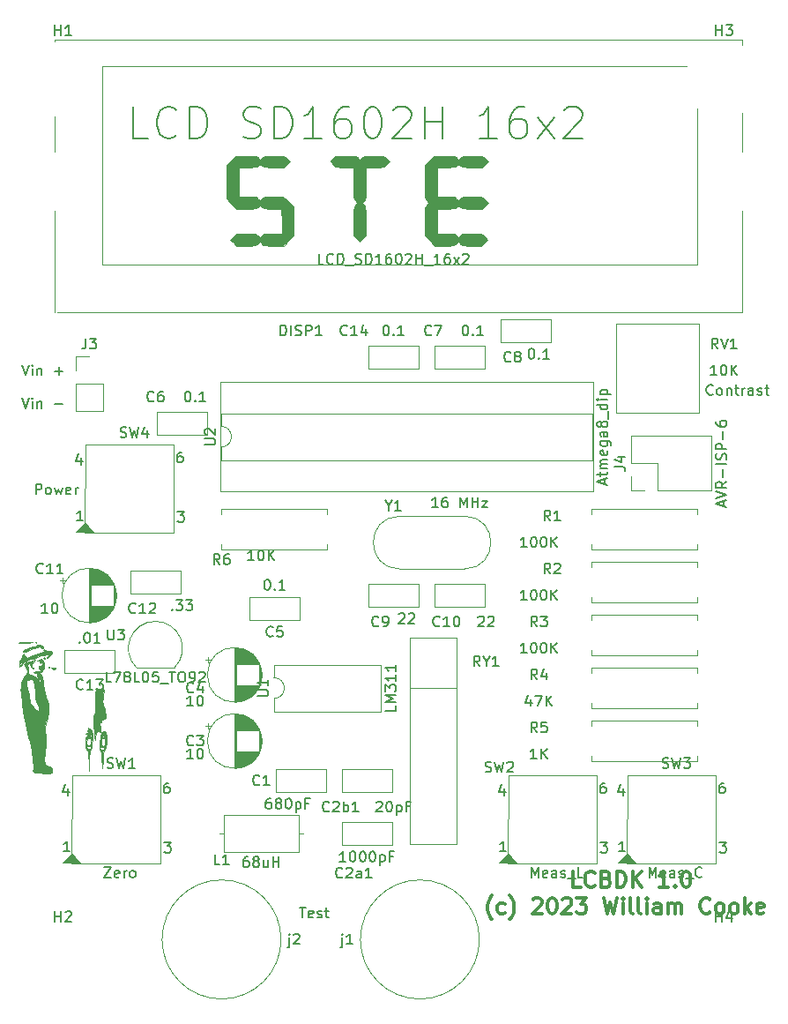
<source format=gto>
G04 #@! TF.GenerationSoftware,KiCad,Pcbnew,5.1.9+dfsg1-1+deb11u1*
G04 #@! TF.CreationDate,2023-04-03T20:06:42-05:00*
G04 #@! TF.ProjectId,lcbdk,6c636264-6b2e-46b6-9963-61645f706362,rev?*
G04 #@! TF.SameCoordinates,Original*
G04 #@! TF.FileFunction,Legend,Top*
G04 #@! TF.FilePolarity,Positive*
%FSLAX46Y46*%
G04 Gerber Fmt 4.6, Leading zero omitted, Abs format (unit mm)*
G04 Created by KiCad (PCBNEW 5.1.9+dfsg1-1+deb11u1) date 2023-04-03 20:06:42*
%MOMM*%
%LPD*%
G01*
G04 APERTURE LIST*
%ADD10C,0.150000*%
%ADD11C,0.300000*%
%ADD12C,0.120000*%
%ADD13C,0.100000*%
%ADD14C,0.010000*%
%ADD15R,1.600000X1.600000*%
%ADD16C,1.600000*%
%ADD17C,1.400000*%
%ADD18R,2.000000X2.000000*%
%ADD19C,2.000000*%
%ADD20R,1.778000X2.286000*%
%ADD21O,1.778000X2.286000*%
%ADD22C,6.000000*%
%ADD23C,9.000000*%
%ADD24R,1.700000X1.700000*%
%ADD25O,1.700000X1.700000*%
%ADD26O,1.600000X1.600000*%
%ADD27C,2.400000*%
%ADD28O,2.400000X2.400000*%
%ADD29R,1.600000X2.400000*%
%ADD30O,1.600000X2.400000*%
%ADD31O,1.050000X1.500000*%
%ADD32R,1.050000X1.500000*%
%ADD33C,1.500000*%
%ADD34C,7.400000*%
%ADD35C,4.100000*%
G04 APERTURE END LIST*
D10*
X134485238Y-118832380D02*
X135056666Y-118832380D01*
X134770952Y-119832380D02*
X134770952Y-118832380D01*
X135770952Y-119784761D02*
X135675714Y-119832380D01*
X135485238Y-119832380D01*
X135390000Y-119784761D01*
X135342380Y-119689523D01*
X135342380Y-119308571D01*
X135390000Y-119213333D01*
X135485238Y-119165714D01*
X135675714Y-119165714D01*
X135770952Y-119213333D01*
X135818571Y-119308571D01*
X135818571Y-119403809D01*
X135342380Y-119499047D01*
X136199523Y-119784761D02*
X136294761Y-119832380D01*
X136485238Y-119832380D01*
X136580476Y-119784761D01*
X136628095Y-119689523D01*
X136628095Y-119641904D01*
X136580476Y-119546666D01*
X136485238Y-119499047D01*
X136342380Y-119499047D01*
X136247142Y-119451428D01*
X136199523Y-119356190D01*
X136199523Y-119308571D01*
X136247142Y-119213333D01*
X136342380Y-119165714D01*
X136485238Y-119165714D01*
X136580476Y-119213333D01*
X136913809Y-119165714D02*
X137294761Y-119165714D01*
X137056666Y-118832380D02*
X137056666Y-119689523D01*
X137104285Y-119784761D01*
X137199523Y-119832380D01*
X137294761Y-119832380D01*
X174196666Y-69572142D02*
X174149047Y-69619761D01*
X174006190Y-69667380D01*
X173910952Y-69667380D01*
X173768095Y-69619761D01*
X173672857Y-69524523D01*
X173625238Y-69429285D01*
X173577619Y-69238809D01*
X173577619Y-69095952D01*
X173625238Y-68905476D01*
X173672857Y-68810238D01*
X173768095Y-68715000D01*
X173910952Y-68667380D01*
X174006190Y-68667380D01*
X174149047Y-68715000D01*
X174196666Y-68762619D01*
X174768095Y-69667380D02*
X174672857Y-69619761D01*
X174625238Y-69572142D01*
X174577619Y-69476904D01*
X174577619Y-69191190D01*
X174625238Y-69095952D01*
X174672857Y-69048333D01*
X174768095Y-69000714D01*
X174910952Y-69000714D01*
X175006190Y-69048333D01*
X175053809Y-69095952D01*
X175101428Y-69191190D01*
X175101428Y-69476904D01*
X175053809Y-69572142D01*
X175006190Y-69619761D01*
X174910952Y-69667380D01*
X174768095Y-69667380D01*
X175530000Y-69000714D02*
X175530000Y-69667380D01*
X175530000Y-69095952D02*
X175577619Y-69048333D01*
X175672857Y-69000714D01*
X175815714Y-69000714D01*
X175910952Y-69048333D01*
X175958571Y-69143571D01*
X175958571Y-69667380D01*
X176291904Y-69000714D02*
X176672857Y-69000714D01*
X176434761Y-68667380D02*
X176434761Y-69524523D01*
X176482380Y-69619761D01*
X176577619Y-69667380D01*
X176672857Y-69667380D01*
X177006190Y-69667380D02*
X177006190Y-69000714D01*
X177006190Y-69191190D02*
X177053809Y-69095952D01*
X177101428Y-69048333D01*
X177196666Y-69000714D01*
X177291904Y-69000714D01*
X178053809Y-69667380D02*
X178053809Y-69143571D01*
X178006190Y-69048333D01*
X177910952Y-69000714D01*
X177720476Y-69000714D01*
X177625238Y-69048333D01*
X178053809Y-69619761D02*
X177958571Y-69667380D01*
X177720476Y-69667380D01*
X177625238Y-69619761D01*
X177577619Y-69524523D01*
X177577619Y-69429285D01*
X177625238Y-69334047D01*
X177720476Y-69286428D01*
X177958571Y-69286428D01*
X178053809Y-69238809D01*
X178482380Y-69619761D02*
X178577619Y-69667380D01*
X178768095Y-69667380D01*
X178863333Y-69619761D01*
X178910952Y-69524523D01*
X178910952Y-69476904D01*
X178863333Y-69381666D01*
X178768095Y-69334047D01*
X178625238Y-69334047D01*
X178530000Y-69286428D01*
X178482380Y-69191190D01*
X178482380Y-69143571D01*
X178530000Y-69048333D01*
X178625238Y-69000714D01*
X178768095Y-69000714D01*
X178863333Y-69048333D01*
X179196666Y-69000714D02*
X179577619Y-69000714D01*
X179339523Y-68667380D02*
X179339523Y-69524523D01*
X179387142Y-69619761D01*
X179482380Y-69667380D01*
X179577619Y-69667380D01*
X107831190Y-69937380D02*
X108164523Y-70937380D01*
X108497857Y-69937380D01*
X108831190Y-70937380D02*
X108831190Y-70270714D01*
X108831190Y-69937380D02*
X108783571Y-69985000D01*
X108831190Y-70032619D01*
X108878809Y-69985000D01*
X108831190Y-69937380D01*
X108831190Y-70032619D01*
X109307380Y-70270714D02*
X109307380Y-70937380D01*
X109307380Y-70365952D02*
X109355000Y-70318333D01*
X109450238Y-70270714D01*
X109593095Y-70270714D01*
X109688333Y-70318333D01*
X109735952Y-70413571D01*
X109735952Y-70937380D01*
X110974047Y-70556428D02*
X111735952Y-70556428D01*
X107831190Y-66762380D02*
X108164523Y-67762380D01*
X108497857Y-66762380D01*
X108831190Y-67762380D02*
X108831190Y-67095714D01*
X108831190Y-66762380D02*
X108783571Y-66810000D01*
X108831190Y-66857619D01*
X108878809Y-66810000D01*
X108831190Y-66762380D01*
X108831190Y-66857619D01*
X109307380Y-67095714D02*
X109307380Y-67762380D01*
X109307380Y-67190952D02*
X109355000Y-67143333D01*
X109450238Y-67095714D01*
X109593095Y-67095714D01*
X109688333Y-67143333D01*
X109735952Y-67238571D01*
X109735952Y-67762380D01*
X110974047Y-67381428D02*
X111735952Y-67381428D01*
X111355000Y-67762380D02*
X111355000Y-67000476D01*
X109148809Y-79192380D02*
X109148809Y-78192380D01*
X109529761Y-78192380D01*
X109625000Y-78240000D01*
X109672619Y-78287619D01*
X109720238Y-78382857D01*
X109720238Y-78525714D01*
X109672619Y-78620952D01*
X109625000Y-78668571D01*
X109529761Y-78716190D01*
X109148809Y-78716190D01*
X110291666Y-79192380D02*
X110196428Y-79144761D01*
X110148809Y-79097142D01*
X110101190Y-79001904D01*
X110101190Y-78716190D01*
X110148809Y-78620952D01*
X110196428Y-78573333D01*
X110291666Y-78525714D01*
X110434523Y-78525714D01*
X110529761Y-78573333D01*
X110577380Y-78620952D01*
X110625000Y-78716190D01*
X110625000Y-79001904D01*
X110577380Y-79097142D01*
X110529761Y-79144761D01*
X110434523Y-79192380D01*
X110291666Y-79192380D01*
X110958333Y-78525714D02*
X111148809Y-79192380D01*
X111339285Y-78716190D01*
X111529761Y-79192380D01*
X111720238Y-78525714D01*
X112482142Y-79144761D02*
X112386904Y-79192380D01*
X112196428Y-79192380D01*
X112101190Y-79144761D01*
X112053571Y-79049523D01*
X112053571Y-78668571D01*
X112101190Y-78573333D01*
X112196428Y-78525714D01*
X112386904Y-78525714D01*
X112482142Y-78573333D01*
X112529761Y-78668571D01*
X112529761Y-78763809D01*
X112053571Y-78859047D01*
X112958333Y-79192380D02*
X112958333Y-78525714D01*
X112958333Y-78716190D02*
X113005952Y-78620952D01*
X113053571Y-78573333D01*
X113148809Y-78525714D01*
X113244047Y-78525714D01*
D11*
X161477142Y-116878571D02*
X160762857Y-116878571D01*
X160762857Y-115378571D01*
X162834285Y-116735714D02*
X162762857Y-116807142D01*
X162548571Y-116878571D01*
X162405714Y-116878571D01*
X162191428Y-116807142D01*
X162048571Y-116664285D01*
X161977142Y-116521428D01*
X161905714Y-116235714D01*
X161905714Y-116021428D01*
X161977142Y-115735714D01*
X162048571Y-115592857D01*
X162191428Y-115450000D01*
X162405714Y-115378571D01*
X162548571Y-115378571D01*
X162762857Y-115450000D01*
X162834285Y-115521428D01*
X163977142Y-116092857D02*
X164191428Y-116164285D01*
X164262857Y-116235714D01*
X164334285Y-116378571D01*
X164334285Y-116592857D01*
X164262857Y-116735714D01*
X164191428Y-116807142D01*
X164048571Y-116878571D01*
X163477142Y-116878571D01*
X163477142Y-115378571D01*
X163977142Y-115378571D01*
X164120000Y-115450000D01*
X164191428Y-115521428D01*
X164262857Y-115664285D01*
X164262857Y-115807142D01*
X164191428Y-115950000D01*
X164120000Y-116021428D01*
X163977142Y-116092857D01*
X163477142Y-116092857D01*
X164977142Y-116878571D02*
X164977142Y-115378571D01*
X165334285Y-115378571D01*
X165548571Y-115450000D01*
X165691428Y-115592857D01*
X165762857Y-115735714D01*
X165834285Y-116021428D01*
X165834285Y-116235714D01*
X165762857Y-116521428D01*
X165691428Y-116664285D01*
X165548571Y-116807142D01*
X165334285Y-116878571D01*
X164977142Y-116878571D01*
X166477142Y-116878571D02*
X166477142Y-115378571D01*
X167334285Y-116878571D02*
X166691428Y-116021428D01*
X167334285Y-115378571D02*
X166477142Y-116235714D01*
X169905714Y-116878571D02*
X169048571Y-116878571D01*
X169477142Y-116878571D02*
X169477142Y-115378571D01*
X169334285Y-115592857D01*
X169191428Y-115735714D01*
X169048571Y-115807142D01*
X170548571Y-116735714D02*
X170620000Y-116807142D01*
X170548571Y-116878571D01*
X170477142Y-116807142D01*
X170548571Y-116735714D01*
X170548571Y-116878571D01*
X171548571Y-115378571D02*
X171691428Y-115378571D01*
X171834285Y-115450000D01*
X171905714Y-115521428D01*
X171977142Y-115664285D01*
X172048571Y-115950000D01*
X172048571Y-116307142D01*
X171977142Y-116592857D01*
X171905714Y-116735714D01*
X171834285Y-116807142D01*
X171691428Y-116878571D01*
X171548571Y-116878571D01*
X171405714Y-116807142D01*
X171334285Y-116735714D01*
X171262857Y-116592857D01*
X171191428Y-116307142D01*
X171191428Y-115950000D01*
X171262857Y-115664285D01*
X171334285Y-115521428D01*
X171405714Y-115450000D01*
X171548571Y-115378571D01*
X152977142Y-120000000D02*
X152905714Y-119928571D01*
X152762857Y-119714285D01*
X152691428Y-119571428D01*
X152620000Y-119357142D01*
X152548571Y-119000000D01*
X152548571Y-118714285D01*
X152620000Y-118357142D01*
X152691428Y-118142857D01*
X152762857Y-118000000D01*
X152905714Y-117785714D01*
X152977142Y-117714285D01*
X154191428Y-119357142D02*
X154048571Y-119428571D01*
X153762857Y-119428571D01*
X153620000Y-119357142D01*
X153548571Y-119285714D01*
X153477142Y-119142857D01*
X153477142Y-118714285D01*
X153548571Y-118571428D01*
X153620000Y-118500000D01*
X153762857Y-118428571D01*
X154048571Y-118428571D01*
X154191428Y-118500000D01*
X154691428Y-120000000D02*
X154762857Y-119928571D01*
X154905714Y-119714285D01*
X154977142Y-119571428D01*
X155048571Y-119357142D01*
X155120000Y-119000000D01*
X155120000Y-118714285D01*
X155048571Y-118357142D01*
X154977142Y-118142857D01*
X154905714Y-118000000D01*
X154762857Y-117785714D01*
X154691428Y-117714285D01*
X156905714Y-118071428D02*
X156977142Y-118000000D01*
X157120000Y-117928571D01*
X157477142Y-117928571D01*
X157620000Y-118000000D01*
X157691428Y-118071428D01*
X157762857Y-118214285D01*
X157762857Y-118357142D01*
X157691428Y-118571428D01*
X156834285Y-119428571D01*
X157762857Y-119428571D01*
X158691428Y-117928571D02*
X158834285Y-117928571D01*
X158977142Y-118000000D01*
X159048571Y-118071428D01*
X159120000Y-118214285D01*
X159191428Y-118500000D01*
X159191428Y-118857142D01*
X159120000Y-119142857D01*
X159048571Y-119285714D01*
X158977142Y-119357142D01*
X158834285Y-119428571D01*
X158691428Y-119428571D01*
X158548571Y-119357142D01*
X158477142Y-119285714D01*
X158405714Y-119142857D01*
X158334285Y-118857142D01*
X158334285Y-118500000D01*
X158405714Y-118214285D01*
X158477142Y-118071428D01*
X158548571Y-118000000D01*
X158691428Y-117928571D01*
X159762857Y-118071428D02*
X159834285Y-118000000D01*
X159977142Y-117928571D01*
X160334285Y-117928571D01*
X160477142Y-118000000D01*
X160548571Y-118071428D01*
X160620000Y-118214285D01*
X160620000Y-118357142D01*
X160548571Y-118571428D01*
X159691428Y-119428571D01*
X160620000Y-119428571D01*
X161120000Y-117928571D02*
X162048571Y-117928571D01*
X161548571Y-118500000D01*
X161762857Y-118500000D01*
X161905714Y-118571428D01*
X161977142Y-118642857D01*
X162048571Y-118785714D01*
X162048571Y-119142857D01*
X161977142Y-119285714D01*
X161905714Y-119357142D01*
X161762857Y-119428571D01*
X161334285Y-119428571D01*
X161191428Y-119357142D01*
X161120000Y-119285714D01*
X163691428Y-117928571D02*
X164048571Y-119428571D01*
X164334285Y-118357142D01*
X164620000Y-119428571D01*
X164977142Y-117928571D01*
X165548571Y-119428571D02*
X165548571Y-118428571D01*
X165548571Y-117928571D02*
X165477142Y-118000000D01*
X165548571Y-118071428D01*
X165620000Y-118000000D01*
X165548571Y-117928571D01*
X165548571Y-118071428D01*
X166477142Y-119428571D02*
X166334285Y-119357142D01*
X166262857Y-119214285D01*
X166262857Y-117928571D01*
X167262857Y-119428571D02*
X167120000Y-119357142D01*
X167048571Y-119214285D01*
X167048571Y-117928571D01*
X167834285Y-119428571D02*
X167834285Y-118428571D01*
X167834285Y-117928571D02*
X167762857Y-118000000D01*
X167834285Y-118071428D01*
X167905714Y-118000000D01*
X167834285Y-117928571D01*
X167834285Y-118071428D01*
X169191428Y-119428571D02*
X169191428Y-118642857D01*
X169120000Y-118500000D01*
X168977142Y-118428571D01*
X168691428Y-118428571D01*
X168548571Y-118500000D01*
X169191428Y-119357142D02*
X169048571Y-119428571D01*
X168691428Y-119428571D01*
X168548571Y-119357142D01*
X168477142Y-119214285D01*
X168477142Y-119071428D01*
X168548571Y-118928571D01*
X168691428Y-118857142D01*
X169048571Y-118857142D01*
X169191428Y-118785714D01*
X169905714Y-119428571D02*
X169905714Y-118428571D01*
X169905714Y-118571428D02*
X169977142Y-118500000D01*
X170120000Y-118428571D01*
X170334285Y-118428571D01*
X170477142Y-118500000D01*
X170548571Y-118642857D01*
X170548571Y-119428571D01*
X170548571Y-118642857D02*
X170620000Y-118500000D01*
X170762857Y-118428571D01*
X170977142Y-118428571D01*
X171120000Y-118500000D01*
X171191428Y-118642857D01*
X171191428Y-119428571D01*
X173905714Y-119285714D02*
X173834285Y-119357142D01*
X173620000Y-119428571D01*
X173477142Y-119428571D01*
X173262857Y-119357142D01*
X173120000Y-119214285D01*
X173048571Y-119071428D01*
X172977142Y-118785714D01*
X172977142Y-118571428D01*
X173048571Y-118285714D01*
X173120000Y-118142857D01*
X173262857Y-118000000D01*
X173477142Y-117928571D01*
X173620000Y-117928571D01*
X173834285Y-118000000D01*
X173905714Y-118071428D01*
X174762857Y-119428571D02*
X174620000Y-119357142D01*
X174548571Y-119285714D01*
X174477142Y-119142857D01*
X174477142Y-118714285D01*
X174548571Y-118571428D01*
X174620000Y-118500000D01*
X174762857Y-118428571D01*
X174977142Y-118428571D01*
X175120000Y-118500000D01*
X175191428Y-118571428D01*
X175262857Y-118714285D01*
X175262857Y-119142857D01*
X175191428Y-119285714D01*
X175120000Y-119357142D01*
X174977142Y-119428571D01*
X174762857Y-119428571D01*
X176120000Y-119428571D02*
X175977142Y-119357142D01*
X175905714Y-119285714D01*
X175834285Y-119142857D01*
X175834285Y-118714285D01*
X175905714Y-118571428D01*
X175977142Y-118500000D01*
X176120000Y-118428571D01*
X176334285Y-118428571D01*
X176477142Y-118500000D01*
X176548571Y-118571428D01*
X176620000Y-118714285D01*
X176620000Y-119142857D01*
X176548571Y-119285714D01*
X176477142Y-119357142D01*
X176334285Y-119428571D01*
X176120000Y-119428571D01*
X177262857Y-119428571D02*
X177262857Y-117928571D01*
X177405714Y-118857142D02*
X177834285Y-119428571D01*
X177834285Y-118428571D02*
X177262857Y-119000000D01*
X179048571Y-119357142D02*
X178905714Y-119428571D01*
X178620000Y-119428571D01*
X178477142Y-119357142D01*
X178405714Y-119214285D01*
X178405714Y-118642857D01*
X178477142Y-118500000D01*
X178620000Y-118428571D01*
X178905714Y-118428571D01*
X179048571Y-118500000D01*
X179120000Y-118642857D01*
X179120000Y-118785714D01*
X178405714Y-118928571D01*
D12*
X165880000Y-114630000D02*
X174480000Y-114630000D01*
X174480000Y-114630000D02*
X174480000Y-106130000D01*
X174480000Y-106130000D02*
X165980000Y-106130000D01*
X165980000Y-106130000D02*
X165880000Y-114630000D01*
X165980000Y-113730000D02*
X166780000Y-114630000D01*
D13*
G36*
X166780000Y-114530000D02*
G01*
X165080000Y-114530000D01*
X165880000Y-113730000D01*
X166780000Y-114530000D01*
G37*
X166780000Y-114530000D02*
X165080000Y-114530000D01*
X165880000Y-113730000D01*
X166780000Y-114530000D01*
D14*
G36*
X109220000Y-93387333D02*
G01*
X109177667Y-93429666D01*
X109135333Y-93387333D01*
X109177667Y-93345000D01*
X109220000Y-93387333D01*
G37*
X109220000Y-93387333D02*
X109177667Y-93429666D01*
X109135333Y-93387333D01*
X109177667Y-93345000D01*
X109220000Y-93387333D01*
G36*
X108267500Y-93356920D02*
G01*
X108613233Y-93363337D01*
X108801412Y-93370973D01*
X108843802Y-93383090D01*
X108752168Y-93402952D01*
X108542667Y-93433214D01*
X108049373Y-93489950D01*
X107718746Y-93501244D01*
X107550327Y-93467096D01*
X107526667Y-93429666D01*
X107606824Y-93389210D01*
X107830184Y-93363787D01*
X108171079Y-93355918D01*
X108267500Y-93356920D01*
G37*
X108267500Y-93356920D02*
X108613233Y-93363337D01*
X108801412Y-93370973D01*
X108843802Y-93383090D01*
X108752168Y-93402952D01*
X108542667Y-93433214D01*
X108049373Y-93489950D01*
X107718746Y-93501244D01*
X107550327Y-93467096D01*
X107526667Y-93429666D01*
X107606824Y-93389210D01*
X107830184Y-93363787D01*
X108171079Y-93355918D01*
X108267500Y-93356920D01*
G36*
X109565416Y-93666318D02*
G01*
X109740949Y-93736829D01*
X109849100Y-93839396D01*
X109849838Y-93944639D01*
X109807033Y-93983481D01*
X109687178Y-93976080D01*
X109631849Y-93914137D01*
X109552179Y-93833998D01*
X109410772Y-93829505D01*
X109240831Y-93869258D01*
X108953858Y-93964572D01*
X108688565Y-94077497D01*
X108674613Y-94084569D01*
X108400102Y-94208323D01*
X108160907Y-94285724D01*
X107997977Y-94306162D01*
X107950000Y-94272374D01*
X108021336Y-94161747D01*
X108194847Y-94040385D01*
X108409784Y-93943709D01*
X108575558Y-93907625D01*
X108712739Y-93872461D01*
X108732969Y-93818496D01*
X108761218Y-93776331D01*
X108864034Y-93788341D01*
X109015281Y-93798692D01*
X109067774Y-93766982D01*
X109160393Y-93708325D01*
X109350333Y-93659196D01*
X109362532Y-93657244D01*
X109565416Y-93666318D01*
G37*
X109565416Y-93666318D02*
X109740949Y-93736829D01*
X109849100Y-93839396D01*
X109849838Y-93944639D01*
X109807033Y-93983481D01*
X109687178Y-93976080D01*
X109631849Y-93914137D01*
X109552179Y-93833998D01*
X109410772Y-93829505D01*
X109240831Y-93869258D01*
X108953858Y-93964572D01*
X108688565Y-94077497D01*
X108674613Y-94084569D01*
X108400102Y-94208323D01*
X108160907Y-94285724D01*
X107997977Y-94306162D01*
X107950000Y-94272374D01*
X108021336Y-94161747D01*
X108194847Y-94040385D01*
X108409784Y-93943709D01*
X108575558Y-93907625D01*
X108712739Y-93872461D01*
X108732969Y-93818496D01*
X108761218Y-93776331D01*
X108864034Y-93788341D01*
X109015281Y-93798692D01*
X109067774Y-93766982D01*
X109160393Y-93708325D01*
X109350333Y-93659196D01*
X109362532Y-93657244D01*
X109565416Y-93666318D01*
G36*
X109982000Y-94826666D02*
G01*
X110062770Y-94902748D01*
X110066667Y-94916330D01*
X110001161Y-94952695D01*
X109982000Y-94953666D01*
X109900587Y-94888578D01*
X109897333Y-94864003D01*
X109949203Y-94813437D01*
X109982000Y-94826666D01*
G37*
X109982000Y-94826666D02*
X110062770Y-94902748D01*
X110066667Y-94916330D01*
X110001161Y-94952695D01*
X109982000Y-94953666D01*
X109900587Y-94888578D01*
X109897333Y-94864003D01*
X109949203Y-94813437D01*
X109982000Y-94826666D01*
G36*
X109762982Y-95074078D02*
G01*
X109749125Y-95163226D01*
X109675604Y-95323467D01*
X109582071Y-95377000D01*
X109494594Y-95320657D01*
X109502963Y-95254311D01*
X109500073Y-95169115D01*
X109406188Y-95182106D01*
X109315743Y-95196325D01*
X109347000Y-95144977D01*
X109494326Y-95049499D01*
X109610828Y-95003409D01*
X109737570Y-94986360D01*
X109762982Y-95074078D01*
G37*
X109762982Y-95074078D02*
X109749125Y-95163226D01*
X109675604Y-95323467D01*
X109582071Y-95377000D01*
X109494594Y-95320657D01*
X109502963Y-95254311D01*
X109500073Y-95169115D01*
X109406188Y-95182106D01*
X109315743Y-95196325D01*
X109347000Y-95144977D01*
X109494326Y-95049499D01*
X109610828Y-95003409D01*
X109737570Y-94986360D01*
X109762982Y-95074078D01*
G36*
X110038647Y-94118879D02*
G01*
X110210994Y-94195593D01*
X110433276Y-94228824D01*
X110619215Y-94252138D01*
X110679642Y-94331981D01*
X110675705Y-94403333D01*
X110595096Y-94577441D01*
X110441436Y-94750039D01*
X110276219Y-94858024D01*
X110221899Y-94869000D01*
X110225220Y-94821253D01*
X110331941Y-94702319D01*
X110379445Y-94658731D01*
X110617000Y-94448462D01*
X110219311Y-94564431D01*
X109980340Y-94623329D01*
X109815548Y-94643907D01*
X109776857Y-94635634D01*
X109682858Y-94640354D01*
X109624213Y-94676567D01*
X109443284Y-94771833D01*
X109156709Y-94873192D01*
X108826103Y-94960334D01*
X108669848Y-94991151D01*
X108456003Y-95063238D01*
X108321847Y-95163532D01*
X108216484Y-95269394D01*
X108148343Y-95284498D01*
X108162613Y-95201954D01*
X108171223Y-95186500D01*
X108163305Y-95158090D01*
X108060291Y-95232339D01*
X108049220Y-95241955D01*
X107914968Y-95393083D01*
X107865333Y-95508063D01*
X107798010Y-95615850D01*
X107654831Y-95701351D01*
X107580542Y-95715666D01*
X107562040Y-95642743D01*
X107545005Y-95490993D01*
X107547324Y-95478600D01*
X107611333Y-95478600D01*
X107653490Y-95546301D01*
X107752837Y-95493461D01*
X107845684Y-95377000D01*
X107901904Y-95248731D01*
X107882984Y-95207666D01*
X107760217Y-95268617D01*
X107643815Y-95395329D01*
X107611333Y-95478600D01*
X107547324Y-95478600D01*
X107588980Y-95256069D01*
X107731841Y-94997074D01*
X107738205Y-94988642D01*
X107875286Y-94775118D01*
X107951630Y-94591099D01*
X107956684Y-94557149D01*
X107979060Y-94496213D01*
X108034653Y-94599674D01*
X108048406Y-94636166D01*
X108166819Y-94805564D01*
X108327321Y-94873262D01*
X108472226Y-94820349D01*
X108500333Y-94784333D01*
X108621431Y-94709617D01*
X108693733Y-94699666D01*
X108851747Y-94669908D01*
X109092930Y-94593109D01*
X109371491Y-94487978D01*
X109641634Y-94373227D01*
X109857567Y-94267568D01*
X109973495Y-94189710D01*
X109982000Y-94173293D01*
X109927819Y-94138539D01*
X109884251Y-94157418D01*
X109826582Y-94167712D01*
X109849456Y-94115970D01*
X109932131Y-94057722D01*
X110038647Y-94118879D01*
G37*
X110038647Y-94118879D02*
X110210994Y-94195593D01*
X110433276Y-94228824D01*
X110619215Y-94252138D01*
X110679642Y-94331981D01*
X110675705Y-94403333D01*
X110595096Y-94577441D01*
X110441436Y-94750039D01*
X110276219Y-94858024D01*
X110221899Y-94869000D01*
X110225220Y-94821253D01*
X110331941Y-94702319D01*
X110379445Y-94658731D01*
X110617000Y-94448462D01*
X110219311Y-94564431D01*
X109980340Y-94623329D01*
X109815548Y-94643907D01*
X109776857Y-94635634D01*
X109682858Y-94640354D01*
X109624213Y-94676567D01*
X109443284Y-94771833D01*
X109156709Y-94873192D01*
X108826103Y-94960334D01*
X108669848Y-94991151D01*
X108456003Y-95063238D01*
X108321847Y-95163532D01*
X108216484Y-95269394D01*
X108148343Y-95284498D01*
X108162613Y-95201954D01*
X108171223Y-95186500D01*
X108163305Y-95158090D01*
X108060291Y-95232339D01*
X108049220Y-95241955D01*
X107914968Y-95393083D01*
X107865333Y-95508063D01*
X107798010Y-95615850D01*
X107654831Y-95701351D01*
X107580542Y-95715666D01*
X107562040Y-95642743D01*
X107545005Y-95490993D01*
X107547324Y-95478600D01*
X107611333Y-95478600D01*
X107653490Y-95546301D01*
X107752837Y-95493461D01*
X107845684Y-95377000D01*
X107901904Y-95248731D01*
X107882984Y-95207666D01*
X107760217Y-95268617D01*
X107643815Y-95395329D01*
X107611333Y-95478600D01*
X107547324Y-95478600D01*
X107588980Y-95256069D01*
X107731841Y-94997074D01*
X107738205Y-94988642D01*
X107875286Y-94775118D01*
X107951630Y-94591099D01*
X107956684Y-94557149D01*
X107979060Y-94496213D01*
X108034653Y-94599674D01*
X108048406Y-94636166D01*
X108166819Y-94805564D01*
X108327321Y-94873262D01*
X108472226Y-94820349D01*
X108500333Y-94784333D01*
X108621431Y-94709617D01*
X108693733Y-94699666D01*
X108851747Y-94669908D01*
X109092930Y-94593109D01*
X109371491Y-94487978D01*
X109641634Y-94373227D01*
X109857567Y-94267568D01*
X109973495Y-94189710D01*
X109982000Y-94173293D01*
X109927819Y-94138539D01*
X109884251Y-94157418D01*
X109826582Y-94167712D01*
X109849456Y-94115970D01*
X109932131Y-94057722D01*
X110038647Y-94118879D01*
G36*
X110461778Y-95743888D02*
G01*
X110450155Y-95794223D01*
X110405333Y-95800333D01*
X110335643Y-95769355D01*
X110348889Y-95743888D01*
X110449368Y-95733755D01*
X110461778Y-95743888D01*
G37*
X110461778Y-95743888D02*
X110450155Y-95794223D01*
X110405333Y-95800333D01*
X110335643Y-95769355D01*
X110348889Y-95743888D01*
X110449368Y-95733755D01*
X110461778Y-95743888D01*
G36*
X111015287Y-95826513D02*
G01*
X111063392Y-95900487D01*
X111063264Y-95900875D01*
X110962459Y-96016576D01*
X110791901Y-95980605D01*
X110706651Y-95924467D01*
X110608853Y-95840356D01*
X110638705Y-95806567D01*
X110816915Y-95800333D01*
X110819540Y-95800333D01*
X111015287Y-95826513D01*
G37*
X111015287Y-95826513D02*
X111063392Y-95900487D01*
X111063264Y-95900875D01*
X110962459Y-96016576D01*
X110791901Y-95980605D01*
X110706651Y-95924467D01*
X110608853Y-95840356D01*
X110638705Y-95806567D01*
X110816915Y-95800333D01*
X110819540Y-95800333D01*
X111015287Y-95826513D01*
G36*
X115316000Y-97451333D02*
G01*
X115273667Y-97493666D01*
X115231333Y-97451333D01*
X115273667Y-97409000D01*
X115316000Y-97451333D01*
G37*
X115316000Y-97451333D02*
X115273667Y-97493666D01*
X115231333Y-97451333D01*
X115273667Y-97409000D01*
X115316000Y-97451333D01*
G36*
X115457111Y-100993222D02*
G01*
X115467244Y-101093701D01*
X115457111Y-101106111D01*
X115406777Y-101094488D01*
X115400667Y-101049666D01*
X115431645Y-100979976D01*
X115457111Y-100993222D01*
G37*
X115457111Y-100993222D02*
X115467244Y-101093701D01*
X115457111Y-101106111D01*
X115406777Y-101094488D01*
X115400667Y-101049666D01*
X115431645Y-100979976D01*
X115457111Y-100993222D01*
G36*
X115400667Y-97852569D02*
G01*
X115609888Y-97892174D01*
X115684699Y-97980768D01*
X115685745Y-98019806D01*
X115648483Y-98419209D01*
X115604953Y-98760126D01*
X115560887Y-99002962D01*
X115529377Y-99099565D01*
X115538476Y-99179326D01*
X115574061Y-99187000D01*
X115637339Y-99247463D01*
X115628091Y-99303465D01*
X115632325Y-99456957D01*
X115702398Y-99649301D01*
X115762360Y-99830149D01*
X115810444Y-100087586D01*
X115840600Y-100363371D01*
X115846777Y-100599262D01*
X115822927Y-100737017D01*
X115816285Y-100745714D01*
X115715095Y-100781551D01*
X115570000Y-100808554D01*
X115381492Y-100878570D01*
X115278651Y-101043612D01*
X115243717Y-101335190D01*
X115243235Y-101388333D01*
X115250106Y-101566527D01*
X115276627Y-101591196D01*
X115316000Y-101515333D01*
X115363286Y-101435844D01*
X115386947Y-101496277D01*
X115394716Y-101663500D01*
X115383673Y-101864674D01*
X115348835Y-101967324D01*
X115337167Y-101970973D01*
X115111780Y-101953884D01*
X114977445Y-102011247D01*
X114908051Y-102173562D01*
X114877487Y-102471328D01*
X114875540Y-102510166D01*
X114863541Y-102700531D01*
X114849815Y-102766735D01*
X114832190Y-102698321D01*
X114808494Y-102484826D01*
X114776556Y-102115792D01*
X114765667Y-101981000D01*
X114722755Y-101403252D01*
X114699683Y-100972170D01*
X114696964Y-100666192D01*
X114715108Y-100463756D01*
X114754627Y-100343302D01*
X114805823Y-100289012D01*
X114859686Y-100183884D01*
X114888197Y-99942048D01*
X114889581Y-99822000D01*
X115570000Y-99822000D01*
X115612333Y-99864333D01*
X115654667Y-99822000D01*
X115612333Y-99779666D01*
X115570000Y-99822000D01*
X114889581Y-99822000D01*
X114892511Y-99568000D01*
X115062000Y-99568000D01*
X115104333Y-99610333D01*
X115146667Y-99568000D01*
X115104333Y-99525666D01*
X115062000Y-99568000D01*
X114892511Y-99568000D01*
X114892724Y-99549604D01*
X114890377Y-99430760D01*
X114888977Y-99366664D01*
X115266218Y-99366664D01*
X115274862Y-99533012D01*
X115330048Y-99609931D01*
X115334509Y-99610163D01*
X115353762Y-99535182D01*
X115371605Y-99349512D01*
X115374972Y-99292663D01*
X115381079Y-99100535D01*
X115364596Y-99061983D01*
X115316411Y-99161785D01*
X115308414Y-99181472D01*
X115266218Y-99366664D01*
X114888977Y-99366664D01*
X114883201Y-99102333D01*
X115146667Y-99102333D01*
X115177645Y-99172023D01*
X115203111Y-99158777D01*
X115213244Y-99058298D01*
X115203111Y-99045888D01*
X115152777Y-99057511D01*
X115146667Y-99102333D01*
X114883201Y-99102333D01*
X114878136Y-98870590D01*
X114877990Y-98806000D01*
X115146667Y-98806000D01*
X115189000Y-98848333D01*
X115316000Y-98848333D01*
X115346978Y-98918023D01*
X115372444Y-98904777D01*
X115382577Y-98804298D01*
X115372444Y-98791888D01*
X115322110Y-98803511D01*
X115316000Y-98848333D01*
X115189000Y-98848333D01*
X115231333Y-98806000D01*
X115189000Y-98763666D01*
X115146667Y-98806000D01*
X114877990Y-98806000D01*
X114877202Y-98457921D01*
X114894616Y-98170979D01*
X114924317Y-98044000D01*
X115062000Y-98044000D01*
X115104333Y-98086333D01*
X115146667Y-98044000D01*
X115104333Y-98001666D01*
X115062000Y-98044000D01*
X114924317Y-98044000D01*
X114937420Y-97987984D01*
X114958799Y-97959333D01*
X115570000Y-97959333D01*
X115612333Y-98001666D01*
X115654667Y-97959333D01*
X115612333Y-97917000D01*
X115570000Y-97959333D01*
X114958799Y-97959333D01*
X115012655Y-97887161D01*
X115127363Y-97846731D01*
X115288585Y-97844919D01*
X115400667Y-97852569D01*
G37*
X115400667Y-97852569D02*
X115609888Y-97892174D01*
X115684699Y-97980768D01*
X115685745Y-98019806D01*
X115648483Y-98419209D01*
X115604953Y-98760126D01*
X115560887Y-99002962D01*
X115529377Y-99099565D01*
X115538476Y-99179326D01*
X115574061Y-99187000D01*
X115637339Y-99247463D01*
X115628091Y-99303465D01*
X115632325Y-99456957D01*
X115702398Y-99649301D01*
X115762360Y-99830149D01*
X115810444Y-100087586D01*
X115840600Y-100363371D01*
X115846777Y-100599262D01*
X115822927Y-100737017D01*
X115816285Y-100745714D01*
X115715095Y-100781551D01*
X115570000Y-100808554D01*
X115381492Y-100878570D01*
X115278651Y-101043612D01*
X115243717Y-101335190D01*
X115243235Y-101388333D01*
X115250106Y-101566527D01*
X115276627Y-101591196D01*
X115316000Y-101515333D01*
X115363286Y-101435844D01*
X115386947Y-101496277D01*
X115394716Y-101663500D01*
X115383673Y-101864674D01*
X115348835Y-101967324D01*
X115337167Y-101970973D01*
X115111780Y-101953884D01*
X114977445Y-102011247D01*
X114908051Y-102173562D01*
X114877487Y-102471328D01*
X114875540Y-102510166D01*
X114863541Y-102700531D01*
X114849815Y-102766735D01*
X114832190Y-102698321D01*
X114808494Y-102484826D01*
X114776556Y-102115792D01*
X114765667Y-101981000D01*
X114722755Y-101403252D01*
X114699683Y-100972170D01*
X114696964Y-100666192D01*
X114715108Y-100463756D01*
X114754627Y-100343302D01*
X114805823Y-100289012D01*
X114859686Y-100183884D01*
X114888197Y-99942048D01*
X114889581Y-99822000D01*
X115570000Y-99822000D01*
X115612333Y-99864333D01*
X115654667Y-99822000D01*
X115612333Y-99779666D01*
X115570000Y-99822000D01*
X114889581Y-99822000D01*
X114892511Y-99568000D01*
X115062000Y-99568000D01*
X115104333Y-99610333D01*
X115146667Y-99568000D01*
X115104333Y-99525666D01*
X115062000Y-99568000D01*
X114892511Y-99568000D01*
X114892724Y-99549604D01*
X114890377Y-99430760D01*
X114888977Y-99366664D01*
X115266218Y-99366664D01*
X115274862Y-99533012D01*
X115330048Y-99609931D01*
X115334509Y-99610163D01*
X115353762Y-99535182D01*
X115371605Y-99349512D01*
X115374972Y-99292663D01*
X115381079Y-99100535D01*
X115364596Y-99061983D01*
X115316411Y-99161785D01*
X115308414Y-99181472D01*
X115266218Y-99366664D01*
X114888977Y-99366664D01*
X114883201Y-99102333D01*
X115146667Y-99102333D01*
X115177645Y-99172023D01*
X115203111Y-99158777D01*
X115213244Y-99058298D01*
X115203111Y-99045888D01*
X115152777Y-99057511D01*
X115146667Y-99102333D01*
X114883201Y-99102333D01*
X114878136Y-98870590D01*
X114877990Y-98806000D01*
X115146667Y-98806000D01*
X115189000Y-98848333D01*
X115316000Y-98848333D01*
X115346978Y-98918023D01*
X115372444Y-98904777D01*
X115382577Y-98804298D01*
X115372444Y-98791888D01*
X115322110Y-98803511D01*
X115316000Y-98848333D01*
X115189000Y-98848333D01*
X115231333Y-98806000D01*
X115189000Y-98763666D01*
X115146667Y-98806000D01*
X114877990Y-98806000D01*
X114877202Y-98457921D01*
X114894616Y-98170979D01*
X114924317Y-98044000D01*
X115062000Y-98044000D01*
X115104333Y-98086333D01*
X115146667Y-98044000D01*
X115104333Y-98001666D01*
X115062000Y-98044000D01*
X114924317Y-98044000D01*
X114937420Y-97987984D01*
X114958799Y-97959333D01*
X115570000Y-97959333D01*
X115612333Y-98001666D01*
X115654667Y-97959333D01*
X115612333Y-97917000D01*
X115570000Y-97959333D01*
X114958799Y-97959333D01*
X115012655Y-97887161D01*
X115127363Y-97846731D01*
X115288585Y-97844919D01*
X115400667Y-97852569D01*
G36*
X115804422Y-101951347D02*
G01*
X115890109Y-102093682D01*
X115938602Y-102354857D01*
X115951698Y-102688924D01*
X115931192Y-103049940D01*
X115878878Y-103391958D01*
X115796553Y-103669034D01*
X115732731Y-103786037D01*
X115602142Y-104039148D01*
X115595008Y-104323837D01*
X115597291Y-104339714D01*
X115611324Y-104598696D01*
X115598153Y-104934123D01*
X115575406Y-105156000D01*
X115544824Y-105375409D01*
X115524574Y-105476848D01*
X115511905Y-105448438D01*
X115504067Y-105278300D01*
X115498308Y-104954557D01*
X115496434Y-104815005D01*
X115475955Y-104307156D01*
X115430078Y-103963370D01*
X115369580Y-103799005D01*
X115312084Y-103615130D01*
X115308997Y-103573122D01*
X115311626Y-103573122D01*
X115377718Y-103679963D01*
X115421833Y-103702555D01*
X115611619Y-103719400D01*
X115716704Y-103593196D01*
X115724375Y-103561483D01*
X115695550Y-103452393D01*
X115533875Y-103420333D01*
X115371102Y-103467880D01*
X115311626Y-103573122D01*
X115308997Y-103573122D01*
X115290360Y-103319524D01*
X115292298Y-103249507D01*
X115427981Y-103249507D01*
X115491196Y-103324123D01*
X115613361Y-103335666D01*
X115745715Y-103318655D01*
X115806837Y-103236767D01*
X115823594Y-103043720D01*
X115824000Y-102972809D01*
X115811729Y-102741706D01*
X115761326Y-102635317D01*
X115654667Y-102609952D01*
X115512531Y-102647072D01*
X115475869Y-102697642D01*
X115460118Y-102837888D01*
X115435235Y-103054690D01*
X115434563Y-103060500D01*
X115427981Y-103249507D01*
X115292298Y-103249507D01*
X115300206Y-102963877D01*
X115337423Y-102599877D01*
X115367347Y-102440969D01*
X115494306Y-102440969D01*
X115543581Y-102481087D01*
X115659663Y-102489000D01*
X115777709Y-102457741D01*
X115783952Y-102408031D01*
X115673810Y-102361906D01*
X115609622Y-102374756D01*
X115494306Y-102440969D01*
X115367347Y-102440969D01*
X115397809Y-102279214D01*
X115422211Y-102209829D01*
X115622864Y-102209829D01*
X115739333Y-102221631D01*
X115859529Y-102208326D01*
X115845167Y-102178926D01*
X115671824Y-102167744D01*
X115633500Y-102178926D01*
X115622864Y-102209829D01*
X115422211Y-102209829D01*
X115477164Y-102053578D01*
X115515880Y-101998833D01*
X115660202Y-101905790D01*
X115804422Y-101951347D01*
G37*
X115804422Y-101951347D02*
X115890109Y-102093682D01*
X115938602Y-102354857D01*
X115951698Y-102688924D01*
X115931192Y-103049940D01*
X115878878Y-103391958D01*
X115796553Y-103669034D01*
X115732731Y-103786037D01*
X115602142Y-104039148D01*
X115595008Y-104323837D01*
X115597291Y-104339714D01*
X115611324Y-104598696D01*
X115598153Y-104934123D01*
X115575406Y-105156000D01*
X115544824Y-105375409D01*
X115524574Y-105476848D01*
X115511905Y-105448438D01*
X115504067Y-105278300D01*
X115498308Y-104954557D01*
X115496434Y-104815005D01*
X115475955Y-104307156D01*
X115430078Y-103963370D01*
X115369580Y-103799005D01*
X115312084Y-103615130D01*
X115308997Y-103573122D01*
X115311626Y-103573122D01*
X115377718Y-103679963D01*
X115421833Y-103702555D01*
X115611619Y-103719400D01*
X115716704Y-103593196D01*
X115724375Y-103561483D01*
X115695550Y-103452393D01*
X115533875Y-103420333D01*
X115371102Y-103467880D01*
X115311626Y-103573122D01*
X115308997Y-103573122D01*
X115290360Y-103319524D01*
X115292298Y-103249507D01*
X115427981Y-103249507D01*
X115491196Y-103324123D01*
X115613361Y-103335666D01*
X115745715Y-103318655D01*
X115806837Y-103236767D01*
X115823594Y-103043720D01*
X115824000Y-102972809D01*
X115811729Y-102741706D01*
X115761326Y-102635317D01*
X115654667Y-102609952D01*
X115512531Y-102647072D01*
X115475869Y-102697642D01*
X115460118Y-102837888D01*
X115435235Y-103054690D01*
X115434563Y-103060500D01*
X115427981Y-103249507D01*
X115292298Y-103249507D01*
X115300206Y-102963877D01*
X115337423Y-102599877D01*
X115367347Y-102440969D01*
X115494306Y-102440969D01*
X115543581Y-102481087D01*
X115659663Y-102489000D01*
X115777709Y-102457741D01*
X115783952Y-102408031D01*
X115673810Y-102361906D01*
X115609622Y-102374756D01*
X115494306Y-102440969D01*
X115367347Y-102440969D01*
X115397809Y-102279214D01*
X115422211Y-102209829D01*
X115622864Y-102209829D01*
X115739333Y-102221631D01*
X115859529Y-102208326D01*
X115845167Y-102178926D01*
X115671824Y-102167744D01*
X115633500Y-102178926D01*
X115622864Y-102209829D01*
X115422211Y-102209829D01*
X115477164Y-102053578D01*
X115515880Y-101998833D01*
X115660202Y-101905790D01*
X115804422Y-101951347D01*
G36*
X114303463Y-101641141D02*
G01*
X114420011Y-101741949D01*
X114502895Y-101836978D01*
X114553731Y-101959338D01*
X114578949Y-102147703D01*
X114584981Y-102440748D01*
X114581522Y-102713182D01*
X114564455Y-103145438D01*
X114529272Y-103436279D01*
X114471795Y-103613050D01*
X114436294Y-103664063D01*
X114372993Y-103782776D01*
X114328004Y-103993413D01*
X114297652Y-104321974D01*
X114278703Y-104778419D01*
X114251529Y-105748666D01*
X114233431Y-104809121D01*
X114221464Y-104383988D01*
X114200836Y-104091915D01*
X114165347Y-103896649D01*
X114108794Y-103761934D01*
X114037939Y-103666121D01*
X113924334Y-103493090D01*
X113916614Y-103443032D01*
X113970307Y-103443032D01*
X114062933Y-103572733D01*
X114188243Y-103649242D01*
X114321353Y-103677054D01*
X114384645Y-103640198D01*
X114384667Y-103638924D01*
X114411005Y-103539400D01*
X114436058Y-103469591D01*
X114435550Y-103374535D01*
X114312402Y-103338218D01*
X114224392Y-103335666D01*
X114018385Y-103361554D01*
X113970307Y-103443032D01*
X113916614Y-103443032D01*
X113893099Y-103290560D01*
X113907559Y-103128821D01*
X114019673Y-103128821D01*
X114059158Y-103225495D01*
X114178689Y-103250363D01*
X114234262Y-103251000D01*
X114385218Y-103235683D01*
X114452330Y-103157575D01*
X114469080Y-102968438D01*
X114469333Y-102912333D01*
X114457356Y-102693721D01*
X114402573Y-102596589D01*
X114276706Y-102573709D01*
X114266560Y-102573666D01*
X114132430Y-102597586D01*
X114064325Y-102700330D01*
X114031489Y-102912333D01*
X114019673Y-103128821D01*
X113907559Y-103128821D01*
X113910939Y-103091016D01*
X113942764Y-102812324D01*
X113960204Y-102574086D01*
X113961333Y-102524839D01*
X113978688Y-102399615D01*
X114062930Y-102358557D01*
X114262323Y-102379162D01*
X114270830Y-102380537D01*
X114473221Y-102399294D01*
X114531854Y-102362472D01*
X114519833Y-102332880D01*
X114398918Y-102262185D01*
X114210336Y-102235000D01*
X114034157Y-102210644D01*
X113961333Y-102152450D01*
X114033082Y-102108560D01*
X114210544Y-102119755D01*
X114215333Y-102120700D01*
X114409352Y-102132141D01*
X114469333Y-102076250D01*
X114396946Y-102004675D01*
X114257667Y-101981000D01*
X114089788Y-101966108D01*
X114060203Y-101894720D01*
X114072746Y-101871162D01*
X114183530Y-101871162D01*
X114300000Y-101882964D01*
X114420195Y-101869659D01*
X114405833Y-101840260D01*
X114232491Y-101829077D01*
X114194167Y-101840260D01*
X114183530Y-101871162D01*
X114072746Y-101871162D01*
X114144844Y-101735761D01*
X114224198Y-101630781D01*
X114303463Y-101641141D01*
G37*
X114303463Y-101641141D02*
X114420011Y-101741949D01*
X114502895Y-101836978D01*
X114553731Y-101959338D01*
X114578949Y-102147703D01*
X114584981Y-102440748D01*
X114581522Y-102713182D01*
X114564455Y-103145438D01*
X114529272Y-103436279D01*
X114471795Y-103613050D01*
X114436294Y-103664063D01*
X114372993Y-103782776D01*
X114328004Y-103993413D01*
X114297652Y-104321974D01*
X114278703Y-104778419D01*
X114251529Y-105748666D01*
X114233431Y-104809121D01*
X114221464Y-104383988D01*
X114200836Y-104091915D01*
X114165347Y-103896649D01*
X114108794Y-103761934D01*
X114037939Y-103666121D01*
X113924334Y-103493090D01*
X113916614Y-103443032D01*
X113970307Y-103443032D01*
X114062933Y-103572733D01*
X114188243Y-103649242D01*
X114321353Y-103677054D01*
X114384645Y-103640198D01*
X114384667Y-103638924D01*
X114411005Y-103539400D01*
X114436058Y-103469591D01*
X114435550Y-103374535D01*
X114312402Y-103338218D01*
X114224392Y-103335666D01*
X114018385Y-103361554D01*
X113970307Y-103443032D01*
X113916614Y-103443032D01*
X113893099Y-103290560D01*
X113907559Y-103128821D01*
X114019673Y-103128821D01*
X114059158Y-103225495D01*
X114178689Y-103250363D01*
X114234262Y-103251000D01*
X114385218Y-103235683D01*
X114452330Y-103157575D01*
X114469080Y-102968438D01*
X114469333Y-102912333D01*
X114457356Y-102693721D01*
X114402573Y-102596589D01*
X114276706Y-102573709D01*
X114266560Y-102573666D01*
X114132430Y-102597586D01*
X114064325Y-102700330D01*
X114031489Y-102912333D01*
X114019673Y-103128821D01*
X113907559Y-103128821D01*
X113910939Y-103091016D01*
X113942764Y-102812324D01*
X113960204Y-102574086D01*
X113961333Y-102524839D01*
X113978688Y-102399615D01*
X114062930Y-102358557D01*
X114262323Y-102379162D01*
X114270830Y-102380537D01*
X114473221Y-102399294D01*
X114531854Y-102362472D01*
X114519833Y-102332880D01*
X114398918Y-102262185D01*
X114210336Y-102235000D01*
X114034157Y-102210644D01*
X113961333Y-102152450D01*
X114033082Y-102108560D01*
X114210544Y-102119755D01*
X114215333Y-102120700D01*
X114409352Y-102132141D01*
X114469333Y-102076250D01*
X114396946Y-102004675D01*
X114257667Y-101981000D01*
X114089788Y-101966108D01*
X114060203Y-101894720D01*
X114072746Y-101871162D01*
X114183530Y-101871162D01*
X114300000Y-101882964D01*
X114420195Y-101869659D01*
X114405833Y-101840260D01*
X114232491Y-101829077D01*
X114194167Y-101840260D01*
X114183530Y-101871162D01*
X114072746Y-101871162D01*
X114144844Y-101735761D01*
X114224198Y-101630781D01*
X114303463Y-101641141D01*
G36*
X108940530Y-95324472D02*
G01*
X108791897Y-95530137D01*
X108744577Y-95697705D01*
X108804754Y-95791475D01*
X108858108Y-95800333D01*
X108932977Y-95847238D01*
X108921126Y-95889111D01*
X108829952Y-95930959D01*
X108725157Y-95854121D01*
X108646175Y-95700717D01*
X108627333Y-95575320D01*
X108608227Y-95433509D01*
X108523323Y-95429443D01*
X108464663Y-95458100D01*
X108362574Y-95538735D01*
X108344341Y-95662995D01*
X108387003Y-95853045D01*
X108433158Y-96099757D01*
X108434639Y-96300026D01*
X108430600Y-96319298D01*
X108438426Y-96442578D01*
X108575150Y-96477644D01*
X108581111Y-96477666D01*
X108768098Y-96524156D01*
X109007387Y-96640742D01*
X109092109Y-96694194D01*
X109284808Y-96813618D01*
X109364193Y-96829194D01*
X109357924Y-96771936D01*
X109311058Y-96564309D01*
X109304667Y-96470741D01*
X109254961Y-96345370D01*
X109083017Y-96308342D01*
X109078889Y-96308333D01*
X108915755Y-96296253D01*
X108896064Y-96267548D01*
X108996243Y-96233521D01*
X109192720Y-96205476D01*
X109309682Y-96197663D01*
X109522609Y-96164240D01*
X109671441Y-96101188D01*
X109730329Y-96032370D01*
X109673425Y-95981647D01*
X109556664Y-95969666D01*
X109422773Y-95936376D01*
X109422608Y-95835741D01*
X109467436Y-95700774D01*
X109474000Y-95666408D01*
X109545238Y-95637590D01*
X109643333Y-95631000D01*
X109773750Y-95583964D01*
X109818605Y-95417575D01*
X109819351Y-95398166D01*
X109826035Y-95165333D01*
X109915705Y-95412063D01*
X109961915Y-95655863D01*
X109909021Y-95813081D01*
X109829044Y-95994907D01*
X109812667Y-96088462D01*
X109741408Y-96201474D01*
X109579833Y-96294593D01*
X109448774Y-96356305D01*
X109479629Y-96385091D01*
X109497262Y-96386315D01*
X109609246Y-96428445D01*
X109699974Y-96558479D01*
X109777429Y-96798606D01*
X109849595Y-97171014D01*
X109898320Y-97500876D01*
X109966356Y-97897116D01*
X110056622Y-98290962D01*
X110150842Y-98603804D01*
X110160971Y-98630688D01*
X110346404Y-99301570D01*
X110375988Y-99976503D01*
X110250204Y-100684418D01*
X110198223Y-100858469D01*
X110089993Y-101212682D01*
X110032694Y-101465243D01*
X110020342Y-101673978D01*
X110046952Y-101896717D01*
X110075544Y-102043802D01*
X110115586Y-102295103D01*
X110131486Y-102571084D01*
X110122752Y-102911097D01*
X110088887Y-103354494D01*
X110054735Y-103701666D01*
X110015155Y-104127569D01*
X109990107Y-104489914D01*
X109981113Y-104757167D01*
X109989696Y-104897794D01*
X109996364Y-104910877D01*
X110028342Y-105011322D01*
X110015994Y-105062533D01*
X110055184Y-105162301D01*
X110244456Y-105229657D01*
X110470752Y-105296165D01*
X110630097Y-105378536D01*
X110718696Y-105527603D01*
X110739488Y-105720022D01*
X110691309Y-105877653D01*
X110638167Y-105920100D01*
X110472368Y-105958736D01*
X110247525Y-105986139D01*
X110023415Y-105998571D01*
X109859817Y-105992295D01*
X109812667Y-105971708D01*
X109737553Y-105944389D01*
X109548280Y-105939931D01*
X109448029Y-105945780D01*
X109170270Y-105942109D01*
X109000618Y-105867357D01*
X108961196Y-105826788D01*
X108891651Y-105693978D01*
X108932995Y-105647121D01*
X108977383Y-105570484D01*
X108963510Y-105374975D01*
X108913151Y-105131723D01*
X108850402Y-104771748D01*
X108808489Y-104353020D01*
X108797989Y-104078326D01*
X108779621Y-103744425D01*
X108719580Y-103387242D01*
X108608115Y-102960675D01*
X108466607Y-102511993D01*
X108131610Y-101253289D01*
X107997726Y-100457000D01*
X107931173Y-99949456D01*
X107859904Y-99405668D01*
X107793620Y-98899666D01*
X107752665Y-98586834D01*
X107724428Y-98213333D01*
X108204000Y-98213333D01*
X108246333Y-98255666D01*
X108288667Y-98213333D01*
X108246333Y-98171000D01*
X108204000Y-98213333D01*
X107724428Y-98213333D01*
X107702270Y-97920247D01*
X107715650Y-97756285D01*
X108064717Y-97756285D01*
X108093672Y-97883715D01*
X108145631Y-97995493D01*
X108174796Y-97950197D01*
X108187816Y-97889206D01*
X108190775Y-97734629D01*
X108169151Y-97684595D01*
X108091284Y-97662172D01*
X108064717Y-97756285D01*
X107715650Y-97756285D01*
X107737082Y-97493666D01*
X108034667Y-97493666D01*
X108065645Y-97563356D01*
X108091111Y-97550111D01*
X108101244Y-97449631D01*
X108091111Y-97437222D01*
X108040777Y-97448844D01*
X108034667Y-97493666D01*
X107737082Y-97493666D01*
X107747166Y-97370103D01*
X107820059Y-97140154D01*
X108242641Y-97140154D01*
X108245124Y-97342901D01*
X108274422Y-97584856D01*
X108324149Y-97803300D01*
X108360598Y-97895975D01*
X108434154Y-98109338D01*
X108500119Y-98425976D01*
X108546576Y-98779887D01*
X108560854Y-99005004D01*
X108583476Y-99188904D01*
X108627995Y-99271340D01*
X108631111Y-99271666D01*
X108711234Y-99333921D01*
X108857601Y-99496123D01*
X109015946Y-99694110D01*
X109223963Y-99934918D01*
X109366401Y-100022287D01*
X109447808Y-99956908D01*
X109472703Y-99763339D01*
X109433265Y-99597664D01*
X109334678Y-99376696D01*
X109314441Y-99340006D01*
X109214234Y-99080060D01*
X109142977Y-98693029D01*
X109101746Y-98244184D01*
X109068594Y-97856030D01*
X109049790Y-97705333D01*
X109151839Y-97705333D01*
X109160990Y-97849929D01*
X109187495Y-97862659D01*
X109190869Y-97855111D01*
X109207618Y-97687032D01*
X109194006Y-97601111D01*
X109167056Y-97566584D01*
X109152397Y-97679040D01*
X109151839Y-97705333D01*
X109049790Y-97705333D01*
X109024508Y-97502721D01*
X108999955Y-97366666D01*
X109135333Y-97366666D01*
X109177667Y-97409000D01*
X109220000Y-97366666D01*
X109177667Y-97324333D01*
X109135333Y-97366666D01*
X108999955Y-97366666D01*
X108976834Y-97238555D01*
X108955100Y-97160125D01*
X108913324Y-97066958D01*
X109431688Y-97066958D01*
X109492419Y-97195282D01*
X109567725Y-97239666D01*
X109635583Y-97171309D01*
X109643333Y-97117663D01*
X109597489Y-96981028D01*
X109500702Y-96929108D01*
X109449309Y-96953912D01*
X109431688Y-97066958D01*
X108913324Y-97066958D01*
X108874384Y-96980119D01*
X108765833Y-96925301D01*
X108596295Y-96948730D01*
X108394203Y-96998177D01*
X108274605Y-97038623D01*
X108273361Y-97039330D01*
X108242641Y-97140154D01*
X107820059Y-97140154D01*
X107893343Y-96908975D01*
X108146785Y-96509438D01*
X108226225Y-96417481D01*
X108336218Y-96267835D01*
X108343116Y-96124060D01*
X108287052Y-95965770D01*
X108177732Y-95747585D01*
X108067241Y-95591012D01*
X108065988Y-95589749D01*
X108020134Y-95507478D01*
X108091151Y-95433750D01*
X108269746Y-95353282D01*
X108558431Y-95252290D01*
X108839982Y-95173451D01*
X108862919Y-95168323D01*
X109140837Y-95108336D01*
X108940530Y-95324472D01*
G37*
X108940530Y-95324472D02*
X108791897Y-95530137D01*
X108744577Y-95697705D01*
X108804754Y-95791475D01*
X108858108Y-95800333D01*
X108932977Y-95847238D01*
X108921126Y-95889111D01*
X108829952Y-95930959D01*
X108725157Y-95854121D01*
X108646175Y-95700717D01*
X108627333Y-95575320D01*
X108608227Y-95433509D01*
X108523323Y-95429443D01*
X108464663Y-95458100D01*
X108362574Y-95538735D01*
X108344341Y-95662995D01*
X108387003Y-95853045D01*
X108433158Y-96099757D01*
X108434639Y-96300026D01*
X108430600Y-96319298D01*
X108438426Y-96442578D01*
X108575150Y-96477644D01*
X108581111Y-96477666D01*
X108768098Y-96524156D01*
X109007387Y-96640742D01*
X109092109Y-96694194D01*
X109284808Y-96813618D01*
X109364193Y-96829194D01*
X109357924Y-96771936D01*
X109311058Y-96564309D01*
X109304667Y-96470741D01*
X109254961Y-96345370D01*
X109083017Y-96308342D01*
X109078889Y-96308333D01*
X108915755Y-96296253D01*
X108896064Y-96267548D01*
X108996243Y-96233521D01*
X109192720Y-96205476D01*
X109309682Y-96197663D01*
X109522609Y-96164240D01*
X109671441Y-96101188D01*
X109730329Y-96032370D01*
X109673425Y-95981647D01*
X109556664Y-95969666D01*
X109422773Y-95936376D01*
X109422608Y-95835741D01*
X109467436Y-95700774D01*
X109474000Y-95666408D01*
X109545238Y-95637590D01*
X109643333Y-95631000D01*
X109773750Y-95583964D01*
X109818605Y-95417575D01*
X109819351Y-95398166D01*
X109826035Y-95165333D01*
X109915705Y-95412063D01*
X109961915Y-95655863D01*
X109909021Y-95813081D01*
X109829044Y-95994907D01*
X109812667Y-96088462D01*
X109741408Y-96201474D01*
X109579833Y-96294593D01*
X109448774Y-96356305D01*
X109479629Y-96385091D01*
X109497262Y-96386315D01*
X109609246Y-96428445D01*
X109699974Y-96558479D01*
X109777429Y-96798606D01*
X109849595Y-97171014D01*
X109898320Y-97500876D01*
X109966356Y-97897116D01*
X110056622Y-98290962D01*
X110150842Y-98603804D01*
X110160971Y-98630688D01*
X110346404Y-99301570D01*
X110375988Y-99976503D01*
X110250204Y-100684418D01*
X110198223Y-100858469D01*
X110089993Y-101212682D01*
X110032694Y-101465243D01*
X110020342Y-101673978D01*
X110046952Y-101896717D01*
X110075544Y-102043802D01*
X110115586Y-102295103D01*
X110131486Y-102571084D01*
X110122752Y-102911097D01*
X110088887Y-103354494D01*
X110054735Y-103701666D01*
X110015155Y-104127569D01*
X109990107Y-104489914D01*
X109981113Y-104757167D01*
X109989696Y-104897794D01*
X109996364Y-104910877D01*
X110028342Y-105011322D01*
X110015994Y-105062533D01*
X110055184Y-105162301D01*
X110244456Y-105229657D01*
X110470752Y-105296165D01*
X110630097Y-105378536D01*
X110718696Y-105527603D01*
X110739488Y-105720022D01*
X110691309Y-105877653D01*
X110638167Y-105920100D01*
X110472368Y-105958736D01*
X110247525Y-105986139D01*
X110023415Y-105998571D01*
X109859817Y-105992295D01*
X109812667Y-105971708D01*
X109737553Y-105944389D01*
X109548280Y-105939931D01*
X109448029Y-105945780D01*
X109170270Y-105942109D01*
X109000618Y-105867357D01*
X108961196Y-105826788D01*
X108891651Y-105693978D01*
X108932995Y-105647121D01*
X108977383Y-105570484D01*
X108963510Y-105374975D01*
X108913151Y-105131723D01*
X108850402Y-104771748D01*
X108808489Y-104353020D01*
X108797989Y-104078326D01*
X108779621Y-103744425D01*
X108719580Y-103387242D01*
X108608115Y-102960675D01*
X108466607Y-102511993D01*
X108131610Y-101253289D01*
X107997726Y-100457000D01*
X107931173Y-99949456D01*
X107859904Y-99405668D01*
X107793620Y-98899666D01*
X107752665Y-98586834D01*
X107724428Y-98213333D01*
X108204000Y-98213333D01*
X108246333Y-98255666D01*
X108288667Y-98213333D01*
X108246333Y-98171000D01*
X108204000Y-98213333D01*
X107724428Y-98213333D01*
X107702270Y-97920247D01*
X107715650Y-97756285D01*
X108064717Y-97756285D01*
X108093672Y-97883715D01*
X108145631Y-97995493D01*
X108174796Y-97950197D01*
X108187816Y-97889206D01*
X108190775Y-97734629D01*
X108169151Y-97684595D01*
X108091284Y-97662172D01*
X108064717Y-97756285D01*
X107715650Y-97756285D01*
X107737082Y-97493666D01*
X108034667Y-97493666D01*
X108065645Y-97563356D01*
X108091111Y-97550111D01*
X108101244Y-97449631D01*
X108091111Y-97437222D01*
X108040777Y-97448844D01*
X108034667Y-97493666D01*
X107737082Y-97493666D01*
X107747166Y-97370103D01*
X107820059Y-97140154D01*
X108242641Y-97140154D01*
X108245124Y-97342901D01*
X108274422Y-97584856D01*
X108324149Y-97803300D01*
X108360598Y-97895975D01*
X108434154Y-98109338D01*
X108500119Y-98425976D01*
X108546576Y-98779887D01*
X108560854Y-99005004D01*
X108583476Y-99188904D01*
X108627995Y-99271340D01*
X108631111Y-99271666D01*
X108711234Y-99333921D01*
X108857601Y-99496123D01*
X109015946Y-99694110D01*
X109223963Y-99934918D01*
X109366401Y-100022287D01*
X109447808Y-99956908D01*
X109472703Y-99763339D01*
X109433265Y-99597664D01*
X109334678Y-99376696D01*
X109314441Y-99340006D01*
X109214234Y-99080060D01*
X109142977Y-98693029D01*
X109101746Y-98244184D01*
X109068594Y-97856030D01*
X109049790Y-97705333D01*
X109151839Y-97705333D01*
X109160990Y-97849929D01*
X109187495Y-97862659D01*
X109190869Y-97855111D01*
X109207618Y-97687032D01*
X109194006Y-97601111D01*
X109167056Y-97566584D01*
X109152397Y-97679040D01*
X109151839Y-97705333D01*
X109049790Y-97705333D01*
X109024508Y-97502721D01*
X108999955Y-97366666D01*
X109135333Y-97366666D01*
X109177667Y-97409000D01*
X109220000Y-97366666D01*
X109177667Y-97324333D01*
X109135333Y-97366666D01*
X108999955Y-97366666D01*
X108976834Y-97238555D01*
X108955100Y-97160125D01*
X108913324Y-97066958D01*
X109431688Y-97066958D01*
X109492419Y-97195282D01*
X109567725Y-97239666D01*
X109635583Y-97171309D01*
X109643333Y-97117663D01*
X109597489Y-96981028D01*
X109500702Y-96929108D01*
X109449309Y-96953912D01*
X109431688Y-97066958D01*
X108913324Y-97066958D01*
X108874384Y-96980119D01*
X108765833Y-96925301D01*
X108596295Y-96948730D01*
X108394203Y-96998177D01*
X108274605Y-97038623D01*
X108273361Y-97039330D01*
X108242641Y-97140154D01*
X107820059Y-97140154D01*
X107893343Y-96908975D01*
X108146785Y-96509438D01*
X108226225Y-96417481D01*
X108336218Y-96267835D01*
X108343116Y-96124060D01*
X108287052Y-95965770D01*
X108177732Y-95747585D01*
X108067241Y-95591012D01*
X108065988Y-95589749D01*
X108020134Y-95507478D01*
X108091151Y-95433750D01*
X108269746Y-95353282D01*
X108558431Y-95252290D01*
X108839982Y-95173451D01*
X108862919Y-95168323D01*
X109140837Y-95108336D01*
X108940530Y-95324472D01*
G36*
X133291321Y-46973136D02*
G01*
X133562193Y-47252605D01*
X133003271Y-47794333D01*
X132025591Y-47794333D01*
X131597232Y-47791425D01*
X131304637Y-47779334D01*
X131114285Y-47753005D01*
X130992658Y-47707388D01*
X130906236Y-47637430D01*
X130893477Y-47623686D01*
X130739044Y-47453039D01*
X130557398Y-47623686D01*
X130452134Y-47702818D01*
X130314653Y-47753278D01*
X130107414Y-47781203D01*
X129792878Y-47792729D01*
X129513376Y-47794333D01*
X128651000Y-47794333D01*
X128651000Y-50588333D01*
X129443915Y-50588333D01*
X129836410Y-50593813D01*
X130101907Y-50615104D01*
X130282525Y-50659480D01*
X130420384Y-50734215D01*
X130459915Y-50763812D01*
X130682999Y-50939290D01*
X130906084Y-50763812D01*
X131028641Y-50683725D01*
X131176916Y-50632119D01*
X131389156Y-50603026D01*
X131703607Y-50590478D01*
X132030568Y-50588333D01*
X132931967Y-50588333D01*
X133416150Y-51077622D01*
X133900333Y-51566910D01*
X133900333Y-54379927D01*
X133425463Y-54854797D01*
X132950594Y-55329667D01*
X132012753Y-55329667D01*
X131594168Y-55326623D01*
X131308731Y-55313583D01*
X131120308Y-55284677D01*
X130992767Y-55234040D01*
X130889972Y-55155805D01*
X130878956Y-55145575D01*
X130683000Y-54961483D01*
X130487043Y-55145575D01*
X130384283Y-55227398D01*
X130260463Y-55280779D01*
X130079246Y-55311656D01*
X129804294Y-55325967D01*
X129399270Y-55329653D01*
X129360651Y-55329667D01*
X128430217Y-55329667D01*
X128143000Y-55033333D01*
X127855782Y-54737000D01*
X128143000Y-54440667D01*
X128430217Y-54144333D01*
X129360651Y-54144333D01*
X129777501Y-54147432D01*
X130061408Y-54160688D01*
X130248709Y-54190040D01*
X130375742Y-54241427D01*
X130478843Y-54320787D01*
X130487043Y-54328425D01*
X130683000Y-54512517D01*
X130878956Y-54328425D01*
X130986255Y-54243820D01*
X131116333Y-54189761D01*
X131307482Y-54159603D01*
X131597997Y-54146700D01*
X131939679Y-54144333D01*
X132804445Y-54144333D01*
X132780889Y-52980167D01*
X132757333Y-51816000D01*
X131912613Y-51791535D01*
X131505250Y-51774445D01*
X131229865Y-51746646D01*
X131049144Y-51701142D01*
X130925773Y-51630935D01*
X130889757Y-51599722D01*
X130756622Y-51487446D01*
X130668204Y-51492325D01*
X130557189Y-51603019D01*
X130474066Y-51676788D01*
X130361483Y-51725796D01*
X130186270Y-51754975D01*
X129915254Y-51769255D01*
X129515265Y-51773566D01*
X129409080Y-51773667D01*
X128415405Y-51773667D01*
X127940536Y-51298797D01*
X127465666Y-50823927D01*
X127466864Y-49245630D01*
X127468061Y-47667333D01*
X127897211Y-47180500D01*
X128326360Y-46693667D01*
X129364558Y-46693667D01*
X129806953Y-46696231D01*
X130112308Y-46706999D01*
X130312876Y-46730588D01*
X130440912Y-46771612D01*
X130528669Y-46834685D01*
X130557189Y-46864314D01*
X130711622Y-47034961D01*
X130893268Y-46864314D01*
X130991102Y-46789499D01*
X131117663Y-46740140D01*
X131307534Y-46711125D01*
X131595299Y-46697341D01*
X132015541Y-46693676D01*
X132047681Y-46693667D01*
X133020449Y-46693666D01*
X133291321Y-46973136D01*
G37*
X133291321Y-46973136D02*
X133562193Y-47252605D01*
X133003271Y-47794333D01*
X132025591Y-47794333D01*
X131597232Y-47791425D01*
X131304637Y-47779334D01*
X131114285Y-47753005D01*
X130992658Y-47707388D01*
X130906236Y-47637430D01*
X130893477Y-47623686D01*
X130739044Y-47453039D01*
X130557398Y-47623686D01*
X130452134Y-47702818D01*
X130314653Y-47753278D01*
X130107414Y-47781203D01*
X129792878Y-47792729D01*
X129513376Y-47794333D01*
X128651000Y-47794333D01*
X128651000Y-50588333D01*
X129443915Y-50588333D01*
X129836410Y-50593813D01*
X130101907Y-50615104D01*
X130282525Y-50659480D01*
X130420384Y-50734215D01*
X130459915Y-50763812D01*
X130682999Y-50939290D01*
X130906084Y-50763812D01*
X131028641Y-50683725D01*
X131176916Y-50632119D01*
X131389156Y-50603026D01*
X131703607Y-50590478D01*
X132030568Y-50588333D01*
X132931967Y-50588333D01*
X133416150Y-51077622D01*
X133900333Y-51566910D01*
X133900333Y-54379927D01*
X133425463Y-54854797D01*
X132950594Y-55329667D01*
X132012753Y-55329667D01*
X131594168Y-55326623D01*
X131308731Y-55313583D01*
X131120308Y-55284677D01*
X130992767Y-55234040D01*
X130889972Y-55155805D01*
X130878956Y-55145575D01*
X130683000Y-54961483D01*
X130487043Y-55145575D01*
X130384283Y-55227398D01*
X130260463Y-55280779D01*
X130079246Y-55311656D01*
X129804294Y-55325967D01*
X129399270Y-55329653D01*
X129360651Y-55329667D01*
X128430217Y-55329667D01*
X128143000Y-55033333D01*
X127855782Y-54737000D01*
X128143000Y-54440667D01*
X128430217Y-54144333D01*
X129360651Y-54144333D01*
X129777501Y-54147432D01*
X130061408Y-54160688D01*
X130248709Y-54190040D01*
X130375742Y-54241427D01*
X130478843Y-54320787D01*
X130487043Y-54328425D01*
X130683000Y-54512517D01*
X130878956Y-54328425D01*
X130986255Y-54243820D01*
X131116333Y-54189761D01*
X131307482Y-54159603D01*
X131597997Y-54146700D01*
X131939679Y-54144333D01*
X132804445Y-54144333D01*
X132780889Y-52980167D01*
X132757333Y-51816000D01*
X131912613Y-51791535D01*
X131505250Y-51774445D01*
X131229865Y-51746646D01*
X131049144Y-51701142D01*
X130925773Y-51630935D01*
X130889757Y-51599722D01*
X130756622Y-51487446D01*
X130668204Y-51492325D01*
X130557189Y-51603019D01*
X130474066Y-51676788D01*
X130361483Y-51725796D01*
X130186270Y-51754975D01*
X129915254Y-51769255D01*
X129515265Y-51773566D01*
X129409080Y-51773667D01*
X128415405Y-51773667D01*
X127940536Y-51298797D01*
X127465666Y-50823927D01*
X127466864Y-49245630D01*
X127468061Y-47667333D01*
X127897211Y-47180500D01*
X128326360Y-46693667D01*
X129364558Y-46693667D01*
X129806953Y-46696231D01*
X130112308Y-46706999D01*
X130312876Y-46730588D01*
X130440912Y-46771612D01*
X130528669Y-46834685D01*
X130557189Y-46864314D01*
X130711622Y-47034961D01*
X130893268Y-46864314D01*
X130991102Y-46789499D01*
X131117663Y-46740140D01*
X131307534Y-46711125D01*
X131595299Y-46697341D01*
X132015541Y-46693676D01*
X132047681Y-46693667D01*
X133020449Y-46693666D01*
X133291321Y-46973136D01*
G36*
X152341321Y-46973136D02*
G01*
X152612193Y-47252605D01*
X152053271Y-47794333D01*
X151075591Y-47794333D01*
X150647232Y-47791425D01*
X150354637Y-47779334D01*
X150164285Y-47753005D01*
X150042658Y-47707388D01*
X149956236Y-47637430D01*
X149943477Y-47623686D01*
X149789044Y-47453039D01*
X149607398Y-47623686D01*
X149502134Y-47702818D01*
X149364653Y-47753278D01*
X149157414Y-47781203D01*
X148842878Y-47792729D01*
X148563376Y-47794333D01*
X147701000Y-47794333D01*
X147701000Y-50588333D01*
X148493915Y-50588333D01*
X148886410Y-50593813D01*
X149151907Y-50615104D01*
X149332525Y-50659480D01*
X149470384Y-50734215D01*
X149509915Y-50763812D01*
X149733000Y-50939290D01*
X149956084Y-50763812D01*
X150078528Y-50683782D01*
X150226647Y-50632191D01*
X150438645Y-50603083D01*
X150752728Y-50590503D01*
X151081901Y-50588333D01*
X151984634Y-50588333D01*
X152298646Y-50909911D01*
X152612658Y-51231488D01*
X152332964Y-51502577D01*
X152053271Y-51773667D01*
X151075591Y-51773667D01*
X150647232Y-51770759D01*
X150354637Y-51758667D01*
X150164285Y-51732339D01*
X150042658Y-51686722D01*
X149956236Y-51616763D01*
X149943477Y-51603019D01*
X149789044Y-51432372D01*
X149607398Y-51603019D01*
X149502134Y-51682151D01*
X149364653Y-51732611D01*
X149157414Y-51760536D01*
X148842878Y-51772062D01*
X148563376Y-51773667D01*
X147701000Y-51773667D01*
X147701000Y-54144333D01*
X148521043Y-54144333D01*
X148911717Y-54148490D01*
X149172968Y-54165770D01*
X149344601Y-54203384D01*
X149466422Y-54268546D01*
X149537043Y-54328425D01*
X149733000Y-54512517D01*
X149928956Y-54328425D01*
X150031716Y-54246602D01*
X150155536Y-54193221D01*
X150336753Y-54162344D01*
X150611705Y-54148032D01*
X151016729Y-54144347D01*
X151055348Y-54144333D01*
X151985782Y-54144333D01*
X152273000Y-54440667D01*
X152560217Y-54737000D01*
X152273000Y-55033333D01*
X151985782Y-55329667D01*
X151055348Y-55329667D01*
X150638498Y-55326568D01*
X150354591Y-55313312D01*
X150167290Y-55283960D01*
X150040257Y-55232573D01*
X149937156Y-55153213D01*
X149928956Y-55145575D01*
X149733000Y-54961483D01*
X149537043Y-55145575D01*
X149434160Y-55227474D01*
X149310172Y-55280875D01*
X149128690Y-55311733D01*
X148853321Y-55326008D01*
X148447677Y-55329655D01*
X148412559Y-55329667D01*
X147484032Y-55329667D01*
X146999849Y-54840378D01*
X146515666Y-54351090D01*
X146515666Y-52962002D01*
X146516934Y-52444235D01*
X146522887Y-52068042D01*
X146536749Y-51805671D01*
X146561741Y-51629368D01*
X146601089Y-51511381D01*
X146658015Y-51423958D01*
X146699758Y-51376957D01*
X146883850Y-51181000D01*
X146699758Y-50985043D01*
X146634767Y-50907578D01*
X146587202Y-50816810D01*
X146554380Y-50686961D01*
X146533616Y-50492251D01*
X146522227Y-50206901D01*
X146517530Y-49805133D01*
X146516840Y-49261168D01*
X146516864Y-49228210D01*
X146518061Y-47667333D01*
X146947211Y-47180500D01*
X147376360Y-46693667D01*
X148414558Y-46693667D01*
X148856953Y-46696231D01*
X149162308Y-46706999D01*
X149362876Y-46730588D01*
X149490912Y-46771612D01*
X149578669Y-46834685D01*
X149607189Y-46864314D01*
X149761622Y-47034961D01*
X149943268Y-46864314D01*
X150041102Y-46789499D01*
X150167663Y-46740140D01*
X150357534Y-46711125D01*
X150645299Y-46697341D01*
X151065541Y-46693676D01*
X151097681Y-46693667D01*
X152070449Y-46693666D01*
X152341321Y-46973136D01*
G37*
X152341321Y-46973136D02*
X152612193Y-47252605D01*
X152053271Y-47794333D01*
X151075591Y-47794333D01*
X150647232Y-47791425D01*
X150354637Y-47779334D01*
X150164285Y-47753005D01*
X150042658Y-47707388D01*
X149956236Y-47637430D01*
X149943477Y-47623686D01*
X149789044Y-47453039D01*
X149607398Y-47623686D01*
X149502134Y-47702818D01*
X149364653Y-47753278D01*
X149157414Y-47781203D01*
X148842878Y-47792729D01*
X148563376Y-47794333D01*
X147701000Y-47794333D01*
X147701000Y-50588333D01*
X148493915Y-50588333D01*
X148886410Y-50593813D01*
X149151907Y-50615104D01*
X149332525Y-50659480D01*
X149470384Y-50734215D01*
X149509915Y-50763812D01*
X149733000Y-50939290D01*
X149956084Y-50763812D01*
X150078528Y-50683782D01*
X150226647Y-50632191D01*
X150438645Y-50603083D01*
X150752728Y-50590503D01*
X151081901Y-50588333D01*
X151984634Y-50588333D01*
X152298646Y-50909911D01*
X152612658Y-51231488D01*
X152332964Y-51502577D01*
X152053271Y-51773667D01*
X151075591Y-51773667D01*
X150647232Y-51770759D01*
X150354637Y-51758667D01*
X150164285Y-51732339D01*
X150042658Y-51686722D01*
X149956236Y-51616763D01*
X149943477Y-51603019D01*
X149789044Y-51432372D01*
X149607398Y-51603019D01*
X149502134Y-51682151D01*
X149364653Y-51732611D01*
X149157414Y-51760536D01*
X148842878Y-51772062D01*
X148563376Y-51773667D01*
X147701000Y-51773667D01*
X147701000Y-54144333D01*
X148521043Y-54144333D01*
X148911717Y-54148490D01*
X149172968Y-54165770D01*
X149344601Y-54203384D01*
X149466422Y-54268546D01*
X149537043Y-54328425D01*
X149733000Y-54512517D01*
X149928956Y-54328425D01*
X150031716Y-54246602D01*
X150155536Y-54193221D01*
X150336753Y-54162344D01*
X150611705Y-54148032D01*
X151016729Y-54144347D01*
X151055348Y-54144333D01*
X151985782Y-54144333D01*
X152273000Y-54440667D01*
X152560217Y-54737000D01*
X152273000Y-55033333D01*
X151985782Y-55329667D01*
X151055348Y-55329667D01*
X150638498Y-55326568D01*
X150354591Y-55313312D01*
X150167290Y-55283960D01*
X150040257Y-55232573D01*
X149937156Y-55153213D01*
X149928956Y-55145575D01*
X149733000Y-54961483D01*
X149537043Y-55145575D01*
X149434160Y-55227474D01*
X149310172Y-55280875D01*
X149128690Y-55311733D01*
X148853321Y-55326008D01*
X148447677Y-55329655D01*
X148412559Y-55329667D01*
X147484032Y-55329667D01*
X146999849Y-54840378D01*
X146515666Y-54351090D01*
X146515666Y-52962002D01*
X146516934Y-52444235D01*
X146522887Y-52068042D01*
X146536749Y-51805671D01*
X146561741Y-51629368D01*
X146601089Y-51511381D01*
X146658015Y-51423958D01*
X146699758Y-51376957D01*
X146883850Y-51181000D01*
X146699758Y-50985043D01*
X146634767Y-50907578D01*
X146587202Y-50816810D01*
X146554380Y-50686961D01*
X146533616Y-50492251D01*
X146522227Y-50206901D01*
X146517530Y-49805133D01*
X146516840Y-49261168D01*
X146516864Y-49228210D01*
X146518061Y-47667333D01*
X146947211Y-47180500D01*
X147376360Y-46693667D01*
X148414558Y-46693667D01*
X148856953Y-46696231D01*
X149162308Y-46706999D01*
X149362876Y-46730588D01*
X149490912Y-46771612D01*
X149578669Y-46834685D01*
X149607189Y-46864314D01*
X149761622Y-47034961D01*
X149943268Y-46864314D01*
X150041102Y-46789499D01*
X150167663Y-46740140D01*
X150357534Y-46711125D01*
X150645299Y-46697341D01*
X151065541Y-46693676D01*
X151097681Y-46693667D01*
X152070449Y-46693666D01*
X152341321Y-46973136D01*
G36*
X142858654Y-46973136D02*
G01*
X143129526Y-47252605D01*
X142850066Y-47523469D01*
X142718336Y-47645530D01*
X142599520Y-47723990D01*
X142452956Y-47768484D01*
X142237980Y-47788644D01*
X141913930Y-47794104D01*
X141706802Y-47794333D01*
X140843000Y-47794333D01*
X140843000Y-49347544D01*
X140841859Y-49899199D01*
X140836762Y-50306696D01*
X140825192Y-50595206D01*
X140804635Y-50789898D01*
X140772574Y-50915942D01*
X140726495Y-50998508D01*
X140672352Y-51055189D01*
X140501705Y-51209622D01*
X140672352Y-51391268D01*
X140735898Y-51471219D01*
X140781443Y-51572770D01*
X140811947Y-51723284D01*
X140830369Y-51950119D01*
X140839670Y-52280639D01*
X140842807Y-52742203D01*
X140843000Y-52969015D01*
X140843000Y-54365116D01*
X140563802Y-54635724D01*
X140388899Y-54797007D01*
X140267484Y-54893838D01*
X140241744Y-54906333D01*
X140162561Y-54850987D01*
X140011469Y-54710924D01*
X139928275Y-54627136D01*
X139657666Y-54347938D01*
X139657666Y-53010372D01*
X139659380Y-52499220D01*
X139666746Y-52127750D01*
X139683104Y-51866328D01*
X139711790Y-51685321D01*
X139756143Y-51555093D01*
X139819501Y-51446011D01*
X139836642Y-51421458D01*
X140015618Y-51170109D01*
X139836642Y-50979597D01*
X139772200Y-50901296D01*
X139725378Y-50806739D01*
X139693379Y-50669556D01*
X139673407Y-50463376D01*
X139662665Y-50161828D01*
X139658358Y-49738541D01*
X139657666Y-49291710D01*
X139657666Y-47794333D01*
X138784507Y-47794333D01*
X138389495Y-47792172D01*
X138125000Y-47780105D01*
X137952208Y-47749760D01*
X137832310Y-47692762D01*
X137726495Y-47600740D01*
X137683840Y-47556867D01*
X137513932Y-47356445D01*
X137474634Y-47206933D01*
X137566855Y-47050377D01*
X137693799Y-46921174D01*
X137801297Y-46825140D01*
X137909174Y-46760814D01*
X138052486Y-46721850D01*
X138266285Y-46701902D01*
X138585626Y-46694627D01*
X138950677Y-46693667D01*
X139388743Y-46696330D01*
X139690150Y-46707483D01*
X139887530Y-46731870D01*
X140013516Y-46774235D01*
X140100739Y-46839321D01*
X140124522Y-46864314D01*
X140278955Y-47034961D01*
X140460601Y-46864314D01*
X140558435Y-46789499D01*
X140684996Y-46740140D01*
X140874867Y-46711125D01*
X141162632Y-46697341D01*
X141582874Y-46693676D01*
X141615014Y-46693667D01*
X142587782Y-46693666D01*
X142858654Y-46973136D01*
G37*
X142858654Y-46973136D02*
X143129526Y-47252605D01*
X142850066Y-47523469D01*
X142718336Y-47645530D01*
X142599520Y-47723990D01*
X142452956Y-47768484D01*
X142237980Y-47788644D01*
X141913930Y-47794104D01*
X141706802Y-47794333D01*
X140843000Y-47794333D01*
X140843000Y-49347544D01*
X140841859Y-49899199D01*
X140836762Y-50306696D01*
X140825192Y-50595206D01*
X140804635Y-50789898D01*
X140772574Y-50915942D01*
X140726495Y-50998508D01*
X140672352Y-51055189D01*
X140501705Y-51209622D01*
X140672352Y-51391268D01*
X140735898Y-51471219D01*
X140781443Y-51572770D01*
X140811947Y-51723284D01*
X140830369Y-51950119D01*
X140839670Y-52280639D01*
X140842807Y-52742203D01*
X140843000Y-52969015D01*
X140843000Y-54365116D01*
X140563802Y-54635724D01*
X140388899Y-54797007D01*
X140267484Y-54893838D01*
X140241744Y-54906333D01*
X140162561Y-54850987D01*
X140011469Y-54710924D01*
X139928275Y-54627136D01*
X139657666Y-54347938D01*
X139657666Y-53010372D01*
X139659380Y-52499220D01*
X139666746Y-52127750D01*
X139683104Y-51866328D01*
X139711790Y-51685321D01*
X139756143Y-51555093D01*
X139819501Y-51446011D01*
X139836642Y-51421458D01*
X140015618Y-51170109D01*
X139836642Y-50979597D01*
X139772200Y-50901296D01*
X139725378Y-50806739D01*
X139693379Y-50669556D01*
X139673407Y-50463376D01*
X139662665Y-50161828D01*
X139658358Y-49738541D01*
X139657666Y-49291710D01*
X139657666Y-47794333D01*
X138784507Y-47794333D01*
X138389495Y-47792172D01*
X138125000Y-47780105D01*
X137952208Y-47749760D01*
X137832310Y-47692762D01*
X137726495Y-47600740D01*
X137683840Y-47556867D01*
X137513932Y-47356445D01*
X137474634Y-47206933D01*
X137566855Y-47050377D01*
X137693799Y-46921174D01*
X137801297Y-46825140D01*
X137909174Y-46760814D01*
X138052486Y-46721850D01*
X138266285Y-46701902D01*
X138585626Y-46694627D01*
X138950677Y-46693667D01*
X139388743Y-46696330D01*
X139690150Y-46707483D01*
X139887530Y-46731870D01*
X140013516Y-46774235D01*
X140100739Y-46839321D01*
X140124522Y-46864314D01*
X140278955Y-47034961D01*
X140460601Y-46864314D01*
X140558435Y-46789499D01*
X140684996Y-46740140D01*
X140874867Y-46711125D01*
X141162632Y-46697341D01*
X141582874Y-46693676D01*
X141615014Y-46693667D01*
X142587782Y-46693666D01*
X142858654Y-46973136D01*
D12*
X141110000Y-67160000D02*
X141110000Y-64920000D01*
X145950000Y-67160000D02*
X145950000Y-64920000D01*
X145950000Y-64920000D02*
X141110000Y-64920000D01*
X145950000Y-67160000D02*
X141110000Y-67160000D01*
X149590000Y-92980000D02*
X149590000Y-112760000D01*
X149590000Y-112760000D02*
X145050000Y-112760000D01*
X145050000Y-112760000D02*
X145050000Y-92980000D01*
X145050000Y-92980000D02*
X149590000Y-92980000D01*
X149590000Y-97790000D02*
X145050000Y-97790000D01*
X132180000Y-105560000D02*
X137020000Y-105560000D01*
X132180000Y-107800000D02*
X137020000Y-107800000D01*
X132180000Y-105560000D02*
X132180000Y-107800000D01*
X137020000Y-105560000D02*
X137020000Y-107800000D01*
X130870000Y-102870000D02*
G75*
G03*
X130870000Y-102870000I-2620000J0D01*
G01*
X128250000Y-100290000D02*
X128250000Y-105450000D01*
X128290000Y-100290000D02*
X128290000Y-105450000D01*
X128330000Y-100291000D02*
X128330000Y-105449000D01*
X128370000Y-100292000D02*
X128370000Y-105448000D01*
X128410000Y-100294000D02*
X128410000Y-105446000D01*
X128450000Y-100297000D02*
X128450000Y-105443000D01*
X128490000Y-100301000D02*
X128490000Y-101830000D01*
X128490000Y-103910000D02*
X128490000Y-105439000D01*
X128530000Y-100305000D02*
X128530000Y-101830000D01*
X128530000Y-103910000D02*
X128530000Y-105435000D01*
X128570000Y-100309000D02*
X128570000Y-101830000D01*
X128570000Y-103910000D02*
X128570000Y-105431000D01*
X128610000Y-100314000D02*
X128610000Y-101830000D01*
X128610000Y-103910000D02*
X128610000Y-105426000D01*
X128650000Y-100320000D02*
X128650000Y-101830000D01*
X128650000Y-103910000D02*
X128650000Y-105420000D01*
X128690000Y-100327000D02*
X128690000Y-101830000D01*
X128690000Y-103910000D02*
X128690000Y-105413000D01*
X128730000Y-100334000D02*
X128730000Y-101830000D01*
X128730000Y-103910000D02*
X128730000Y-105406000D01*
X128770000Y-100342000D02*
X128770000Y-101830000D01*
X128770000Y-103910000D02*
X128770000Y-105398000D01*
X128810000Y-100350000D02*
X128810000Y-101830000D01*
X128810000Y-103910000D02*
X128810000Y-105390000D01*
X128850000Y-100359000D02*
X128850000Y-101830000D01*
X128850000Y-103910000D02*
X128850000Y-105381000D01*
X128890000Y-100369000D02*
X128890000Y-101830000D01*
X128890000Y-103910000D02*
X128890000Y-105371000D01*
X128930000Y-100379000D02*
X128930000Y-101830000D01*
X128930000Y-103910000D02*
X128930000Y-105361000D01*
X128971000Y-100390000D02*
X128971000Y-101830000D01*
X128971000Y-103910000D02*
X128971000Y-105350000D01*
X129011000Y-100402000D02*
X129011000Y-101830000D01*
X129011000Y-103910000D02*
X129011000Y-105338000D01*
X129051000Y-100415000D02*
X129051000Y-101830000D01*
X129051000Y-103910000D02*
X129051000Y-105325000D01*
X129091000Y-100428000D02*
X129091000Y-101830000D01*
X129091000Y-103910000D02*
X129091000Y-105312000D01*
X129131000Y-100442000D02*
X129131000Y-101830000D01*
X129131000Y-103910000D02*
X129131000Y-105298000D01*
X129171000Y-100456000D02*
X129171000Y-101830000D01*
X129171000Y-103910000D02*
X129171000Y-105284000D01*
X129211000Y-100472000D02*
X129211000Y-101830000D01*
X129211000Y-103910000D02*
X129211000Y-105268000D01*
X129251000Y-100488000D02*
X129251000Y-101830000D01*
X129251000Y-103910000D02*
X129251000Y-105252000D01*
X129291000Y-100505000D02*
X129291000Y-101830000D01*
X129291000Y-103910000D02*
X129291000Y-105235000D01*
X129331000Y-100522000D02*
X129331000Y-101830000D01*
X129331000Y-103910000D02*
X129331000Y-105218000D01*
X129371000Y-100541000D02*
X129371000Y-101830000D01*
X129371000Y-103910000D02*
X129371000Y-105199000D01*
X129411000Y-100560000D02*
X129411000Y-101830000D01*
X129411000Y-103910000D02*
X129411000Y-105180000D01*
X129451000Y-100580000D02*
X129451000Y-101830000D01*
X129451000Y-103910000D02*
X129451000Y-105160000D01*
X129491000Y-100602000D02*
X129491000Y-101830000D01*
X129491000Y-103910000D02*
X129491000Y-105138000D01*
X129531000Y-100623000D02*
X129531000Y-101830000D01*
X129531000Y-103910000D02*
X129531000Y-105117000D01*
X129571000Y-100646000D02*
X129571000Y-101830000D01*
X129571000Y-103910000D02*
X129571000Y-105094000D01*
X129611000Y-100670000D02*
X129611000Y-101830000D01*
X129611000Y-103910000D02*
X129611000Y-105070000D01*
X129651000Y-100695000D02*
X129651000Y-101830000D01*
X129651000Y-103910000D02*
X129651000Y-105045000D01*
X129691000Y-100721000D02*
X129691000Y-101830000D01*
X129691000Y-103910000D02*
X129691000Y-105019000D01*
X129731000Y-100748000D02*
X129731000Y-101830000D01*
X129731000Y-103910000D02*
X129731000Y-104992000D01*
X129771000Y-100775000D02*
X129771000Y-101830000D01*
X129771000Y-103910000D02*
X129771000Y-104965000D01*
X129811000Y-100805000D02*
X129811000Y-101830000D01*
X129811000Y-103910000D02*
X129811000Y-104935000D01*
X129851000Y-100835000D02*
X129851000Y-101830000D01*
X129851000Y-103910000D02*
X129851000Y-104905000D01*
X129891000Y-100866000D02*
X129891000Y-101830000D01*
X129891000Y-103910000D02*
X129891000Y-104874000D01*
X129931000Y-100899000D02*
X129931000Y-101830000D01*
X129931000Y-103910000D02*
X129931000Y-104841000D01*
X129971000Y-100933000D02*
X129971000Y-101830000D01*
X129971000Y-103910000D02*
X129971000Y-104807000D01*
X130011000Y-100969000D02*
X130011000Y-101830000D01*
X130011000Y-103910000D02*
X130011000Y-104771000D01*
X130051000Y-101006000D02*
X130051000Y-101830000D01*
X130051000Y-103910000D02*
X130051000Y-104734000D01*
X130091000Y-101044000D02*
X130091000Y-101830000D01*
X130091000Y-103910000D02*
X130091000Y-104696000D01*
X130131000Y-101085000D02*
X130131000Y-101830000D01*
X130131000Y-103910000D02*
X130131000Y-104655000D01*
X130171000Y-101127000D02*
X130171000Y-101830000D01*
X130171000Y-103910000D02*
X130171000Y-104613000D01*
X130211000Y-101171000D02*
X130211000Y-101830000D01*
X130211000Y-103910000D02*
X130211000Y-104569000D01*
X130251000Y-101217000D02*
X130251000Y-101830000D01*
X130251000Y-103910000D02*
X130251000Y-104523000D01*
X130291000Y-101265000D02*
X130291000Y-101830000D01*
X130291000Y-103910000D02*
X130291000Y-104475000D01*
X130331000Y-101316000D02*
X130331000Y-101830000D01*
X130331000Y-103910000D02*
X130331000Y-104424000D01*
X130371000Y-101370000D02*
X130371000Y-101830000D01*
X130371000Y-103910000D02*
X130371000Y-104370000D01*
X130411000Y-101427000D02*
X130411000Y-101830000D01*
X130411000Y-103910000D02*
X130411000Y-104313000D01*
X130451000Y-101487000D02*
X130451000Y-101830000D01*
X130451000Y-103910000D02*
X130451000Y-104253000D01*
X130491000Y-101551000D02*
X130491000Y-101830000D01*
X130491000Y-103910000D02*
X130491000Y-104189000D01*
X130531000Y-101619000D02*
X130531000Y-101830000D01*
X130531000Y-103910000D02*
X130531000Y-104121000D01*
X130571000Y-101692000D02*
X130571000Y-104048000D01*
X130611000Y-101772000D02*
X130611000Y-103968000D01*
X130651000Y-101859000D02*
X130651000Y-103881000D01*
X130691000Y-101955000D02*
X130691000Y-103785000D01*
X130731000Y-102065000D02*
X130731000Y-103675000D01*
X130771000Y-102193000D02*
X130771000Y-103547000D01*
X130811000Y-102352000D02*
X130811000Y-103388000D01*
X130851000Y-102586000D02*
X130851000Y-103154000D01*
X125445225Y-101395000D02*
X125945225Y-101395000D01*
X125695225Y-101145000D02*
X125695225Y-101645000D01*
X125695225Y-94795000D02*
X125695225Y-95295000D01*
X125445225Y-95045000D02*
X125945225Y-95045000D01*
X130851000Y-96236000D02*
X130851000Y-96804000D01*
X130811000Y-96002000D02*
X130811000Y-97038000D01*
X130771000Y-95843000D02*
X130771000Y-97197000D01*
X130731000Y-95715000D02*
X130731000Y-97325000D01*
X130691000Y-95605000D02*
X130691000Y-97435000D01*
X130651000Y-95509000D02*
X130651000Y-97531000D01*
X130611000Y-95422000D02*
X130611000Y-97618000D01*
X130571000Y-95342000D02*
X130571000Y-97698000D01*
X130531000Y-97560000D02*
X130531000Y-97771000D01*
X130531000Y-95269000D02*
X130531000Y-95480000D01*
X130491000Y-97560000D02*
X130491000Y-97839000D01*
X130491000Y-95201000D02*
X130491000Y-95480000D01*
X130451000Y-97560000D02*
X130451000Y-97903000D01*
X130451000Y-95137000D02*
X130451000Y-95480000D01*
X130411000Y-97560000D02*
X130411000Y-97963000D01*
X130411000Y-95077000D02*
X130411000Y-95480000D01*
X130371000Y-97560000D02*
X130371000Y-98020000D01*
X130371000Y-95020000D02*
X130371000Y-95480000D01*
X130331000Y-97560000D02*
X130331000Y-98074000D01*
X130331000Y-94966000D02*
X130331000Y-95480000D01*
X130291000Y-97560000D02*
X130291000Y-98125000D01*
X130291000Y-94915000D02*
X130291000Y-95480000D01*
X130251000Y-97560000D02*
X130251000Y-98173000D01*
X130251000Y-94867000D02*
X130251000Y-95480000D01*
X130211000Y-97560000D02*
X130211000Y-98219000D01*
X130211000Y-94821000D02*
X130211000Y-95480000D01*
X130171000Y-97560000D02*
X130171000Y-98263000D01*
X130171000Y-94777000D02*
X130171000Y-95480000D01*
X130131000Y-97560000D02*
X130131000Y-98305000D01*
X130131000Y-94735000D02*
X130131000Y-95480000D01*
X130091000Y-97560000D02*
X130091000Y-98346000D01*
X130091000Y-94694000D02*
X130091000Y-95480000D01*
X130051000Y-97560000D02*
X130051000Y-98384000D01*
X130051000Y-94656000D02*
X130051000Y-95480000D01*
X130011000Y-97560000D02*
X130011000Y-98421000D01*
X130011000Y-94619000D02*
X130011000Y-95480000D01*
X129971000Y-97560000D02*
X129971000Y-98457000D01*
X129971000Y-94583000D02*
X129971000Y-95480000D01*
X129931000Y-97560000D02*
X129931000Y-98491000D01*
X129931000Y-94549000D02*
X129931000Y-95480000D01*
X129891000Y-97560000D02*
X129891000Y-98524000D01*
X129891000Y-94516000D02*
X129891000Y-95480000D01*
X129851000Y-97560000D02*
X129851000Y-98555000D01*
X129851000Y-94485000D02*
X129851000Y-95480000D01*
X129811000Y-97560000D02*
X129811000Y-98585000D01*
X129811000Y-94455000D02*
X129811000Y-95480000D01*
X129771000Y-97560000D02*
X129771000Y-98615000D01*
X129771000Y-94425000D02*
X129771000Y-95480000D01*
X129731000Y-97560000D02*
X129731000Y-98642000D01*
X129731000Y-94398000D02*
X129731000Y-95480000D01*
X129691000Y-97560000D02*
X129691000Y-98669000D01*
X129691000Y-94371000D02*
X129691000Y-95480000D01*
X129651000Y-97560000D02*
X129651000Y-98695000D01*
X129651000Y-94345000D02*
X129651000Y-95480000D01*
X129611000Y-97560000D02*
X129611000Y-98720000D01*
X129611000Y-94320000D02*
X129611000Y-95480000D01*
X129571000Y-97560000D02*
X129571000Y-98744000D01*
X129571000Y-94296000D02*
X129571000Y-95480000D01*
X129531000Y-97560000D02*
X129531000Y-98767000D01*
X129531000Y-94273000D02*
X129531000Y-95480000D01*
X129491000Y-97560000D02*
X129491000Y-98788000D01*
X129491000Y-94252000D02*
X129491000Y-95480000D01*
X129451000Y-97560000D02*
X129451000Y-98810000D01*
X129451000Y-94230000D02*
X129451000Y-95480000D01*
X129411000Y-97560000D02*
X129411000Y-98830000D01*
X129411000Y-94210000D02*
X129411000Y-95480000D01*
X129371000Y-97560000D02*
X129371000Y-98849000D01*
X129371000Y-94191000D02*
X129371000Y-95480000D01*
X129331000Y-97560000D02*
X129331000Y-98868000D01*
X129331000Y-94172000D02*
X129331000Y-95480000D01*
X129291000Y-97560000D02*
X129291000Y-98885000D01*
X129291000Y-94155000D02*
X129291000Y-95480000D01*
X129251000Y-97560000D02*
X129251000Y-98902000D01*
X129251000Y-94138000D02*
X129251000Y-95480000D01*
X129211000Y-97560000D02*
X129211000Y-98918000D01*
X129211000Y-94122000D02*
X129211000Y-95480000D01*
X129171000Y-97560000D02*
X129171000Y-98934000D01*
X129171000Y-94106000D02*
X129171000Y-95480000D01*
X129131000Y-97560000D02*
X129131000Y-98948000D01*
X129131000Y-94092000D02*
X129131000Y-95480000D01*
X129091000Y-97560000D02*
X129091000Y-98962000D01*
X129091000Y-94078000D02*
X129091000Y-95480000D01*
X129051000Y-97560000D02*
X129051000Y-98975000D01*
X129051000Y-94065000D02*
X129051000Y-95480000D01*
X129011000Y-97560000D02*
X129011000Y-98988000D01*
X129011000Y-94052000D02*
X129011000Y-95480000D01*
X128971000Y-97560000D02*
X128971000Y-99000000D01*
X128971000Y-94040000D02*
X128971000Y-95480000D01*
X128930000Y-97560000D02*
X128930000Y-99011000D01*
X128930000Y-94029000D02*
X128930000Y-95480000D01*
X128890000Y-97560000D02*
X128890000Y-99021000D01*
X128890000Y-94019000D02*
X128890000Y-95480000D01*
X128850000Y-97560000D02*
X128850000Y-99031000D01*
X128850000Y-94009000D02*
X128850000Y-95480000D01*
X128810000Y-97560000D02*
X128810000Y-99040000D01*
X128810000Y-94000000D02*
X128810000Y-95480000D01*
X128770000Y-97560000D02*
X128770000Y-99048000D01*
X128770000Y-93992000D02*
X128770000Y-95480000D01*
X128730000Y-97560000D02*
X128730000Y-99056000D01*
X128730000Y-93984000D02*
X128730000Y-95480000D01*
X128690000Y-97560000D02*
X128690000Y-99063000D01*
X128690000Y-93977000D02*
X128690000Y-95480000D01*
X128650000Y-97560000D02*
X128650000Y-99070000D01*
X128650000Y-93970000D02*
X128650000Y-95480000D01*
X128610000Y-97560000D02*
X128610000Y-99076000D01*
X128610000Y-93964000D02*
X128610000Y-95480000D01*
X128570000Y-97560000D02*
X128570000Y-99081000D01*
X128570000Y-93959000D02*
X128570000Y-95480000D01*
X128530000Y-97560000D02*
X128530000Y-99085000D01*
X128530000Y-93955000D02*
X128530000Y-95480000D01*
X128490000Y-97560000D02*
X128490000Y-99089000D01*
X128490000Y-93951000D02*
X128490000Y-95480000D01*
X128450000Y-93947000D02*
X128450000Y-99093000D01*
X128410000Y-93944000D02*
X128410000Y-99096000D01*
X128370000Y-93942000D02*
X128370000Y-99098000D01*
X128330000Y-93941000D02*
X128330000Y-99099000D01*
X128290000Y-93940000D02*
X128290000Y-99100000D01*
X128250000Y-93940000D02*
X128250000Y-99100000D01*
X130870000Y-96520000D02*
G75*
G03*
X130870000Y-96520000I-2620000J0D01*
G01*
X129680000Y-91290000D02*
X129680000Y-89050000D01*
X134520000Y-91290000D02*
X134520000Y-89050000D01*
X134520000Y-89050000D02*
X129680000Y-89050000D01*
X134520000Y-91290000D02*
X129680000Y-91290000D01*
X120790000Y-73510000D02*
X120790000Y-71270000D01*
X125630000Y-73510000D02*
X125630000Y-71270000D01*
X125630000Y-71270000D02*
X120790000Y-71270000D01*
X125630000Y-73510000D02*
X120790000Y-73510000D01*
X147420000Y-64920000D02*
X152260000Y-64920000D01*
X147420000Y-67160000D02*
X152260000Y-67160000D01*
X147420000Y-64920000D02*
X147420000Y-67160000D01*
X152260000Y-64920000D02*
X152260000Y-67160000D01*
X153770000Y-62380000D02*
X158610000Y-62380000D01*
X153770000Y-64620000D02*
X158610000Y-64620000D01*
X153770000Y-62380000D02*
X153770000Y-64620000D01*
X158610000Y-62380000D02*
X158610000Y-64620000D01*
X145910000Y-87780000D02*
X145910000Y-90020000D01*
X141070000Y-87780000D02*
X141070000Y-90020000D01*
X141070000Y-90020000D02*
X145910000Y-90020000D01*
X141070000Y-87780000D02*
X145910000Y-87780000D01*
X147420000Y-87780000D02*
X152260000Y-87780000D01*
X147420000Y-90020000D02*
X152260000Y-90020000D01*
X147420000Y-87780000D02*
X147420000Y-90020000D01*
X152260000Y-87780000D02*
X152260000Y-90020000D01*
X116900000Y-88900000D02*
G75*
G03*
X116900000Y-88900000I-2620000J0D01*
G01*
X114280000Y-86320000D02*
X114280000Y-91480000D01*
X114320000Y-86320000D02*
X114320000Y-91480000D01*
X114360000Y-86321000D02*
X114360000Y-91479000D01*
X114400000Y-86322000D02*
X114400000Y-91478000D01*
X114440000Y-86324000D02*
X114440000Y-91476000D01*
X114480000Y-86327000D02*
X114480000Y-91473000D01*
X114520000Y-86331000D02*
X114520000Y-87860000D01*
X114520000Y-89940000D02*
X114520000Y-91469000D01*
X114560000Y-86335000D02*
X114560000Y-87860000D01*
X114560000Y-89940000D02*
X114560000Y-91465000D01*
X114600000Y-86339000D02*
X114600000Y-87860000D01*
X114600000Y-89940000D02*
X114600000Y-91461000D01*
X114640000Y-86344000D02*
X114640000Y-87860000D01*
X114640000Y-89940000D02*
X114640000Y-91456000D01*
X114680000Y-86350000D02*
X114680000Y-87860000D01*
X114680000Y-89940000D02*
X114680000Y-91450000D01*
X114720000Y-86357000D02*
X114720000Y-87860000D01*
X114720000Y-89940000D02*
X114720000Y-91443000D01*
X114760000Y-86364000D02*
X114760000Y-87860000D01*
X114760000Y-89940000D02*
X114760000Y-91436000D01*
X114800000Y-86372000D02*
X114800000Y-87860000D01*
X114800000Y-89940000D02*
X114800000Y-91428000D01*
X114840000Y-86380000D02*
X114840000Y-87860000D01*
X114840000Y-89940000D02*
X114840000Y-91420000D01*
X114880000Y-86389000D02*
X114880000Y-87860000D01*
X114880000Y-89940000D02*
X114880000Y-91411000D01*
X114920000Y-86399000D02*
X114920000Y-87860000D01*
X114920000Y-89940000D02*
X114920000Y-91401000D01*
X114960000Y-86409000D02*
X114960000Y-87860000D01*
X114960000Y-89940000D02*
X114960000Y-91391000D01*
X115001000Y-86420000D02*
X115001000Y-87860000D01*
X115001000Y-89940000D02*
X115001000Y-91380000D01*
X115041000Y-86432000D02*
X115041000Y-87860000D01*
X115041000Y-89940000D02*
X115041000Y-91368000D01*
X115081000Y-86445000D02*
X115081000Y-87860000D01*
X115081000Y-89940000D02*
X115081000Y-91355000D01*
X115121000Y-86458000D02*
X115121000Y-87860000D01*
X115121000Y-89940000D02*
X115121000Y-91342000D01*
X115161000Y-86472000D02*
X115161000Y-87860000D01*
X115161000Y-89940000D02*
X115161000Y-91328000D01*
X115201000Y-86486000D02*
X115201000Y-87860000D01*
X115201000Y-89940000D02*
X115201000Y-91314000D01*
X115241000Y-86502000D02*
X115241000Y-87860000D01*
X115241000Y-89940000D02*
X115241000Y-91298000D01*
X115281000Y-86518000D02*
X115281000Y-87860000D01*
X115281000Y-89940000D02*
X115281000Y-91282000D01*
X115321000Y-86535000D02*
X115321000Y-87860000D01*
X115321000Y-89940000D02*
X115321000Y-91265000D01*
X115361000Y-86552000D02*
X115361000Y-87860000D01*
X115361000Y-89940000D02*
X115361000Y-91248000D01*
X115401000Y-86571000D02*
X115401000Y-87860000D01*
X115401000Y-89940000D02*
X115401000Y-91229000D01*
X115441000Y-86590000D02*
X115441000Y-87860000D01*
X115441000Y-89940000D02*
X115441000Y-91210000D01*
X115481000Y-86610000D02*
X115481000Y-87860000D01*
X115481000Y-89940000D02*
X115481000Y-91190000D01*
X115521000Y-86632000D02*
X115521000Y-87860000D01*
X115521000Y-89940000D02*
X115521000Y-91168000D01*
X115561000Y-86653000D02*
X115561000Y-87860000D01*
X115561000Y-89940000D02*
X115561000Y-91147000D01*
X115601000Y-86676000D02*
X115601000Y-87860000D01*
X115601000Y-89940000D02*
X115601000Y-91124000D01*
X115641000Y-86700000D02*
X115641000Y-87860000D01*
X115641000Y-89940000D02*
X115641000Y-91100000D01*
X115681000Y-86725000D02*
X115681000Y-87860000D01*
X115681000Y-89940000D02*
X115681000Y-91075000D01*
X115721000Y-86751000D02*
X115721000Y-87860000D01*
X115721000Y-89940000D02*
X115721000Y-91049000D01*
X115761000Y-86778000D02*
X115761000Y-87860000D01*
X115761000Y-89940000D02*
X115761000Y-91022000D01*
X115801000Y-86805000D02*
X115801000Y-87860000D01*
X115801000Y-89940000D02*
X115801000Y-90995000D01*
X115841000Y-86835000D02*
X115841000Y-87860000D01*
X115841000Y-89940000D02*
X115841000Y-90965000D01*
X115881000Y-86865000D02*
X115881000Y-87860000D01*
X115881000Y-89940000D02*
X115881000Y-90935000D01*
X115921000Y-86896000D02*
X115921000Y-87860000D01*
X115921000Y-89940000D02*
X115921000Y-90904000D01*
X115961000Y-86929000D02*
X115961000Y-87860000D01*
X115961000Y-89940000D02*
X115961000Y-90871000D01*
X116001000Y-86963000D02*
X116001000Y-87860000D01*
X116001000Y-89940000D02*
X116001000Y-90837000D01*
X116041000Y-86999000D02*
X116041000Y-87860000D01*
X116041000Y-89940000D02*
X116041000Y-90801000D01*
X116081000Y-87036000D02*
X116081000Y-87860000D01*
X116081000Y-89940000D02*
X116081000Y-90764000D01*
X116121000Y-87074000D02*
X116121000Y-87860000D01*
X116121000Y-89940000D02*
X116121000Y-90726000D01*
X116161000Y-87115000D02*
X116161000Y-87860000D01*
X116161000Y-89940000D02*
X116161000Y-90685000D01*
X116201000Y-87157000D02*
X116201000Y-87860000D01*
X116201000Y-89940000D02*
X116201000Y-90643000D01*
X116241000Y-87201000D02*
X116241000Y-87860000D01*
X116241000Y-89940000D02*
X116241000Y-90599000D01*
X116281000Y-87247000D02*
X116281000Y-87860000D01*
X116281000Y-89940000D02*
X116281000Y-90553000D01*
X116321000Y-87295000D02*
X116321000Y-87860000D01*
X116321000Y-89940000D02*
X116321000Y-90505000D01*
X116361000Y-87346000D02*
X116361000Y-87860000D01*
X116361000Y-89940000D02*
X116361000Y-90454000D01*
X116401000Y-87400000D02*
X116401000Y-87860000D01*
X116401000Y-89940000D02*
X116401000Y-90400000D01*
X116441000Y-87457000D02*
X116441000Y-87860000D01*
X116441000Y-89940000D02*
X116441000Y-90343000D01*
X116481000Y-87517000D02*
X116481000Y-87860000D01*
X116481000Y-89940000D02*
X116481000Y-90283000D01*
X116521000Y-87581000D02*
X116521000Y-87860000D01*
X116521000Y-89940000D02*
X116521000Y-90219000D01*
X116561000Y-87649000D02*
X116561000Y-87860000D01*
X116561000Y-89940000D02*
X116561000Y-90151000D01*
X116601000Y-87722000D02*
X116601000Y-90078000D01*
X116641000Y-87802000D02*
X116641000Y-89998000D01*
X116681000Y-87889000D02*
X116681000Y-89911000D01*
X116721000Y-87985000D02*
X116721000Y-89815000D01*
X116761000Y-88095000D02*
X116761000Y-89705000D01*
X116801000Y-88223000D02*
X116801000Y-89577000D01*
X116841000Y-88382000D02*
X116841000Y-89418000D01*
X116881000Y-88616000D02*
X116881000Y-89184000D01*
X111475225Y-87425000D02*
X111975225Y-87425000D01*
X111725225Y-87175000D02*
X111725225Y-87675000D01*
X123050000Y-86510000D02*
X123050000Y-88750000D01*
X118210000Y-86510000D02*
X118210000Y-88750000D01*
X118210000Y-88750000D02*
X123050000Y-88750000D01*
X118210000Y-86510000D02*
X123050000Y-86510000D01*
X116740000Y-96370000D02*
X111900000Y-96370000D01*
X116740000Y-94130000D02*
X111900000Y-94130000D01*
X116740000Y-96370000D02*
X116740000Y-94130000D01*
X111900000Y-96370000D02*
X111900000Y-94130000D01*
X143370000Y-110640000D02*
X143370000Y-112880000D01*
X138530000Y-110640000D02*
X138530000Y-112880000D01*
X138530000Y-112880000D02*
X143370000Y-112880000D01*
X138530000Y-110640000D02*
X143370000Y-110640000D01*
X138530000Y-105560000D02*
X143370000Y-105560000D01*
X138530000Y-107800000D02*
X143370000Y-107800000D01*
X138530000Y-105560000D02*
X138530000Y-107800000D01*
X143370000Y-105560000D02*
X143370000Y-107800000D01*
X115570000Y-57150000D02*
X115570000Y-38100000D01*
X172720000Y-57150000D02*
X115570000Y-57150000D01*
X172720000Y-38100000D02*
X172720000Y-57150000D01*
X115570000Y-38100000D02*
X172720000Y-38100000D01*
X110998000Y-35560000D02*
X110998000Y-61722000D01*
X177038000Y-35560000D02*
X110998000Y-35560000D01*
X177038000Y-61722000D02*
X177038000Y-35560000D01*
X111252000Y-61722000D02*
X177038000Y-61722000D01*
X151765000Y-121920000D02*
G75*
G03*
X151765000Y-121920000I-5715000J0D01*
G01*
X132715000Y-121920000D02*
G75*
G03*
X132715000Y-121920000I-5715000J0D01*
G01*
X112970000Y-71180000D02*
X115630000Y-71180000D01*
X112970000Y-68580000D02*
X112970000Y-71180000D01*
X115630000Y-68580000D02*
X115630000Y-71180000D01*
X112970000Y-68580000D02*
X115630000Y-68580000D01*
X112970000Y-67310000D02*
X112970000Y-65980000D01*
X112970000Y-65980000D02*
X114300000Y-65980000D01*
X127190000Y-109990000D02*
X127190000Y-113530000D01*
X127190000Y-113530000D02*
X134430000Y-113530000D01*
X134430000Y-113530000D02*
X134430000Y-109990000D01*
X134430000Y-109990000D02*
X127190000Y-109990000D01*
X126770000Y-111760000D02*
X127190000Y-111760000D01*
X134850000Y-111760000D02*
X134430000Y-111760000D01*
X162570000Y-81110000D02*
X162570000Y-80630000D01*
X162570000Y-80630000D02*
X172710000Y-80630000D01*
X172710000Y-80630000D02*
X172710000Y-81110000D01*
X162570000Y-83990000D02*
X162570000Y-84470000D01*
X162570000Y-84470000D02*
X172710000Y-84470000D01*
X172710000Y-84470000D02*
X172710000Y-83990000D01*
X172710000Y-89550000D02*
X172710000Y-89070000D01*
X162570000Y-89550000D02*
X172710000Y-89550000D01*
X162570000Y-89070000D02*
X162570000Y-89550000D01*
X172710000Y-85710000D02*
X172710000Y-86190000D01*
X162570000Y-85710000D02*
X172710000Y-85710000D01*
X162570000Y-86190000D02*
X162570000Y-85710000D01*
X172710000Y-94630000D02*
X172710000Y-94150000D01*
X162570000Y-94630000D02*
X172710000Y-94630000D01*
X162570000Y-94150000D02*
X162570000Y-94630000D01*
X172710000Y-90790000D02*
X172710000Y-91270000D01*
X162570000Y-90790000D02*
X172710000Y-90790000D01*
X162570000Y-91270000D02*
X162570000Y-90790000D01*
X172710000Y-99710000D02*
X172710000Y-99230000D01*
X162570000Y-99710000D02*
X172710000Y-99710000D01*
X162570000Y-99230000D02*
X162570000Y-99710000D01*
X172710000Y-95870000D02*
X172710000Y-96350000D01*
X162570000Y-95870000D02*
X172710000Y-95870000D01*
X162570000Y-96350000D02*
X162570000Y-95870000D01*
X162570000Y-101430000D02*
X162570000Y-100950000D01*
X162570000Y-100950000D02*
X172710000Y-100950000D01*
X172710000Y-100950000D02*
X172710000Y-101430000D01*
X162570000Y-104310000D02*
X162570000Y-104790000D01*
X162570000Y-104790000D02*
X172710000Y-104790000D01*
X172710000Y-104790000D02*
X172710000Y-104310000D01*
X137150000Y-83990000D02*
X137150000Y-84470000D01*
X137150000Y-84470000D02*
X127010000Y-84470000D01*
X127010000Y-84470000D02*
X127010000Y-83990000D01*
X137150000Y-81110000D02*
X137150000Y-80630000D01*
X137150000Y-80630000D02*
X127010000Y-80630000D01*
X127010000Y-80630000D02*
X127010000Y-81110000D01*
X164870000Y-71350000D02*
X172870000Y-71350000D01*
X172870000Y-71350000D02*
X172870000Y-62850000D01*
X172870000Y-62850000D02*
X164870000Y-62850000D01*
X164870000Y-62850000D02*
X164870000Y-71350000D01*
D13*
G36*
X113440000Y-114530000D02*
G01*
X111740000Y-114530000D01*
X112540000Y-113730000D01*
X113440000Y-114530000D01*
G37*
X113440000Y-114530000D02*
X111740000Y-114530000D01*
X112540000Y-113730000D01*
X113440000Y-114530000D01*
D12*
X112640000Y-113730000D02*
X113440000Y-114630000D01*
X112640000Y-106130000D02*
X112540000Y-114630000D01*
X121140000Y-106130000D02*
X112640000Y-106130000D01*
X121140000Y-114630000D02*
X121140000Y-106130000D01*
X112540000Y-114630000D02*
X121140000Y-114630000D01*
D13*
G36*
X155350000Y-114530000D02*
G01*
X153650000Y-114530000D01*
X154450000Y-113730000D01*
X155350000Y-114530000D01*
G37*
X155350000Y-114530000D02*
X153650000Y-114530000D01*
X154450000Y-113730000D01*
X155350000Y-114530000D01*
D12*
X154550000Y-113730000D02*
X155350000Y-114630000D01*
X154550000Y-106130000D02*
X154450000Y-114630000D01*
X163050000Y-106130000D02*
X154550000Y-106130000D01*
X163050000Y-114630000D02*
X163050000Y-106130000D01*
X154450000Y-114630000D02*
X163050000Y-114630000D01*
X113810000Y-82880000D02*
X122410000Y-82880000D01*
X122410000Y-82880000D02*
X122410000Y-74380000D01*
X122410000Y-74380000D02*
X113910000Y-74380000D01*
X113910000Y-74380000D02*
X113810000Y-82880000D01*
X113910000Y-81980000D02*
X114710000Y-82880000D01*
D13*
G36*
X114710000Y-82780000D02*
G01*
X113010000Y-82780000D01*
X113810000Y-81980000D01*
X114710000Y-82780000D01*
G37*
X114710000Y-82780000D02*
X113010000Y-82780000D01*
X113810000Y-81980000D01*
X114710000Y-82780000D01*
D12*
X132020000Y-98790000D02*
X132020000Y-100040000D01*
X132020000Y-100040000D02*
X142300000Y-100040000D01*
X142300000Y-100040000D02*
X142300000Y-95540000D01*
X142300000Y-95540000D02*
X132020000Y-95540000D01*
X132020000Y-95540000D02*
X132020000Y-96790000D01*
X132020000Y-96790000D02*
G75*
G02*
X132020000Y-98790000I0J-1000000D01*
G01*
X126940000Y-74660000D02*
X126940000Y-75910000D01*
X126940000Y-75910000D02*
X162620000Y-75910000D01*
X162620000Y-75910000D02*
X162620000Y-71410000D01*
X162620000Y-71410000D02*
X126940000Y-71410000D01*
X126940000Y-71410000D02*
X126940000Y-72660000D01*
X126880000Y-78910000D02*
X162680000Y-78910000D01*
X162680000Y-78910000D02*
X162680000Y-68410000D01*
X162680000Y-68410000D02*
X126880000Y-68410000D01*
X126880000Y-68410000D02*
X126880000Y-78910000D01*
X126940000Y-72660000D02*
G75*
G02*
X126940000Y-74660000I0J-1000000D01*
G01*
X118850000Y-95830000D02*
X122450000Y-95830000D01*
X118811522Y-95818478D02*
G75*
G02*
X120650000Y-91380000I1838478J1838478D01*
G01*
X122488478Y-95818478D02*
G75*
G03*
X120650000Y-91380000I-1838478J1838478D01*
G01*
X144095000Y-81295000D02*
X150345000Y-81295000D01*
X144095000Y-86345000D02*
X150345000Y-86345000D01*
X144095000Y-86345000D02*
G75*
G02*
X144095000Y-81295000I0J2525000D01*
G01*
X150345000Y-86345000D02*
G75*
G03*
X150345000Y-81295000I0J2525000D01*
G01*
X166310000Y-78800000D02*
X166310000Y-77470000D01*
X167640000Y-78800000D02*
X166310000Y-78800000D01*
X166310000Y-76200000D02*
X166310000Y-73600000D01*
X168910000Y-76200000D02*
X166310000Y-76200000D01*
X168910000Y-78800000D02*
X168910000Y-76200000D01*
X166310000Y-73600000D02*
X174050000Y-73600000D01*
X168910000Y-78800000D02*
X174050000Y-78800000D01*
X174050000Y-78800000D02*
X174050000Y-73600000D01*
D10*
X169346666Y-105434761D02*
X169489523Y-105482380D01*
X169727619Y-105482380D01*
X169822857Y-105434761D01*
X169870476Y-105387142D01*
X169918095Y-105291904D01*
X169918095Y-105196666D01*
X169870476Y-105101428D01*
X169822857Y-105053809D01*
X169727619Y-105006190D01*
X169537142Y-104958571D01*
X169441904Y-104910952D01*
X169394285Y-104863333D01*
X169346666Y-104768095D01*
X169346666Y-104672857D01*
X169394285Y-104577619D01*
X169441904Y-104530000D01*
X169537142Y-104482380D01*
X169775238Y-104482380D01*
X169918095Y-104530000D01*
X170251428Y-104482380D02*
X170489523Y-105482380D01*
X170680000Y-104768095D01*
X170870476Y-105482380D01*
X171108571Y-104482380D01*
X171394285Y-104482380D02*
X172013333Y-104482380D01*
X171680000Y-104863333D01*
X171822857Y-104863333D01*
X171918095Y-104910952D01*
X171965714Y-104958571D01*
X172013333Y-105053809D01*
X172013333Y-105291904D01*
X171965714Y-105387142D01*
X171918095Y-105434761D01*
X171822857Y-105482380D01*
X171537142Y-105482380D01*
X171441904Y-105434761D01*
X171394285Y-105387142D01*
X168080000Y-115982380D02*
X168080000Y-114982380D01*
X168413333Y-115696666D01*
X168746666Y-114982380D01*
X168746666Y-115982380D01*
X169603809Y-115934761D02*
X169508571Y-115982380D01*
X169318095Y-115982380D01*
X169222857Y-115934761D01*
X169175238Y-115839523D01*
X169175238Y-115458571D01*
X169222857Y-115363333D01*
X169318095Y-115315714D01*
X169508571Y-115315714D01*
X169603809Y-115363333D01*
X169651428Y-115458571D01*
X169651428Y-115553809D01*
X169175238Y-115649047D01*
X170508571Y-115982380D02*
X170508571Y-115458571D01*
X170460952Y-115363333D01*
X170365714Y-115315714D01*
X170175238Y-115315714D01*
X170080000Y-115363333D01*
X170508571Y-115934761D02*
X170413333Y-115982380D01*
X170175238Y-115982380D01*
X170080000Y-115934761D01*
X170032380Y-115839523D01*
X170032380Y-115744285D01*
X170080000Y-115649047D01*
X170175238Y-115601428D01*
X170413333Y-115601428D01*
X170508571Y-115553809D01*
X170937142Y-115934761D02*
X171032380Y-115982380D01*
X171222857Y-115982380D01*
X171318095Y-115934761D01*
X171365714Y-115839523D01*
X171365714Y-115791904D01*
X171318095Y-115696666D01*
X171222857Y-115649047D01*
X171080000Y-115649047D01*
X170984761Y-115601428D01*
X170937142Y-115506190D01*
X170937142Y-115458571D01*
X170984761Y-115363333D01*
X171080000Y-115315714D01*
X171222857Y-115315714D01*
X171318095Y-115363333D01*
X171556190Y-116077619D02*
X172318095Y-116077619D01*
X173127619Y-115887142D02*
X173080000Y-115934761D01*
X172937142Y-115982380D01*
X172841904Y-115982380D01*
X172699047Y-115934761D01*
X172603809Y-115839523D01*
X172556190Y-115744285D01*
X172508571Y-115553809D01*
X172508571Y-115410952D01*
X172556190Y-115220476D01*
X172603809Y-115125238D01*
X172699047Y-115030000D01*
X172841904Y-114982380D01*
X172937142Y-114982380D01*
X173080000Y-115030000D01*
X173127619Y-115077619D01*
X165765714Y-113482380D02*
X165194285Y-113482380D01*
X165480000Y-113482380D02*
X165480000Y-112482380D01*
X165384761Y-112625238D01*
X165289523Y-112720476D01*
X165194285Y-112768095D01*
X174846666Y-112582380D02*
X175465714Y-112582380D01*
X175132380Y-112963333D01*
X175275238Y-112963333D01*
X175370476Y-113010952D01*
X175418095Y-113058571D01*
X175465714Y-113153809D01*
X175465714Y-113391904D01*
X175418095Y-113487142D01*
X175370476Y-113534761D01*
X175275238Y-113582380D01*
X174989523Y-113582380D01*
X174894285Y-113534761D01*
X174846666Y-113487142D01*
X165570476Y-107415714D02*
X165570476Y-108082380D01*
X165332380Y-107034761D02*
X165094285Y-107749047D01*
X165713333Y-107749047D01*
X175270476Y-106882380D02*
X175080000Y-106882380D01*
X174984761Y-106930000D01*
X174937142Y-106977619D01*
X174841904Y-107120476D01*
X174794285Y-107310952D01*
X174794285Y-107691904D01*
X174841904Y-107787142D01*
X174889523Y-107834761D01*
X174984761Y-107882380D01*
X175175238Y-107882380D01*
X175270476Y-107834761D01*
X175318095Y-107787142D01*
X175365714Y-107691904D01*
X175365714Y-107453809D01*
X175318095Y-107358571D01*
X175270476Y-107310952D01*
X175175238Y-107263333D01*
X174984761Y-107263333D01*
X174889523Y-107310952D01*
X174841904Y-107358571D01*
X174794285Y-107453809D01*
X139057142Y-63857142D02*
X139009523Y-63904761D01*
X138866666Y-63952380D01*
X138771428Y-63952380D01*
X138628571Y-63904761D01*
X138533333Y-63809523D01*
X138485714Y-63714285D01*
X138438095Y-63523809D01*
X138438095Y-63380952D01*
X138485714Y-63190476D01*
X138533333Y-63095238D01*
X138628571Y-63000000D01*
X138771428Y-62952380D01*
X138866666Y-62952380D01*
X139009523Y-63000000D01*
X139057142Y-63047619D01*
X140009523Y-63952380D02*
X139438095Y-63952380D01*
X139723809Y-63952380D02*
X139723809Y-62952380D01*
X139628571Y-63095238D01*
X139533333Y-63190476D01*
X139438095Y-63238095D01*
X140866666Y-63285714D02*
X140866666Y-63952380D01*
X140628571Y-62904761D02*
X140390476Y-63619047D01*
X141009523Y-63619047D01*
X142748095Y-62952380D02*
X142843333Y-62952380D01*
X142938571Y-63000000D01*
X142986190Y-63047619D01*
X143033809Y-63142857D01*
X143081428Y-63333333D01*
X143081428Y-63571428D01*
X143033809Y-63761904D01*
X142986190Y-63857142D01*
X142938571Y-63904761D01*
X142843333Y-63952380D01*
X142748095Y-63952380D01*
X142652857Y-63904761D01*
X142605238Y-63857142D01*
X142557619Y-63761904D01*
X142510000Y-63571428D01*
X142510000Y-63333333D01*
X142557619Y-63142857D01*
X142605238Y-63047619D01*
X142652857Y-63000000D01*
X142748095Y-62952380D01*
X143510000Y-63857142D02*
X143557619Y-63904761D01*
X143510000Y-63952380D01*
X143462380Y-63904761D01*
X143510000Y-63857142D01*
X143510000Y-63952380D01*
X144510000Y-63952380D02*
X143938571Y-63952380D01*
X144224285Y-63952380D02*
X144224285Y-62952380D01*
X144129047Y-63095238D01*
X144033809Y-63190476D01*
X143938571Y-63238095D01*
X151804761Y-95702380D02*
X151471428Y-95226190D01*
X151233333Y-95702380D02*
X151233333Y-94702380D01*
X151614285Y-94702380D01*
X151709523Y-94750000D01*
X151757142Y-94797619D01*
X151804761Y-94892857D01*
X151804761Y-95035714D01*
X151757142Y-95130952D01*
X151709523Y-95178571D01*
X151614285Y-95226190D01*
X151233333Y-95226190D01*
X152423809Y-95226190D02*
X152423809Y-95702380D01*
X152090476Y-94702380D02*
X152423809Y-95226190D01*
X152757142Y-94702380D01*
X153614285Y-95702380D02*
X153042857Y-95702380D01*
X153328571Y-95702380D02*
X153328571Y-94702380D01*
X153233333Y-94845238D01*
X153138095Y-94940476D01*
X153042857Y-94988095D01*
X130643333Y-107037142D02*
X130595714Y-107084761D01*
X130452857Y-107132380D01*
X130357619Y-107132380D01*
X130214761Y-107084761D01*
X130119523Y-106989523D01*
X130071904Y-106894285D01*
X130024285Y-106703809D01*
X130024285Y-106560952D01*
X130071904Y-106370476D01*
X130119523Y-106275238D01*
X130214761Y-106180000D01*
X130357619Y-106132380D01*
X130452857Y-106132380D01*
X130595714Y-106180000D01*
X130643333Y-106227619D01*
X131595714Y-107132380D02*
X131024285Y-107132380D01*
X131310000Y-107132380D02*
X131310000Y-106132380D01*
X131214761Y-106275238D01*
X131119523Y-106370476D01*
X131024285Y-106418095D01*
X131707142Y-108382380D02*
X131516666Y-108382380D01*
X131421428Y-108430000D01*
X131373809Y-108477619D01*
X131278571Y-108620476D01*
X131230952Y-108810952D01*
X131230952Y-109191904D01*
X131278571Y-109287142D01*
X131326190Y-109334761D01*
X131421428Y-109382380D01*
X131611904Y-109382380D01*
X131707142Y-109334761D01*
X131754761Y-109287142D01*
X131802380Y-109191904D01*
X131802380Y-108953809D01*
X131754761Y-108858571D01*
X131707142Y-108810952D01*
X131611904Y-108763333D01*
X131421428Y-108763333D01*
X131326190Y-108810952D01*
X131278571Y-108858571D01*
X131230952Y-108953809D01*
X132373809Y-108810952D02*
X132278571Y-108763333D01*
X132230952Y-108715714D01*
X132183333Y-108620476D01*
X132183333Y-108572857D01*
X132230952Y-108477619D01*
X132278571Y-108430000D01*
X132373809Y-108382380D01*
X132564285Y-108382380D01*
X132659523Y-108430000D01*
X132707142Y-108477619D01*
X132754761Y-108572857D01*
X132754761Y-108620476D01*
X132707142Y-108715714D01*
X132659523Y-108763333D01*
X132564285Y-108810952D01*
X132373809Y-108810952D01*
X132278571Y-108858571D01*
X132230952Y-108906190D01*
X132183333Y-109001428D01*
X132183333Y-109191904D01*
X132230952Y-109287142D01*
X132278571Y-109334761D01*
X132373809Y-109382380D01*
X132564285Y-109382380D01*
X132659523Y-109334761D01*
X132707142Y-109287142D01*
X132754761Y-109191904D01*
X132754761Y-109001428D01*
X132707142Y-108906190D01*
X132659523Y-108858571D01*
X132564285Y-108810952D01*
X133373809Y-108382380D02*
X133469047Y-108382380D01*
X133564285Y-108430000D01*
X133611904Y-108477619D01*
X133659523Y-108572857D01*
X133707142Y-108763333D01*
X133707142Y-109001428D01*
X133659523Y-109191904D01*
X133611904Y-109287142D01*
X133564285Y-109334761D01*
X133469047Y-109382380D01*
X133373809Y-109382380D01*
X133278571Y-109334761D01*
X133230952Y-109287142D01*
X133183333Y-109191904D01*
X133135714Y-109001428D01*
X133135714Y-108763333D01*
X133183333Y-108572857D01*
X133230952Y-108477619D01*
X133278571Y-108430000D01*
X133373809Y-108382380D01*
X134135714Y-108715714D02*
X134135714Y-109715714D01*
X134135714Y-108763333D02*
X134230952Y-108715714D01*
X134421428Y-108715714D01*
X134516666Y-108763333D01*
X134564285Y-108810952D01*
X134611904Y-108906190D01*
X134611904Y-109191904D01*
X134564285Y-109287142D01*
X134516666Y-109334761D01*
X134421428Y-109382380D01*
X134230952Y-109382380D01*
X134135714Y-109334761D01*
X135373809Y-108858571D02*
X135040476Y-108858571D01*
X135040476Y-109382380D02*
X135040476Y-108382380D01*
X135516666Y-108382380D01*
X124293333Y-103227142D02*
X124245714Y-103274761D01*
X124102857Y-103322380D01*
X124007619Y-103322380D01*
X123864761Y-103274761D01*
X123769523Y-103179523D01*
X123721904Y-103084285D01*
X123674285Y-102893809D01*
X123674285Y-102750952D01*
X123721904Y-102560476D01*
X123769523Y-102465238D01*
X123864761Y-102370000D01*
X124007619Y-102322380D01*
X124102857Y-102322380D01*
X124245714Y-102370000D01*
X124293333Y-102417619D01*
X124626666Y-102322380D02*
X125245714Y-102322380D01*
X124912380Y-102703333D01*
X125055238Y-102703333D01*
X125150476Y-102750952D01*
X125198095Y-102798571D01*
X125245714Y-102893809D01*
X125245714Y-103131904D01*
X125198095Y-103227142D01*
X125150476Y-103274761D01*
X125055238Y-103322380D01*
X124769523Y-103322380D01*
X124674285Y-103274761D01*
X124626666Y-103227142D01*
X124269523Y-104592380D02*
X123698095Y-104592380D01*
X123983809Y-104592380D02*
X123983809Y-103592380D01*
X123888571Y-103735238D01*
X123793333Y-103830476D01*
X123698095Y-103878095D01*
X124888571Y-103592380D02*
X124983809Y-103592380D01*
X125079047Y-103640000D01*
X125126666Y-103687619D01*
X125174285Y-103782857D01*
X125221904Y-103973333D01*
X125221904Y-104211428D01*
X125174285Y-104401904D01*
X125126666Y-104497142D01*
X125079047Y-104544761D01*
X124983809Y-104592380D01*
X124888571Y-104592380D01*
X124793333Y-104544761D01*
X124745714Y-104497142D01*
X124698095Y-104401904D01*
X124650476Y-104211428D01*
X124650476Y-103973333D01*
X124698095Y-103782857D01*
X124745714Y-103687619D01*
X124793333Y-103640000D01*
X124888571Y-103592380D01*
X124293333Y-98147142D02*
X124245714Y-98194761D01*
X124102857Y-98242380D01*
X124007619Y-98242380D01*
X123864761Y-98194761D01*
X123769523Y-98099523D01*
X123721904Y-98004285D01*
X123674285Y-97813809D01*
X123674285Y-97670952D01*
X123721904Y-97480476D01*
X123769523Y-97385238D01*
X123864761Y-97290000D01*
X124007619Y-97242380D01*
X124102857Y-97242380D01*
X124245714Y-97290000D01*
X124293333Y-97337619D01*
X125150476Y-97575714D02*
X125150476Y-98242380D01*
X124912380Y-97194761D02*
X124674285Y-97909047D01*
X125293333Y-97909047D01*
X124269523Y-99512380D02*
X123698095Y-99512380D01*
X123983809Y-99512380D02*
X123983809Y-98512380D01*
X123888571Y-98655238D01*
X123793333Y-98750476D01*
X123698095Y-98798095D01*
X124888571Y-98512380D02*
X124983809Y-98512380D01*
X125079047Y-98560000D01*
X125126666Y-98607619D01*
X125174285Y-98702857D01*
X125221904Y-98893333D01*
X125221904Y-99131428D01*
X125174285Y-99321904D01*
X125126666Y-99417142D01*
X125079047Y-99464761D01*
X124983809Y-99512380D01*
X124888571Y-99512380D01*
X124793333Y-99464761D01*
X124745714Y-99417142D01*
X124698095Y-99321904D01*
X124650476Y-99131428D01*
X124650476Y-98893333D01*
X124698095Y-98702857D01*
X124745714Y-98607619D01*
X124793333Y-98560000D01*
X124888571Y-98512380D01*
X131933333Y-92777142D02*
X131885714Y-92824761D01*
X131742857Y-92872380D01*
X131647619Y-92872380D01*
X131504761Y-92824761D01*
X131409523Y-92729523D01*
X131361904Y-92634285D01*
X131314285Y-92443809D01*
X131314285Y-92300952D01*
X131361904Y-92110476D01*
X131409523Y-92015238D01*
X131504761Y-91920000D01*
X131647619Y-91872380D01*
X131742857Y-91872380D01*
X131885714Y-91920000D01*
X131933333Y-91967619D01*
X132838095Y-91872380D02*
X132361904Y-91872380D01*
X132314285Y-92348571D01*
X132361904Y-92300952D01*
X132457142Y-92253333D01*
X132695238Y-92253333D01*
X132790476Y-92300952D01*
X132838095Y-92348571D01*
X132885714Y-92443809D01*
X132885714Y-92681904D01*
X132838095Y-92777142D01*
X132790476Y-92824761D01*
X132695238Y-92872380D01*
X132457142Y-92872380D01*
X132361904Y-92824761D01*
X132314285Y-92777142D01*
X131338095Y-87372380D02*
X131433333Y-87372380D01*
X131528571Y-87420000D01*
X131576190Y-87467619D01*
X131623809Y-87562857D01*
X131671428Y-87753333D01*
X131671428Y-87991428D01*
X131623809Y-88181904D01*
X131576190Y-88277142D01*
X131528571Y-88324761D01*
X131433333Y-88372380D01*
X131338095Y-88372380D01*
X131242857Y-88324761D01*
X131195238Y-88277142D01*
X131147619Y-88181904D01*
X131100000Y-87991428D01*
X131100000Y-87753333D01*
X131147619Y-87562857D01*
X131195238Y-87467619D01*
X131242857Y-87420000D01*
X131338095Y-87372380D01*
X132100000Y-88277142D02*
X132147619Y-88324761D01*
X132100000Y-88372380D01*
X132052380Y-88324761D01*
X132100000Y-88277142D01*
X132100000Y-88372380D01*
X133100000Y-88372380D02*
X132528571Y-88372380D01*
X132814285Y-88372380D02*
X132814285Y-87372380D01*
X132719047Y-87515238D01*
X132623809Y-87610476D01*
X132528571Y-87658095D01*
X120483333Y-70207142D02*
X120435714Y-70254761D01*
X120292857Y-70302380D01*
X120197619Y-70302380D01*
X120054761Y-70254761D01*
X119959523Y-70159523D01*
X119911904Y-70064285D01*
X119864285Y-69873809D01*
X119864285Y-69730952D01*
X119911904Y-69540476D01*
X119959523Y-69445238D01*
X120054761Y-69350000D01*
X120197619Y-69302380D01*
X120292857Y-69302380D01*
X120435714Y-69350000D01*
X120483333Y-69397619D01*
X121340476Y-69302380D02*
X121150000Y-69302380D01*
X121054761Y-69350000D01*
X121007142Y-69397619D01*
X120911904Y-69540476D01*
X120864285Y-69730952D01*
X120864285Y-70111904D01*
X120911904Y-70207142D01*
X120959523Y-70254761D01*
X121054761Y-70302380D01*
X121245238Y-70302380D01*
X121340476Y-70254761D01*
X121388095Y-70207142D01*
X121435714Y-70111904D01*
X121435714Y-69873809D01*
X121388095Y-69778571D01*
X121340476Y-69730952D01*
X121245238Y-69683333D01*
X121054761Y-69683333D01*
X120959523Y-69730952D01*
X120911904Y-69778571D01*
X120864285Y-69873809D01*
X123698095Y-69302380D02*
X123793333Y-69302380D01*
X123888571Y-69350000D01*
X123936190Y-69397619D01*
X123983809Y-69492857D01*
X124031428Y-69683333D01*
X124031428Y-69921428D01*
X123983809Y-70111904D01*
X123936190Y-70207142D01*
X123888571Y-70254761D01*
X123793333Y-70302380D01*
X123698095Y-70302380D01*
X123602857Y-70254761D01*
X123555238Y-70207142D01*
X123507619Y-70111904D01*
X123460000Y-69921428D01*
X123460000Y-69683333D01*
X123507619Y-69492857D01*
X123555238Y-69397619D01*
X123602857Y-69350000D01*
X123698095Y-69302380D01*
X124460000Y-70207142D02*
X124507619Y-70254761D01*
X124460000Y-70302380D01*
X124412380Y-70254761D01*
X124460000Y-70207142D01*
X124460000Y-70302380D01*
X125460000Y-70302380D02*
X124888571Y-70302380D01*
X125174285Y-70302380D02*
X125174285Y-69302380D01*
X125079047Y-69445238D01*
X124983809Y-69540476D01*
X124888571Y-69588095D01*
X147153333Y-63857142D02*
X147105714Y-63904761D01*
X146962857Y-63952380D01*
X146867619Y-63952380D01*
X146724761Y-63904761D01*
X146629523Y-63809523D01*
X146581904Y-63714285D01*
X146534285Y-63523809D01*
X146534285Y-63380952D01*
X146581904Y-63190476D01*
X146629523Y-63095238D01*
X146724761Y-63000000D01*
X146867619Y-62952380D01*
X146962857Y-62952380D01*
X147105714Y-63000000D01*
X147153333Y-63047619D01*
X147486666Y-62952380D02*
X148153333Y-62952380D01*
X147724761Y-63952380D01*
X150368095Y-62952380D02*
X150463333Y-62952380D01*
X150558571Y-63000000D01*
X150606190Y-63047619D01*
X150653809Y-63142857D01*
X150701428Y-63333333D01*
X150701428Y-63571428D01*
X150653809Y-63761904D01*
X150606190Y-63857142D01*
X150558571Y-63904761D01*
X150463333Y-63952380D01*
X150368095Y-63952380D01*
X150272857Y-63904761D01*
X150225238Y-63857142D01*
X150177619Y-63761904D01*
X150130000Y-63571428D01*
X150130000Y-63333333D01*
X150177619Y-63142857D01*
X150225238Y-63047619D01*
X150272857Y-63000000D01*
X150368095Y-62952380D01*
X151130000Y-63857142D02*
X151177619Y-63904761D01*
X151130000Y-63952380D01*
X151082380Y-63904761D01*
X151130000Y-63857142D01*
X151130000Y-63952380D01*
X152130000Y-63952380D02*
X151558571Y-63952380D01*
X151844285Y-63952380D02*
X151844285Y-62952380D01*
X151749047Y-63095238D01*
X151653809Y-63190476D01*
X151558571Y-63238095D01*
X154773333Y-66397142D02*
X154725714Y-66444761D01*
X154582857Y-66492380D01*
X154487619Y-66492380D01*
X154344761Y-66444761D01*
X154249523Y-66349523D01*
X154201904Y-66254285D01*
X154154285Y-66063809D01*
X154154285Y-65920952D01*
X154201904Y-65730476D01*
X154249523Y-65635238D01*
X154344761Y-65540000D01*
X154487619Y-65492380D01*
X154582857Y-65492380D01*
X154725714Y-65540000D01*
X154773333Y-65587619D01*
X155344761Y-65920952D02*
X155249523Y-65873333D01*
X155201904Y-65825714D01*
X155154285Y-65730476D01*
X155154285Y-65682857D01*
X155201904Y-65587619D01*
X155249523Y-65540000D01*
X155344761Y-65492380D01*
X155535238Y-65492380D01*
X155630476Y-65540000D01*
X155678095Y-65587619D01*
X155725714Y-65682857D01*
X155725714Y-65730476D01*
X155678095Y-65825714D01*
X155630476Y-65873333D01*
X155535238Y-65920952D01*
X155344761Y-65920952D01*
X155249523Y-65968571D01*
X155201904Y-66016190D01*
X155154285Y-66111428D01*
X155154285Y-66301904D01*
X155201904Y-66397142D01*
X155249523Y-66444761D01*
X155344761Y-66492380D01*
X155535238Y-66492380D01*
X155630476Y-66444761D01*
X155678095Y-66397142D01*
X155725714Y-66301904D01*
X155725714Y-66111428D01*
X155678095Y-66016190D01*
X155630476Y-65968571D01*
X155535238Y-65920952D01*
X156718095Y-65202380D02*
X156813333Y-65202380D01*
X156908571Y-65250000D01*
X156956190Y-65297619D01*
X157003809Y-65392857D01*
X157051428Y-65583333D01*
X157051428Y-65821428D01*
X157003809Y-66011904D01*
X156956190Y-66107142D01*
X156908571Y-66154761D01*
X156813333Y-66202380D01*
X156718095Y-66202380D01*
X156622857Y-66154761D01*
X156575238Y-66107142D01*
X156527619Y-66011904D01*
X156480000Y-65821428D01*
X156480000Y-65583333D01*
X156527619Y-65392857D01*
X156575238Y-65297619D01*
X156622857Y-65250000D01*
X156718095Y-65202380D01*
X157480000Y-66107142D02*
X157527619Y-66154761D01*
X157480000Y-66202380D01*
X157432380Y-66154761D01*
X157480000Y-66107142D01*
X157480000Y-66202380D01*
X158480000Y-66202380D02*
X157908571Y-66202380D01*
X158194285Y-66202380D02*
X158194285Y-65202380D01*
X158099047Y-65345238D01*
X158003809Y-65440476D01*
X157908571Y-65488095D01*
X142073333Y-91797142D02*
X142025714Y-91844761D01*
X141882857Y-91892380D01*
X141787619Y-91892380D01*
X141644761Y-91844761D01*
X141549523Y-91749523D01*
X141501904Y-91654285D01*
X141454285Y-91463809D01*
X141454285Y-91320952D01*
X141501904Y-91130476D01*
X141549523Y-91035238D01*
X141644761Y-90940000D01*
X141787619Y-90892380D01*
X141882857Y-90892380D01*
X142025714Y-90940000D01*
X142073333Y-90987619D01*
X142549523Y-91892380D02*
X142740000Y-91892380D01*
X142835238Y-91844761D01*
X142882857Y-91797142D01*
X142978095Y-91654285D01*
X143025714Y-91463809D01*
X143025714Y-91082857D01*
X142978095Y-90987619D01*
X142930476Y-90940000D01*
X142835238Y-90892380D01*
X142644761Y-90892380D01*
X142549523Y-90940000D01*
X142501904Y-90987619D01*
X142454285Y-91082857D01*
X142454285Y-91320952D01*
X142501904Y-91416190D01*
X142549523Y-91463809D01*
X142644761Y-91511428D01*
X142835238Y-91511428D01*
X142930476Y-91463809D01*
X142978095Y-91416190D01*
X143025714Y-91320952D01*
X144018095Y-90697619D02*
X144065714Y-90650000D01*
X144160952Y-90602380D01*
X144399047Y-90602380D01*
X144494285Y-90650000D01*
X144541904Y-90697619D01*
X144589523Y-90792857D01*
X144589523Y-90888095D01*
X144541904Y-91030952D01*
X143970476Y-91602380D01*
X144589523Y-91602380D01*
X144970476Y-90697619D02*
X145018095Y-90650000D01*
X145113333Y-90602380D01*
X145351428Y-90602380D01*
X145446666Y-90650000D01*
X145494285Y-90697619D01*
X145541904Y-90792857D01*
X145541904Y-90888095D01*
X145494285Y-91030952D01*
X144922857Y-91602380D01*
X145541904Y-91602380D01*
X147947142Y-91797142D02*
X147899523Y-91844761D01*
X147756666Y-91892380D01*
X147661428Y-91892380D01*
X147518571Y-91844761D01*
X147423333Y-91749523D01*
X147375714Y-91654285D01*
X147328095Y-91463809D01*
X147328095Y-91320952D01*
X147375714Y-91130476D01*
X147423333Y-91035238D01*
X147518571Y-90940000D01*
X147661428Y-90892380D01*
X147756666Y-90892380D01*
X147899523Y-90940000D01*
X147947142Y-90987619D01*
X148899523Y-91892380D02*
X148328095Y-91892380D01*
X148613809Y-91892380D02*
X148613809Y-90892380D01*
X148518571Y-91035238D01*
X148423333Y-91130476D01*
X148328095Y-91178095D01*
X149518571Y-90892380D02*
X149613809Y-90892380D01*
X149709047Y-90940000D01*
X149756666Y-90987619D01*
X149804285Y-91082857D01*
X149851904Y-91273333D01*
X149851904Y-91511428D01*
X149804285Y-91701904D01*
X149756666Y-91797142D01*
X149709047Y-91844761D01*
X149613809Y-91892380D01*
X149518571Y-91892380D01*
X149423333Y-91844761D01*
X149375714Y-91797142D01*
X149328095Y-91701904D01*
X149280476Y-91511428D01*
X149280476Y-91273333D01*
X149328095Y-91082857D01*
X149375714Y-90987619D01*
X149423333Y-90940000D01*
X149518571Y-90892380D01*
X151638095Y-90987619D02*
X151685714Y-90940000D01*
X151780952Y-90892380D01*
X152019047Y-90892380D01*
X152114285Y-90940000D01*
X152161904Y-90987619D01*
X152209523Y-91082857D01*
X152209523Y-91178095D01*
X152161904Y-91320952D01*
X151590476Y-91892380D01*
X152209523Y-91892380D01*
X152590476Y-90987619D02*
X152638095Y-90940000D01*
X152733333Y-90892380D01*
X152971428Y-90892380D01*
X153066666Y-90940000D01*
X153114285Y-90987619D01*
X153161904Y-91082857D01*
X153161904Y-91178095D01*
X153114285Y-91320952D01*
X152542857Y-91892380D01*
X153161904Y-91892380D01*
X109847142Y-86717142D02*
X109799523Y-86764761D01*
X109656666Y-86812380D01*
X109561428Y-86812380D01*
X109418571Y-86764761D01*
X109323333Y-86669523D01*
X109275714Y-86574285D01*
X109228095Y-86383809D01*
X109228095Y-86240952D01*
X109275714Y-86050476D01*
X109323333Y-85955238D01*
X109418571Y-85860000D01*
X109561428Y-85812380D01*
X109656666Y-85812380D01*
X109799523Y-85860000D01*
X109847142Y-85907619D01*
X110799523Y-86812380D02*
X110228095Y-86812380D01*
X110513809Y-86812380D02*
X110513809Y-85812380D01*
X110418571Y-85955238D01*
X110323333Y-86050476D01*
X110228095Y-86098095D01*
X111751904Y-86812380D02*
X111180476Y-86812380D01*
X111466190Y-86812380D02*
X111466190Y-85812380D01*
X111370952Y-85955238D01*
X111275714Y-86050476D01*
X111180476Y-86098095D01*
X110299523Y-90622380D02*
X109728095Y-90622380D01*
X110013809Y-90622380D02*
X110013809Y-89622380D01*
X109918571Y-89765238D01*
X109823333Y-89860476D01*
X109728095Y-89908095D01*
X110918571Y-89622380D02*
X111013809Y-89622380D01*
X111109047Y-89670000D01*
X111156666Y-89717619D01*
X111204285Y-89812857D01*
X111251904Y-90003333D01*
X111251904Y-90241428D01*
X111204285Y-90431904D01*
X111156666Y-90527142D01*
X111109047Y-90574761D01*
X111013809Y-90622380D01*
X110918571Y-90622380D01*
X110823333Y-90574761D01*
X110775714Y-90527142D01*
X110728095Y-90431904D01*
X110680476Y-90241428D01*
X110680476Y-90003333D01*
X110728095Y-89812857D01*
X110775714Y-89717619D01*
X110823333Y-89670000D01*
X110918571Y-89622380D01*
X118737142Y-90527142D02*
X118689523Y-90574761D01*
X118546666Y-90622380D01*
X118451428Y-90622380D01*
X118308571Y-90574761D01*
X118213333Y-90479523D01*
X118165714Y-90384285D01*
X118118095Y-90193809D01*
X118118095Y-90050952D01*
X118165714Y-89860476D01*
X118213333Y-89765238D01*
X118308571Y-89670000D01*
X118451428Y-89622380D01*
X118546666Y-89622380D01*
X118689523Y-89670000D01*
X118737142Y-89717619D01*
X119689523Y-90622380D02*
X119118095Y-90622380D01*
X119403809Y-90622380D02*
X119403809Y-89622380D01*
X119308571Y-89765238D01*
X119213333Y-89860476D01*
X119118095Y-89908095D01*
X120070476Y-89717619D02*
X120118095Y-89670000D01*
X120213333Y-89622380D01*
X120451428Y-89622380D01*
X120546666Y-89670000D01*
X120594285Y-89717619D01*
X120641904Y-89812857D01*
X120641904Y-89908095D01*
X120594285Y-90050952D01*
X120022857Y-90622380D01*
X120641904Y-90622380D01*
X122237619Y-90237142D02*
X122285238Y-90284761D01*
X122237619Y-90332380D01*
X122190000Y-90284761D01*
X122237619Y-90237142D01*
X122237619Y-90332380D01*
X122618571Y-89332380D02*
X123237619Y-89332380D01*
X122904285Y-89713333D01*
X123047142Y-89713333D01*
X123142380Y-89760952D01*
X123190000Y-89808571D01*
X123237619Y-89903809D01*
X123237619Y-90141904D01*
X123190000Y-90237142D01*
X123142380Y-90284761D01*
X123047142Y-90332380D01*
X122761428Y-90332380D01*
X122666190Y-90284761D01*
X122618571Y-90237142D01*
X123570952Y-89332380D02*
X124190000Y-89332380D01*
X123856666Y-89713333D01*
X123999523Y-89713333D01*
X124094761Y-89760952D01*
X124142380Y-89808571D01*
X124190000Y-89903809D01*
X124190000Y-90141904D01*
X124142380Y-90237142D01*
X124094761Y-90284761D01*
X123999523Y-90332380D01*
X123713809Y-90332380D01*
X123618571Y-90284761D01*
X123570952Y-90237142D01*
X113677142Y-97857142D02*
X113629523Y-97904761D01*
X113486666Y-97952380D01*
X113391428Y-97952380D01*
X113248571Y-97904761D01*
X113153333Y-97809523D01*
X113105714Y-97714285D01*
X113058095Y-97523809D01*
X113058095Y-97380952D01*
X113105714Y-97190476D01*
X113153333Y-97095238D01*
X113248571Y-97000000D01*
X113391428Y-96952380D01*
X113486666Y-96952380D01*
X113629523Y-97000000D01*
X113677142Y-97047619D01*
X114629523Y-97952380D02*
X114058095Y-97952380D01*
X114343809Y-97952380D02*
X114343809Y-96952380D01*
X114248571Y-97095238D01*
X114153333Y-97190476D01*
X114058095Y-97238095D01*
X114962857Y-96952380D02*
X115581904Y-96952380D01*
X115248571Y-97333333D01*
X115391428Y-97333333D01*
X115486666Y-97380952D01*
X115534285Y-97428571D01*
X115581904Y-97523809D01*
X115581904Y-97761904D01*
X115534285Y-97857142D01*
X115486666Y-97904761D01*
X115391428Y-97952380D01*
X115105714Y-97952380D01*
X115010476Y-97904761D01*
X114962857Y-97857142D01*
X113367619Y-93357142D02*
X113415238Y-93404761D01*
X113367619Y-93452380D01*
X113320000Y-93404761D01*
X113367619Y-93357142D01*
X113367619Y-93452380D01*
X114034285Y-92452380D02*
X114129523Y-92452380D01*
X114224761Y-92500000D01*
X114272380Y-92547619D01*
X114320000Y-92642857D01*
X114367619Y-92833333D01*
X114367619Y-93071428D01*
X114320000Y-93261904D01*
X114272380Y-93357142D01*
X114224761Y-93404761D01*
X114129523Y-93452380D01*
X114034285Y-93452380D01*
X113939047Y-93404761D01*
X113891428Y-93357142D01*
X113843809Y-93261904D01*
X113796190Y-93071428D01*
X113796190Y-92833333D01*
X113843809Y-92642857D01*
X113891428Y-92547619D01*
X113939047Y-92500000D01*
X114034285Y-92452380D01*
X115320000Y-93452380D02*
X114748571Y-93452380D01*
X115034285Y-93452380D02*
X115034285Y-92452380D01*
X114939047Y-92595238D01*
X114843809Y-92690476D01*
X114748571Y-92738095D01*
X138604761Y-115927142D02*
X138557142Y-115974761D01*
X138414285Y-116022380D01*
X138319047Y-116022380D01*
X138176190Y-115974761D01*
X138080952Y-115879523D01*
X138033333Y-115784285D01*
X137985714Y-115593809D01*
X137985714Y-115450952D01*
X138033333Y-115260476D01*
X138080952Y-115165238D01*
X138176190Y-115070000D01*
X138319047Y-115022380D01*
X138414285Y-115022380D01*
X138557142Y-115070000D01*
X138604761Y-115117619D01*
X138985714Y-115117619D02*
X139033333Y-115070000D01*
X139128571Y-115022380D01*
X139366666Y-115022380D01*
X139461904Y-115070000D01*
X139509523Y-115117619D01*
X139557142Y-115212857D01*
X139557142Y-115308095D01*
X139509523Y-115450952D01*
X138938095Y-116022380D01*
X139557142Y-116022380D01*
X140414285Y-116022380D02*
X140414285Y-115498571D01*
X140366666Y-115403333D01*
X140271428Y-115355714D01*
X140080952Y-115355714D01*
X139985714Y-115403333D01*
X140414285Y-115974761D02*
X140319047Y-116022380D01*
X140080952Y-116022380D01*
X139985714Y-115974761D01*
X139938095Y-115879523D01*
X139938095Y-115784285D01*
X139985714Y-115689047D01*
X140080952Y-115641428D01*
X140319047Y-115641428D01*
X140414285Y-115593809D01*
X141414285Y-116022380D02*
X140842857Y-116022380D01*
X141128571Y-116022380D02*
X141128571Y-115022380D01*
X141033333Y-115165238D01*
X140938095Y-115260476D01*
X140842857Y-115308095D01*
X138926190Y-114462380D02*
X138354761Y-114462380D01*
X138640476Y-114462380D02*
X138640476Y-113462380D01*
X138545238Y-113605238D01*
X138450000Y-113700476D01*
X138354761Y-113748095D01*
X139545238Y-113462380D02*
X139640476Y-113462380D01*
X139735714Y-113510000D01*
X139783333Y-113557619D01*
X139830952Y-113652857D01*
X139878571Y-113843333D01*
X139878571Y-114081428D01*
X139830952Y-114271904D01*
X139783333Y-114367142D01*
X139735714Y-114414761D01*
X139640476Y-114462380D01*
X139545238Y-114462380D01*
X139450000Y-114414761D01*
X139402380Y-114367142D01*
X139354761Y-114271904D01*
X139307142Y-114081428D01*
X139307142Y-113843333D01*
X139354761Y-113652857D01*
X139402380Y-113557619D01*
X139450000Y-113510000D01*
X139545238Y-113462380D01*
X140497619Y-113462380D02*
X140592857Y-113462380D01*
X140688095Y-113510000D01*
X140735714Y-113557619D01*
X140783333Y-113652857D01*
X140830952Y-113843333D01*
X140830952Y-114081428D01*
X140783333Y-114271904D01*
X140735714Y-114367142D01*
X140688095Y-114414761D01*
X140592857Y-114462380D01*
X140497619Y-114462380D01*
X140402380Y-114414761D01*
X140354761Y-114367142D01*
X140307142Y-114271904D01*
X140259523Y-114081428D01*
X140259523Y-113843333D01*
X140307142Y-113652857D01*
X140354761Y-113557619D01*
X140402380Y-113510000D01*
X140497619Y-113462380D01*
X141450000Y-113462380D02*
X141545238Y-113462380D01*
X141640476Y-113510000D01*
X141688095Y-113557619D01*
X141735714Y-113652857D01*
X141783333Y-113843333D01*
X141783333Y-114081428D01*
X141735714Y-114271904D01*
X141688095Y-114367142D01*
X141640476Y-114414761D01*
X141545238Y-114462380D01*
X141450000Y-114462380D01*
X141354761Y-114414761D01*
X141307142Y-114367142D01*
X141259523Y-114271904D01*
X141211904Y-114081428D01*
X141211904Y-113843333D01*
X141259523Y-113652857D01*
X141307142Y-113557619D01*
X141354761Y-113510000D01*
X141450000Y-113462380D01*
X142211904Y-113795714D02*
X142211904Y-114795714D01*
X142211904Y-113843333D02*
X142307142Y-113795714D01*
X142497619Y-113795714D01*
X142592857Y-113843333D01*
X142640476Y-113890952D01*
X142688095Y-113986190D01*
X142688095Y-114271904D01*
X142640476Y-114367142D01*
X142592857Y-114414761D01*
X142497619Y-114462380D01*
X142307142Y-114462380D01*
X142211904Y-114414761D01*
X143450000Y-113938571D02*
X143116666Y-113938571D01*
X143116666Y-114462380D02*
X143116666Y-113462380D01*
X143592857Y-113462380D01*
X137334761Y-109577142D02*
X137287142Y-109624761D01*
X137144285Y-109672380D01*
X137049047Y-109672380D01*
X136906190Y-109624761D01*
X136810952Y-109529523D01*
X136763333Y-109434285D01*
X136715714Y-109243809D01*
X136715714Y-109100952D01*
X136763333Y-108910476D01*
X136810952Y-108815238D01*
X136906190Y-108720000D01*
X137049047Y-108672380D01*
X137144285Y-108672380D01*
X137287142Y-108720000D01*
X137334761Y-108767619D01*
X137715714Y-108767619D02*
X137763333Y-108720000D01*
X137858571Y-108672380D01*
X138096666Y-108672380D01*
X138191904Y-108720000D01*
X138239523Y-108767619D01*
X138287142Y-108862857D01*
X138287142Y-108958095D01*
X138239523Y-109100952D01*
X137668095Y-109672380D01*
X138287142Y-109672380D01*
X138715714Y-109672380D02*
X138715714Y-108672380D01*
X138715714Y-109053333D02*
X138810952Y-109005714D01*
X139001428Y-109005714D01*
X139096666Y-109053333D01*
X139144285Y-109100952D01*
X139191904Y-109196190D01*
X139191904Y-109481904D01*
X139144285Y-109577142D01*
X139096666Y-109624761D01*
X139001428Y-109672380D01*
X138810952Y-109672380D01*
X138715714Y-109624761D01*
X140144285Y-109672380D02*
X139572857Y-109672380D01*
X139858571Y-109672380D02*
X139858571Y-108672380D01*
X139763333Y-108815238D01*
X139668095Y-108910476D01*
X139572857Y-108958095D01*
X141867142Y-108767619D02*
X141914761Y-108720000D01*
X142010000Y-108672380D01*
X142248095Y-108672380D01*
X142343333Y-108720000D01*
X142390952Y-108767619D01*
X142438571Y-108862857D01*
X142438571Y-108958095D01*
X142390952Y-109100952D01*
X141819523Y-109672380D01*
X142438571Y-109672380D01*
X143057619Y-108672380D02*
X143152857Y-108672380D01*
X143248095Y-108720000D01*
X143295714Y-108767619D01*
X143343333Y-108862857D01*
X143390952Y-109053333D01*
X143390952Y-109291428D01*
X143343333Y-109481904D01*
X143295714Y-109577142D01*
X143248095Y-109624761D01*
X143152857Y-109672380D01*
X143057619Y-109672380D01*
X142962380Y-109624761D01*
X142914761Y-109577142D01*
X142867142Y-109481904D01*
X142819523Y-109291428D01*
X142819523Y-109053333D01*
X142867142Y-108862857D01*
X142914761Y-108767619D01*
X142962380Y-108720000D01*
X143057619Y-108672380D01*
X143819523Y-109005714D02*
X143819523Y-110005714D01*
X143819523Y-109053333D02*
X143914761Y-109005714D01*
X144105238Y-109005714D01*
X144200476Y-109053333D01*
X144248095Y-109100952D01*
X144295714Y-109196190D01*
X144295714Y-109481904D01*
X144248095Y-109577142D01*
X144200476Y-109624761D01*
X144105238Y-109672380D01*
X143914761Y-109672380D01*
X143819523Y-109624761D01*
X145057619Y-109148571D02*
X144724285Y-109148571D01*
X144724285Y-109672380D02*
X144724285Y-108672380D01*
X145200476Y-108672380D01*
X132667619Y-63952380D02*
X132667619Y-62952380D01*
X132905714Y-62952380D01*
X133048571Y-63000000D01*
X133143809Y-63095238D01*
X133191428Y-63190476D01*
X133239047Y-63380952D01*
X133239047Y-63523809D01*
X133191428Y-63714285D01*
X133143809Y-63809523D01*
X133048571Y-63904761D01*
X132905714Y-63952380D01*
X132667619Y-63952380D01*
X133667619Y-63952380D02*
X133667619Y-62952380D01*
X134096190Y-63904761D02*
X134239047Y-63952380D01*
X134477142Y-63952380D01*
X134572380Y-63904761D01*
X134620000Y-63857142D01*
X134667619Y-63761904D01*
X134667619Y-63666666D01*
X134620000Y-63571428D01*
X134572380Y-63523809D01*
X134477142Y-63476190D01*
X134286666Y-63428571D01*
X134191428Y-63380952D01*
X134143809Y-63333333D01*
X134096190Y-63238095D01*
X134096190Y-63142857D01*
X134143809Y-63047619D01*
X134191428Y-63000000D01*
X134286666Y-62952380D01*
X134524761Y-62952380D01*
X134667619Y-63000000D01*
X135096190Y-63952380D02*
X135096190Y-62952380D01*
X135477142Y-62952380D01*
X135572380Y-63000000D01*
X135620000Y-63047619D01*
X135667619Y-63142857D01*
X135667619Y-63285714D01*
X135620000Y-63380952D01*
X135572380Y-63428571D01*
X135477142Y-63476190D01*
X135096190Y-63476190D01*
X136620000Y-63952380D02*
X136048571Y-63952380D01*
X136334285Y-63952380D02*
X136334285Y-62952380D01*
X136239047Y-63095238D01*
X136143809Y-63190476D01*
X136048571Y-63238095D01*
X136819523Y-57102380D02*
X136343333Y-57102380D01*
X136343333Y-56102380D01*
X137724285Y-57007142D02*
X137676666Y-57054761D01*
X137533809Y-57102380D01*
X137438571Y-57102380D01*
X137295714Y-57054761D01*
X137200476Y-56959523D01*
X137152857Y-56864285D01*
X137105238Y-56673809D01*
X137105238Y-56530952D01*
X137152857Y-56340476D01*
X137200476Y-56245238D01*
X137295714Y-56150000D01*
X137438571Y-56102380D01*
X137533809Y-56102380D01*
X137676666Y-56150000D01*
X137724285Y-56197619D01*
X138152857Y-57102380D02*
X138152857Y-56102380D01*
X138390952Y-56102380D01*
X138533809Y-56150000D01*
X138629047Y-56245238D01*
X138676666Y-56340476D01*
X138724285Y-56530952D01*
X138724285Y-56673809D01*
X138676666Y-56864285D01*
X138629047Y-56959523D01*
X138533809Y-57054761D01*
X138390952Y-57102380D01*
X138152857Y-57102380D01*
X138914761Y-57197619D02*
X139676666Y-57197619D01*
X139867142Y-57054761D02*
X140010000Y-57102380D01*
X140248095Y-57102380D01*
X140343333Y-57054761D01*
X140390952Y-57007142D01*
X140438571Y-56911904D01*
X140438571Y-56816666D01*
X140390952Y-56721428D01*
X140343333Y-56673809D01*
X140248095Y-56626190D01*
X140057619Y-56578571D01*
X139962380Y-56530952D01*
X139914761Y-56483333D01*
X139867142Y-56388095D01*
X139867142Y-56292857D01*
X139914761Y-56197619D01*
X139962380Y-56150000D01*
X140057619Y-56102380D01*
X140295714Y-56102380D01*
X140438571Y-56150000D01*
X140867142Y-57102380D02*
X140867142Y-56102380D01*
X141105238Y-56102380D01*
X141248095Y-56150000D01*
X141343333Y-56245238D01*
X141390952Y-56340476D01*
X141438571Y-56530952D01*
X141438571Y-56673809D01*
X141390952Y-56864285D01*
X141343333Y-56959523D01*
X141248095Y-57054761D01*
X141105238Y-57102380D01*
X140867142Y-57102380D01*
X142390952Y-57102380D02*
X141819523Y-57102380D01*
X142105238Y-57102380D02*
X142105238Y-56102380D01*
X142010000Y-56245238D01*
X141914761Y-56340476D01*
X141819523Y-56388095D01*
X143248095Y-56102380D02*
X143057619Y-56102380D01*
X142962380Y-56150000D01*
X142914761Y-56197619D01*
X142819523Y-56340476D01*
X142771904Y-56530952D01*
X142771904Y-56911904D01*
X142819523Y-57007142D01*
X142867142Y-57054761D01*
X142962380Y-57102380D01*
X143152857Y-57102380D01*
X143248095Y-57054761D01*
X143295714Y-57007142D01*
X143343333Y-56911904D01*
X143343333Y-56673809D01*
X143295714Y-56578571D01*
X143248095Y-56530952D01*
X143152857Y-56483333D01*
X142962380Y-56483333D01*
X142867142Y-56530952D01*
X142819523Y-56578571D01*
X142771904Y-56673809D01*
X143962380Y-56102380D02*
X144057619Y-56102380D01*
X144152857Y-56150000D01*
X144200476Y-56197619D01*
X144248095Y-56292857D01*
X144295714Y-56483333D01*
X144295714Y-56721428D01*
X144248095Y-56911904D01*
X144200476Y-57007142D01*
X144152857Y-57054761D01*
X144057619Y-57102380D01*
X143962380Y-57102380D01*
X143867142Y-57054761D01*
X143819523Y-57007142D01*
X143771904Y-56911904D01*
X143724285Y-56721428D01*
X143724285Y-56483333D01*
X143771904Y-56292857D01*
X143819523Y-56197619D01*
X143867142Y-56150000D01*
X143962380Y-56102380D01*
X144676666Y-56197619D02*
X144724285Y-56150000D01*
X144819523Y-56102380D01*
X145057619Y-56102380D01*
X145152857Y-56150000D01*
X145200476Y-56197619D01*
X145248095Y-56292857D01*
X145248095Y-56388095D01*
X145200476Y-56530952D01*
X144629047Y-57102380D01*
X145248095Y-57102380D01*
X145676666Y-57102380D02*
X145676666Y-56102380D01*
X145676666Y-56578571D02*
X146248095Y-56578571D01*
X146248095Y-57102380D02*
X146248095Y-56102380D01*
X146486190Y-57197619D02*
X147248095Y-57197619D01*
X148010000Y-57102380D02*
X147438571Y-57102380D01*
X147724285Y-57102380D02*
X147724285Y-56102380D01*
X147629047Y-56245238D01*
X147533809Y-56340476D01*
X147438571Y-56388095D01*
X148867142Y-56102380D02*
X148676666Y-56102380D01*
X148581428Y-56150000D01*
X148533809Y-56197619D01*
X148438571Y-56340476D01*
X148390952Y-56530952D01*
X148390952Y-56911904D01*
X148438571Y-57007142D01*
X148486190Y-57054761D01*
X148581428Y-57102380D01*
X148771904Y-57102380D01*
X148867142Y-57054761D01*
X148914761Y-57007142D01*
X148962380Y-56911904D01*
X148962380Y-56673809D01*
X148914761Y-56578571D01*
X148867142Y-56530952D01*
X148771904Y-56483333D01*
X148581428Y-56483333D01*
X148486190Y-56530952D01*
X148438571Y-56578571D01*
X148390952Y-56673809D01*
X149295714Y-57102380D02*
X149819523Y-56435714D01*
X149295714Y-56435714D02*
X149819523Y-57102380D01*
X150152857Y-56197619D02*
X150200476Y-56150000D01*
X150295714Y-56102380D01*
X150533809Y-56102380D01*
X150629047Y-56150000D01*
X150676666Y-56197619D01*
X150724285Y-56292857D01*
X150724285Y-56388095D01*
X150676666Y-56530952D01*
X150105238Y-57102380D01*
X150724285Y-57102380D01*
X119938571Y-45007142D02*
X118510000Y-45007142D01*
X118510000Y-42007142D01*
X122652857Y-44721428D02*
X122510000Y-44864285D01*
X122081428Y-45007142D01*
X121795714Y-45007142D01*
X121367142Y-44864285D01*
X121081428Y-44578571D01*
X120938571Y-44292857D01*
X120795714Y-43721428D01*
X120795714Y-43292857D01*
X120938571Y-42721428D01*
X121081428Y-42435714D01*
X121367142Y-42150000D01*
X121795714Y-42007142D01*
X122081428Y-42007142D01*
X122510000Y-42150000D01*
X122652857Y-42292857D01*
X123938571Y-45007142D02*
X123938571Y-42007142D01*
X124652857Y-42007142D01*
X125081428Y-42150000D01*
X125367142Y-42435714D01*
X125510000Y-42721428D01*
X125652857Y-43292857D01*
X125652857Y-43721428D01*
X125510000Y-44292857D01*
X125367142Y-44578571D01*
X125081428Y-44864285D01*
X124652857Y-45007142D01*
X123938571Y-45007142D01*
X129081428Y-44864285D02*
X129510000Y-45007142D01*
X130224285Y-45007142D01*
X130510000Y-44864285D01*
X130652857Y-44721428D01*
X130795714Y-44435714D01*
X130795714Y-44150000D01*
X130652857Y-43864285D01*
X130510000Y-43721428D01*
X130224285Y-43578571D01*
X129652857Y-43435714D01*
X129367142Y-43292857D01*
X129224285Y-43150000D01*
X129081428Y-42864285D01*
X129081428Y-42578571D01*
X129224285Y-42292857D01*
X129367142Y-42150000D01*
X129652857Y-42007142D01*
X130367142Y-42007142D01*
X130795714Y-42150000D01*
X132081428Y-45007142D02*
X132081428Y-42007142D01*
X132795714Y-42007142D01*
X133224285Y-42150000D01*
X133510000Y-42435714D01*
X133652857Y-42721428D01*
X133795714Y-43292857D01*
X133795714Y-43721428D01*
X133652857Y-44292857D01*
X133510000Y-44578571D01*
X133224285Y-44864285D01*
X132795714Y-45007142D01*
X132081428Y-45007142D01*
X136652857Y-45007142D02*
X134938571Y-45007142D01*
X135795714Y-45007142D02*
X135795714Y-42007142D01*
X135510000Y-42435714D01*
X135224285Y-42721428D01*
X134938571Y-42864285D01*
X139224285Y-42007142D02*
X138652857Y-42007142D01*
X138367142Y-42150000D01*
X138224285Y-42292857D01*
X137938571Y-42721428D01*
X137795714Y-43292857D01*
X137795714Y-44435714D01*
X137938571Y-44721428D01*
X138081428Y-44864285D01*
X138367142Y-45007142D01*
X138938571Y-45007142D01*
X139224285Y-44864285D01*
X139367142Y-44721428D01*
X139510000Y-44435714D01*
X139510000Y-43721428D01*
X139367142Y-43435714D01*
X139224285Y-43292857D01*
X138938571Y-43150000D01*
X138367142Y-43150000D01*
X138081428Y-43292857D01*
X137938571Y-43435714D01*
X137795714Y-43721428D01*
X141367142Y-42007142D02*
X141652857Y-42007142D01*
X141938571Y-42150000D01*
X142081428Y-42292857D01*
X142224285Y-42578571D01*
X142367142Y-43150000D01*
X142367142Y-43864285D01*
X142224285Y-44435714D01*
X142081428Y-44721428D01*
X141938571Y-44864285D01*
X141652857Y-45007142D01*
X141367142Y-45007142D01*
X141081428Y-44864285D01*
X140938571Y-44721428D01*
X140795714Y-44435714D01*
X140652857Y-43864285D01*
X140652857Y-43150000D01*
X140795714Y-42578571D01*
X140938571Y-42292857D01*
X141081428Y-42150000D01*
X141367142Y-42007142D01*
X143510000Y-42292857D02*
X143652857Y-42150000D01*
X143938571Y-42007142D01*
X144652857Y-42007142D01*
X144938571Y-42150000D01*
X145081428Y-42292857D01*
X145224285Y-42578571D01*
X145224285Y-42864285D01*
X145081428Y-43292857D01*
X143367142Y-45007142D01*
X145224285Y-45007142D01*
X146510000Y-45007142D02*
X146510000Y-42007142D01*
X146510000Y-43435714D02*
X148224285Y-43435714D01*
X148224285Y-45007142D02*
X148224285Y-42007142D01*
X153510000Y-45007142D02*
X151795714Y-45007142D01*
X152652857Y-45007142D02*
X152652857Y-42007142D01*
X152367142Y-42435714D01*
X152081428Y-42721428D01*
X151795714Y-42864285D01*
X156081428Y-42007142D02*
X155510000Y-42007142D01*
X155224285Y-42150000D01*
X155081428Y-42292857D01*
X154795714Y-42721428D01*
X154652857Y-43292857D01*
X154652857Y-44435714D01*
X154795714Y-44721428D01*
X154938571Y-44864285D01*
X155224285Y-45007142D01*
X155795714Y-45007142D01*
X156081428Y-44864285D01*
X156224285Y-44721428D01*
X156367142Y-44435714D01*
X156367142Y-43721428D01*
X156224285Y-43435714D01*
X156081428Y-43292857D01*
X155795714Y-43150000D01*
X155224285Y-43150000D01*
X154938571Y-43292857D01*
X154795714Y-43435714D01*
X154652857Y-43721428D01*
X157367142Y-45007142D02*
X158938571Y-43007142D01*
X157367142Y-43007142D02*
X158938571Y-45007142D01*
X159938571Y-42292857D02*
X160081428Y-42150000D01*
X160367142Y-42007142D01*
X161081428Y-42007142D01*
X161367142Y-42150000D01*
X161510000Y-42292857D01*
X161652857Y-42578571D01*
X161652857Y-42864285D01*
X161510000Y-43292857D01*
X159795714Y-45007142D01*
X161652857Y-45007142D01*
X138588809Y-121705714D02*
X138588809Y-122562857D01*
X138541190Y-122658095D01*
X138445952Y-122705714D01*
X138398333Y-122705714D01*
X138588809Y-121372380D02*
X138541190Y-121420000D01*
X138588809Y-121467619D01*
X138636428Y-121420000D01*
X138588809Y-121372380D01*
X138588809Y-121467619D01*
X139588809Y-122372380D02*
X139017380Y-122372380D01*
X139303095Y-122372380D02*
X139303095Y-121372380D01*
X139207857Y-121515238D01*
X139112619Y-121610476D01*
X139017380Y-121658095D01*
X133508809Y-121705714D02*
X133508809Y-122562857D01*
X133461190Y-122658095D01*
X133365952Y-122705714D01*
X133318333Y-122705714D01*
X133508809Y-121372380D02*
X133461190Y-121420000D01*
X133508809Y-121467619D01*
X133556428Y-121420000D01*
X133508809Y-121372380D01*
X133508809Y-121467619D01*
X133937380Y-121467619D02*
X133985000Y-121420000D01*
X134080238Y-121372380D01*
X134318333Y-121372380D01*
X134413571Y-121420000D01*
X134461190Y-121467619D01*
X134508809Y-121562857D01*
X134508809Y-121658095D01*
X134461190Y-121800952D01*
X133889761Y-122372380D01*
X134508809Y-122372380D01*
X113966666Y-64222380D02*
X113966666Y-64936666D01*
X113919047Y-65079523D01*
X113823809Y-65174761D01*
X113680952Y-65222380D01*
X113585714Y-65222380D01*
X114347619Y-64222380D02*
X114966666Y-64222380D01*
X114633333Y-64603333D01*
X114776190Y-64603333D01*
X114871428Y-64650952D01*
X114919047Y-64698571D01*
X114966666Y-64793809D01*
X114966666Y-65031904D01*
X114919047Y-65127142D01*
X114871428Y-65174761D01*
X114776190Y-65222380D01*
X114490476Y-65222380D01*
X114395238Y-65174761D01*
X114347619Y-65127142D01*
X126833333Y-114752380D02*
X126357142Y-114752380D01*
X126357142Y-113752380D01*
X127690476Y-114752380D02*
X127119047Y-114752380D01*
X127404761Y-114752380D02*
X127404761Y-113752380D01*
X127309523Y-113895238D01*
X127214285Y-113990476D01*
X127119047Y-114038095D01*
X129548095Y-113982380D02*
X129357619Y-113982380D01*
X129262380Y-114030000D01*
X129214761Y-114077619D01*
X129119523Y-114220476D01*
X129071904Y-114410952D01*
X129071904Y-114791904D01*
X129119523Y-114887142D01*
X129167142Y-114934761D01*
X129262380Y-114982380D01*
X129452857Y-114982380D01*
X129548095Y-114934761D01*
X129595714Y-114887142D01*
X129643333Y-114791904D01*
X129643333Y-114553809D01*
X129595714Y-114458571D01*
X129548095Y-114410952D01*
X129452857Y-114363333D01*
X129262380Y-114363333D01*
X129167142Y-114410952D01*
X129119523Y-114458571D01*
X129071904Y-114553809D01*
X130214761Y-114410952D02*
X130119523Y-114363333D01*
X130071904Y-114315714D01*
X130024285Y-114220476D01*
X130024285Y-114172857D01*
X130071904Y-114077619D01*
X130119523Y-114030000D01*
X130214761Y-113982380D01*
X130405238Y-113982380D01*
X130500476Y-114030000D01*
X130548095Y-114077619D01*
X130595714Y-114172857D01*
X130595714Y-114220476D01*
X130548095Y-114315714D01*
X130500476Y-114363333D01*
X130405238Y-114410952D01*
X130214761Y-114410952D01*
X130119523Y-114458571D01*
X130071904Y-114506190D01*
X130024285Y-114601428D01*
X130024285Y-114791904D01*
X130071904Y-114887142D01*
X130119523Y-114934761D01*
X130214761Y-114982380D01*
X130405238Y-114982380D01*
X130500476Y-114934761D01*
X130548095Y-114887142D01*
X130595714Y-114791904D01*
X130595714Y-114601428D01*
X130548095Y-114506190D01*
X130500476Y-114458571D01*
X130405238Y-114410952D01*
X131452857Y-114315714D02*
X131452857Y-114982380D01*
X131024285Y-114315714D02*
X131024285Y-114839523D01*
X131071904Y-114934761D01*
X131167142Y-114982380D01*
X131310000Y-114982380D01*
X131405238Y-114934761D01*
X131452857Y-114887142D01*
X131929047Y-114982380D02*
X131929047Y-113982380D01*
X131929047Y-114458571D02*
X132500476Y-114458571D01*
X132500476Y-114982380D02*
X132500476Y-113982380D01*
X158583333Y-81732380D02*
X158250000Y-81256190D01*
X158011904Y-81732380D02*
X158011904Y-80732380D01*
X158392857Y-80732380D01*
X158488095Y-80780000D01*
X158535714Y-80827619D01*
X158583333Y-80922857D01*
X158583333Y-81065714D01*
X158535714Y-81160952D01*
X158488095Y-81208571D01*
X158392857Y-81256190D01*
X158011904Y-81256190D01*
X159535714Y-81732380D02*
X158964285Y-81732380D01*
X159250000Y-81732380D02*
X159250000Y-80732380D01*
X159154761Y-80875238D01*
X159059523Y-80970476D01*
X158964285Y-81018095D01*
X156313333Y-84272380D02*
X155741904Y-84272380D01*
X156027619Y-84272380D02*
X156027619Y-83272380D01*
X155932380Y-83415238D01*
X155837142Y-83510476D01*
X155741904Y-83558095D01*
X156932380Y-83272380D02*
X157027619Y-83272380D01*
X157122857Y-83320000D01*
X157170476Y-83367619D01*
X157218095Y-83462857D01*
X157265714Y-83653333D01*
X157265714Y-83891428D01*
X157218095Y-84081904D01*
X157170476Y-84177142D01*
X157122857Y-84224761D01*
X157027619Y-84272380D01*
X156932380Y-84272380D01*
X156837142Y-84224761D01*
X156789523Y-84177142D01*
X156741904Y-84081904D01*
X156694285Y-83891428D01*
X156694285Y-83653333D01*
X156741904Y-83462857D01*
X156789523Y-83367619D01*
X156837142Y-83320000D01*
X156932380Y-83272380D01*
X157884761Y-83272380D02*
X157980000Y-83272380D01*
X158075238Y-83320000D01*
X158122857Y-83367619D01*
X158170476Y-83462857D01*
X158218095Y-83653333D01*
X158218095Y-83891428D01*
X158170476Y-84081904D01*
X158122857Y-84177142D01*
X158075238Y-84224761D01*
X157980000Y-84272380D01*
X157884761Y-84272380D01*
X157789523Y-84224761D01*
X157741904Y-84177142D01*
X157694285Y-84081904D01*
X157646666Y-83891428D01*
X157646666Y-83653333D01*
X157694285Y-83462857D01*
X157741904Y-83367619D01*
X157789523Y-83320000D01*
X157884761Y-83272380D01*
X158646666Y-84272380D02*
X158646666Y-83272380D01*
X159218095Y-84272380D02*
X158789523Y-83700952D01*
X159218095Y-83272380D02*
X158646666Y-83843809D01*
X158583333Y-86812380D02*
X158250000Y-86336190D01*
X158011904Y-86812380D02*
X158011904Y-85812380D01*
X158392857Y-85812380D01*
X158488095Y-85860000D01*
X158535714Y-85907619D01*
X158583333Y-86002857D01*
X158583333Y-86145714D01*
X158535714Y-86240952D01*
X158488095Y-86288571D01*
X158392857Y-86336190D01*
X158011904Y-86336190D01*
X158964285Y-85907619D02*
X159011904Y-85860000D01*
X159107142Y-85812380D01*
X159345238Y-85812380D01*
X159440476Y-85860000D01*
X159488095Y-85907619D01*
X159535714Y-86002857D01*
X159535714Y-86098095D01*
X159488095Y-86240952D01*
X158916666Y-86812380D01*
X159535714Y-86812380D01*
X156313333Y-89352380D02*
X155741904Y-89352380D01*
X156027619Y-89352380D02*
X156027619Y-88352380D01*
X155932380Y-88495238D01*
X155837142Y-88590476D01*
X155741904Y-88638095D01*
X156932380Y-88352380D02*
X157027619Y-88352380D01*
X157122857Y-88400000D01*
X157170476Y-88447619D01*
X157218095Y-88542857D01*
X157265714Y-88733333D01*
X157265714Y-88971428D01*
X157218095Y-89161904D01*
X157170476Y-89257142D01*
X157122857Y-89304761D01*
X157027619Y-89352380D01*
X156932380Y-89352380D01*
X156837142Y-89304761D01*
X156789523Y-89257142D01*
X156741904Y-89161904D01*
X156694285Y-88971428D01*
X156694285Y-88733333D01*
X156741904Y-88542857D01*
X156789523Y-88447619D01*
X156837142Y-88400000D01*
X156932380Y-88352380D01*
X157884761Y-88352380D02*
X157980000Y-88352380D01*
X158075238Y-88400000D01*
X158122857Y-88447619D01*
X158170476Y-88542857D01*
X158218095Y-88733333D01*
X158218095Y-88971428D01*
X158170476Y-89161904D01*
X158122857Y-89257142D01*
X158075238Y-89304761D01*
X157980000Y-89352380D01*
X157884761Y-89352380D01*
X157789523Y-89304761D01*
X157741904Y-89257142D01*
X157694285Y-89161904D01*
X157646666Y-88971428D01*
X157646666Y-88733333D01*
X157694285Y-88542857D01*
X157741904Y-88447619D01*
X157789523Y-88400000D01*
X157884761Y-88352380D01*
X158646666Y-89352380D02*
X158646666Y-88352380D01*
X159218095Y-89352380D02*
X158789523Y-88780952D01*
X159218095Y-88352380D02*
X158646666Y-88923809D01*
X157313333Y-91892380D02*
X156980000Y-91416190D01*
X156741904Y-91892380D02*
X156741904Y-90892380D01*
X157122857Y-90892380D01*
X157218095Y-90940000D01*
X157265714Y-90987619D01*
X157313333Y-91082857D01*
X157313333Y-91225714D01*
X157265714Y-91320952D01*
X157218095Y-91368571D01*
X157122857Y-91416190D01*
X156741904Y-91416190D01*
X157646666Y-90892380D02*
X158265714Y-90892380D01*
X157932380Y-91273333D01*
X158075238Y-91273333D01*
X158170476Y-91320952D01*
X158218095Y-91368571D01*
X158265714Y-91463809D01*
X158265714Y-91701904D01*
X158218095Y-91797142D01*
X158170476Y-91844761D01*
X158075238Y-91892380D01*
X157789523Y-91892380D01*
X157694285Y-91844761D01*
X157646666Y-91797142D01*
X156313333Y-94432380D02*
X155741904Y-94432380D01*
X156027619Y-94432380D02*
X156027619Y-93432380D01*
X155932380Y-93575238D01*
X155837142Y-93670476D01*
X155741904Y-93718095D01*
X156932380Y-93432380D02*
X157027619Y-93432380D01*
X157122857Y-93480000D01*
X157170476Y-93527619D01*
X157218095Y-93622857D01*
X157265714Y-93813333D01*
X157265714Y-94051428D01*
X157218095Y-94241904D01*
X157170476Y-94337142D01*
X157122857Y-94384761D01*
X157027619Y-94432380D01*
X156932380Y-94432380D01*
X156837142Y-94384761D01*
X156789523Y-94337142D01*
X156741904Y-94241904D01*
X156694285Y-94051428D01*
X156694285Y-93813333D01*
X156741904Y-93622857D01*
X156789523Y-93527619D01*
X156837142Y-93480000D01*
X156932380Y-93432380D01*
X157884761Y-93432380D02*
X157980000Y-93432380D01*
X158075238Y-93480000D01*
X158122857Y-93527619D01*
X158170476Y-93622857D01*
X158218095Y-93813333D01*
X158218095Y-94051428D01*
X158170476Y-94241904D01*
X158122857Y-94337142D01*
X158075238Y-94384761D01*
X157980000Y-94432380D01*
X157884761Y-94432380D01*
X157789523Y-94384761D01*
X157741904Y-94337142D01*
X157694285Y-94241904D01*
X157646666Y-94051428D01*
X157646666Y-93813333D01*
X157694285Y-93622857D01*
X157741904Y-93527619D01*
X157789523Y-93480000D01*
X157884761Y-93432380D01*
X158646666Y-94432380D02*
X158646666Y-93432380D01*
X159218095Y-94432380D02*
X158789523Y-93860952D01*
X159218095Y-93432380D02*
X158646666Y-94003809D01*
X157313333Y-96972380D02*
X156980000Y-96496190D01*
X156741904Y-96972380D02*
X156741904Y-95972380D01*
X157122857Y-95972380D01*
X157218095Y-96020000D01*
X157265714Y-96067619D01*
X157313333Y-96162857D01*
X157313333Y-96305714D01*
X157265714Y-96400952D01*
X157218095Y-96448571D01*
X157122857Y-96496190D01*
X156741904Y-96496190D01*
X158170476Y-96305714D02*
X158170476Y-96972380D01*
X157932380Y-95924761D02*
X157694285Y-96639047D01*
X158313333Y-96639047D01*
X156694285Y-98845714D02*
X156694285Y-99512380D01*
X156456190Y-98464761D02*
X156218095Y-99179047D01*
X156837142Y-99179047D01*
X157122857Y-98512380D02*
X157789523Y-98512380D01*
X157360952Y-99512380D01*
X158170476Y-99512380D02*
X158170476Y-98512380D01*
X158741904Y-99512380D02*
X158313333Y-98940952D01*
X158741904Y-98512380D02*
X158170476Y-99083809D01*
X157313333Y-102052380D02*
X156980000Y-101576190D01*
X156741904Y-102052380D02*
X156741904Y-101052380D01*
X157122857Y-101052380D01*
X157218095Y-101100000D01*
X157265714Y-101147619D01*
X157313333Y-101242857D01*
X157313333Y-101385714D01*
X157265714Y-101480952D01*
X157218095Y-101528571D01*
X157122857Y-101576190D01*
X156741904Y-101576190D01*
X158218095Y-101052380D02*
X157741904Y-101052380D01*
X157694285Y-101528571D01*
X157741904Y-101480952D01*
X157837142Y-101433333D01*
X158075238Y-101433333D01*
X158170476Y-101480952D01*
X158218095Y-101528571D01*
X158265714Y-101623809D01*
X158265714Y-101861904D01*
X158218095Y-101957142D01*
X158170476Y-102004761D01*
X158075238Y-102052380D01*
X157837142Y-102052380D01*
X157741904Y-102004761D01*
X157694285Y-101957142D01*
X157265714Y-104592380D02*
X156694285Y-104592380D01*
X156980000Y-104592380D02*
X156980000Y-103592380D01*
X156884761Y-103735238D01*
X156789523Y-103830476D01*
X156694285Y-103878095D01*
X157694285Y-104592380D02*
X157694285Y-103592380D01*
X158265714Y-104592380D02*
X157837142Y-104020952D01*
X158265714Y-103592380D02*
X157694285Y-104163809D01*
X126833333Y-85922380D02*
X126500000Y-85446190D01*
X126261904Y-85922380D02*
X126261904Y-84922380D01*
X126642857Y-84922380D01*
X126738095Y-84970000D01*
X126785714Y-85017619D01*
X126833333Y-85112857D01*
X126833333Y-85255714D01*
X126785714Y-85350952D01*
X126738095Y-85398571D01*
X126642857Y-85446190D01*
X126261904Y-85446190D01*
X127690476Y-84922380D02*
X127500000Y-84922380D01*
X127404761Y-84970000D01*
X127357142Y-85017619D01*
X127261904Y-85160476D01*
X127214285Y-85350952D01*
X127214285Y-85731904D01*
X127261904Y-85827142D01*
X127309523Y-85874761D01*
X127404761Y-85922380D01*
X127595238Y-85922380D01*
X127690476Y-85874761D01*
X127738095Y-85827142D01*
X127785714Y-85731904D01*
X127785714Y-85493809D01*
X127738095Y-85398571D01*
X127690476Y-85350952D01*
X127595238Y-85303333D01*
X127404761Y-85303333D01*
X127309523Y-85350952D01*
X127261904Y-85398571D01*
X127214285Y-85493809D01*
X130119523Y-85542380D02*
X129548095Y-85542380D01*
X129833809Y-85542380D02*
X129833809Y-84542380D01*
X129738571Y-84685238D01*
X129643333Y-84780476D01*
X129548095Y-84828095D01*
X130738571Y-84542380D02*
X130833809Y-84542380D01*
X130929047Y-84590000D01*
X130976666Y-84637619D01*
X131024285Y-84732857D01*
X131071904Y-84923333D01*
X131071904Y-85161428D01*
X131024285Y-85351904D01*
X130976666Y-85447142D01*
X130929047Y-85494761D01*
X130833809Y-85542380D01*
X130738571Y-85542380D01*
X130643333Y-85494761D01*
X130595714Y-85447142D01*
X130548095Y-85351904D01*
X130500476Y-85161428D01*
X130500476Y-84923333D01*
X130548095Y-84732857D01*
X130595714Y-84637619D01*
X130643333Y-84590000D01*
X130738571Y-84542380D01*
X131500476Y-85542380D02*
X131500476Y-84542380D01*
X132071904Y-85542380D02*
X131643333Y-84970952D01*
X132071904Y-84542380D02*
X131500476Y-85113809D01*
X174664761Y-65222380D02*
X174331428Y-64746190D01*
X174093333Y-65222380D02*
X174093333Y-64222380D01*
X174474285Y-64222380D01*
X174569523Y-64270000D01*
X174617142Y-64317619D01*
X174664761Y-64412857D01*
X174664761Y-64555714D01*
X174617142Y-64650952D01*
X174569523Y-64698571D01*
X174474285Y-64746190D01*
X174093333Y-64746190D01*
X174950476Y-64222380D02*
X175283809Y-65222380D01*
X175617142Y-64222380D01*
X176474285Y-65222380D02*
X175902857Y-65222380D01*
X176188571Y-65222380D02*
X176188571Y-64222380D01*
X176093333Y-64365238D01*
X175998095Y-64460476D01*
X175902857Y-64508095D01*
X174569523Y-67762380D02*
X173998095Y-67762380D01*
X174283809Y-67762380D02*
X174283809Y-66762380D01*
X174188571Y-66905238D01*
X174093333Y-67000476D01*
X173998095Y-67048095D01*
X175188571Y-66762380D02*
X175283809Y-66762380D01*
X175379047Y-66810000D01*
X175426666Y-66857619D01*
X175474285Y-66952857D01*
X175521904Y-67143333D01*
X175521904Y-67381428D01*
X175474285Y-67571904D01*
X175426666Y-67667142D01*
X175379047Y-67714761D01*
X175283809Y-67762380D01*
X175188571Y-67762380D01*
X175093333Y-67714761D01*
X175045714Y-67667142D01*
X174998095Y-67571904D01*
X174950476Y-67381428D01*
X174950476Y-67143333D01*
X174998095Y-66952857D01*
X175045714Y-66857619D01*
X175093333Y-66810000D01*
X175188571Y-66762380D01*
X175950476Y-67762380D02*
X175950476Y-66762380D01*
X176521904Y-67762380D02*
X176093333Y-67190952D01*
X176521904Y-66762380D02*
X175950476Y-67333809D01*
X116006666Y-105434761D02*
X116149523Y-105482380D01*
X116387619Y-105482380D01*
X116482857Y-105434761D01*
X116530476Y-105387142D01*
X116578095Y-105291904D01*
X116578095Y-105196666D01*
X116530476Y-105101428D01*
X116482857Y-105053809D01*
X116387619Y-105006190D01*
X116197142Y-104958571D01*
X116101904Y-104910952D01*
X116054285Y-104863333D01*
X116006666Y-104768095D01*
X116006666Y-104672857D01*
X116054285Y-104577619D01*
X116101904Y-104530000D01*
X116197142Y-104482380D01*
X116435238Y-104482380D01*
X116578095Y-104530000D01*
X116911428Y-104482380D02*
X117149523Y-105482380D01*
X117340000Y-104768095D01*
X117530476Y-105482380D01*
X117768571Y-104482380D01*
X118673333Y-105482380D02*
X118101904Y-105482380D01*
X118387619Y-105482380D02*
X118387619Y-104482380D01*
X118292380Y-104625238D01*
X118197142Y-104720476D01*
X118101904Y-104768095D01*
X115716190Y-114982380D02*
X116382857Y-114982380D01*
X115716190Y-115982380D01*
X116382857Y-115982380D01*
X117144761Y-115934761D02*
X117049523Y-115982380D01*
X116859047Y-115982380D01*
X116763809Y-115934761D01*
X116716190Y-115839523D01*
X116716190Y-115458571D01*
X116763809Y-115363333D01*
X116859047Y-115315714D01*
X117049523Y-115315714D01*
X117144761Y-115363333D01*
X117192380Y-115458571D01*
X117192380Y-115553809D01*
X116716190Y-115649047D01*
X117620952Y-115982380D02*
X117620952Y-115315714D01*
X117620952Y-115506190D02*
X117668571Y-115410952D01*
X117716190Y-115363333D01*
X117811428Y-115315714D01*
X117906666Y-115315714D01*
X118382857Y-115982380D02*
X118287619Y-115934761D01*
X118240000Y-115887142D01*
X118192380Y-115791904D01*
X118192380Y-115506190D01*
X118240000Y-115410952D01*
X118287619Y-115363333D01*
X118382857Y-115315714D01*
X118525714Y-115315714D01*
X118620952Y-115363333D01*
X118668571Y-115410952D01*
X118716190Y-115506190D01*
X118716190Y-115791904D01*
X118668571Y-115887142D01*
X118620952Y-115934761D01*
X118525714Y-115982380D01*
X118382857Y-115982380D01*
X121930476Y-106882380D02*
X121740000Y-106882380D01*
X121644761Y-106930000D01*
X121597142Y-106977619D01*
X121501904Y-107120476D01*
X121454285Y-107310952D01*
X121454285Y-107691904D01*
X121501904Y-107787142D01*
X121549523Y-107834761D01*
X121644761Y-107882380D01*
X121835238Y-107882380D01*
X121930476Y-107834761D01*
X121978095Y-107787142D01*
X122025714Y-107691904D01*
X122025714Y-107453809D01*
X121978095Y-107358571D01*
X121930476Y-107310952D01*
X121835238Y-107263333D01*
X121644761Y-107263333D01*
X121549523Y-107310952D01*
X121501904Y-107358571D01*
X121454285Y-107453809D01*
X112230476Y-107415714D02*
X112230476Y-108082380D01*
X111992380Y-107034761D02*
X111754285Y-107749047D01*
X112373333Y-107749047D01*
X121506666Y-112582380D02*
X122125714Y-112582380D01*
X121792380Y-112963333D01*
X121935238Y-112963333D01*
X122030476Y-113010952D01*
X122078095Y-113058571D01*
X122125714Y-113153809D01*
X122125714Y-113391904D01*
X122078095Y-113487142D01*
X122030476Y-113534761D01*
X121935238Y-113582380D01*
X121649523Y-113582380D01*
X121554285Y-113534761D01*
X121506666Y-113487142D01*
X112425714Y-113482380D02*
X111854285Y-113482380D01*
X112140000Y-113482380D02*
X112140000Y-112482380D01*
X112044761Y-112625238D01*
X111949523Y-112720476D01*
X111854285Y-112768095D01*
X152336666Y-105814761D02*
X152479523Y-105862380D01*
X152717619Y-105862380D01*
X152812857Y-105814761D01*
X152860476Y-105767142D01*
X152908095Y-105671904D01*
X152908095Y-105576666D01*
X152860476Y-105481428D01*
X152812857Y-105433809D01*
X152717619Y-105386190D01*
X152527142Y-105338571D01*
X152431904Y-105290952D01*
X152384285Y-105243333D01*
X152336666Y-105148095D01*
X152336666Y-105052857D01*
X152384285Y-104957619D01*
X152431904Y-104910000D01*
X152527142Y-104862380D01*
X152765238Y-104862380D01*
X152908095Y-104910000D01*
X153241428Y-104862380D02*
X153479523Y-105862380D01*
X153670000Y-105148095D01*
X153860476Y-105862380D01*
X154098571Y-104862380D01*
X154431904Y-104957619D02*
X154479523Y-104910000D01*
X154574761Y-104862380D01*
X154812857Y-104862380D01*
X154908095Y-104910000D01*
X154955714Y-104957619D01*
X155003333Y-105052857D01*
X155003333Y-105148095D01*
X154955714Y-105290952D01*
X154384285Y-105862380D01*
X155003333Y-105862380D01*
X156745238Y-115982380D02*
X156745238Y-114982380D01*
X157078571Y-115696666D01*
X157411904Y-114982380D01*
X157411904Y-115982380D01*
X158269047Y-115934761D02*
X158173809Y-115982380D01*
X157983333Y-115982380D01*
X157888095Y-115934761D01*
X157840476Y-115839523D01*
X157840476Y-115458571D01*
X157888095Y-115363333D01*
X157983333Y-115315714D01*
X158173809Y-115315714D01*
X158269047Y-115363333D01*
X158316666Y-115458571D01*
X158316666Y-115553809D01*
X157840476Y-115649047D01*
X159173809Y-115982380D02*
X159173809Y-115458571D01*
X159126190Y-115363333D01*
X159030952Y-115315714D01*
X158840476Y-115315714D01*
X158745238Y-115363333D01*
X159173809Y-115934761D02*
X159078571Y-115982380D01*
X158840476Y-115982380D01*
X158745238Y-115934761D01*
X158697619Y-115839523D01*
X158697619Y-115744285D01*
X158745238Y-115649047D01*
X158840476Y-115601428D01*
X159078571Y-115601428D01*
X159173809Y-115553809D01*
X159602380Y-115934761D02*
X159697619Y-115982380D01*
X159888095Y-115982380D01*
X159983333Y-115934761D01*
X160030952Y-115839523D01*
X160030952Y-115791904D01*
X159983333Y-115696666D01*
X159888095Y-115649047D01*
X159745238Y-115649047D01*
X159650000Y-115601428D01*
X159602380Y-115506190D01*
X159602380Y-115458571D01*
X159650000Y-115363333D01*
X159745238Y-115315714D01*
X159888095Y-115315714D01*
X159983333Y-115363333D01*
X160221428Y-116077619D02*
X160983333Y-116077619D01*
X161697619Y-115982380D02*
X161221428Y-115982380D01*
X161221428Y-114982380D01*
X163840476Y-106882380D02*
X163650000Y-106882380D01*
X163554761Y-106930000D01*
X163507142Y-106977619D01*
X163411904Y-107120476D01*
X163364285Y-107310952D01*
X163364285Y-107691904D01*
X163411904Y-107787142D01*
X163459523Y-107834761D01*
X163554761Y-107882380D01*
X163745238Y-107882380D01*
X163840476Y-107834761D01*
X163888095Y-107787142D01*
X163935714Y-107691904D01*
X163935714Y-107453809D01*
X163888095Y-107358571D01*
X163840476Y-107310952D01*
X163745238Y-107263333D01*
X163554761Y-107263333D01*
X163459523Y-107310952D01*
X163411904Y-107358571D01*
X163364285Y-107453809D01*
X154140476Y-107415714D02*
X154140476Y-108082380D01*
X153902380Y-107034761D02*
X153664285Y-107749047D01*
X154283333Y-107749047D01*
X163416666Y-112582380D02*
X164035714Y-112582380D01*
X163702380Y-112963333D01*
X163845238Y-112963333D01*
X163940476Y-113010952D01*
X163988095Y-113058571D01*
X164035714Y-113153809D01*
X164035714Y-113391904D01*
X163988095Y-113487142D01*
X163940476Y-113534761D01*
X163845238Y-113582380D01*
X163559523Y-113582380D01*
X163464285Y-113534761D01*
X163416666Y-113487142D01*
X154335714Y-113482380D02*
X153764285Y-113482380D01*
X154050000Y-113482380D02*
X154050000Y-112482380D01*
X153954761Y-112625238D01*
X153859523Y-112720476D01*
X153764285Y-112768095D01*
X117276666Y-73684761D02*
X117419523Y-73732380D01*
X117657619Y-73732380D01*
X117752857Y-73684761D01*
X117800476Y-73637142D01*
X117848095Y-73541904D01*
X117848095Y-73446666D01*
X117800476Y-73351428D01*
X117752857Y-73303809D01*
X117657619Y-73256190D01*
X117467142Y-73208571D01*
X117371904Y-73160952D01*
X117324285Y-73113333D01*
X117276666Y-73018095D01*
X117276666Y-72922857D01*
X117324285Y-72827619D01*
X117371904Y-72780000D01*
X117467142Y-72732380D01*
X117705238Y-72732380D01*
X117848095Y-72780000D01*
X118181428Y-72732380D02*
X118419523Y-73732380D01*
X118610000Y-73018095D01*
X118800476Y-73732380D01*
X119038571Y-72732380D01*
X119848095Y-73065714D02*
X119848095Y-73732380D01*
X119610000Y-72684761D02*
X119371904Y-73399047D01*
X119990952Y-73399047D01*
X113695714Y-81732380D02*
X113124285Y-81732380D01*
X113410000Y-81732380D02*
X113410000Y-80732380D01*
X113314761Y-80875238D01*
X113219523Y-80970476D01*
X113124285Y-81018095D01*
X122776666Y-80832380D02*
X123395714Y-80832380D01*
X123062380Y-81213333D01*
X123205238Y-81213333D01*
X123300476Y-81260952D01*
X123348095Y-81308571D01*
X123395714Y-81403809D01*
X123395714Y-81641904D01*
X123348095Y-81737142D01*
X123300476Y-81784761D01*
X123205238Y-81832380D01*
X122919523Y-81832380D01*
X122824285Y-81784761D01*
X122776666Y-81737142D01*
X113500476Y-75665714D02*
X113500476Y-76332380D01*
X113262380Y-75284761D02*
X113024285Y-75999047D01*
X113643333Y-75999047D01*
X123200476Y-75132380D02*
X123010000Y-75132380D01*
X122914761Y-75180000D01*
X122867142Y-75227619D01*
X122771904Y-75370476D01*
X122724285Y-75560952D01*
X122724285Y-75941904D01*
X122771904Y-76037142D01*
X122819523Y-76084761D01*
X122914761Y-76132380D01*
X123105238Y-76132380D01*
X123200476Y-76084761D01*
X123248095Y-76037142D01*
X123295714Y-75941904D01*
X123295714Y-75703809D01*
X123248095Y-75608571D01*
X123200476Y-75560952D01*
X123105238Y-75513333D01*
X122914761Y-75513333D01*
X122819523Y-75560952D01*
X122771904Y-75608571D01*
X122724285Y-75703809D01*
X130472380Y-98551904D02*
X131281904Y-98551904D01*
X131377142Y-98504285D01*
X131424761Y-98456666D01*
X131472380Y-98361428D01*
X131472380Y-98170952D01*
X131424761Y-98075714D01*
X131377142Y-98028095D01*
X131281904Y-97980476D01*
X130472380Y-97980476D01*
X131472380Y-96980476D02*
X131472380Y-97551904D01*
X131472380Y-97266190D02*
X130472380Y-97266190D01*
X130615238Y-97361428D01*
X130710476Y-97456666D01*
X130758095Y-97551904D01*
X143752380Y-99480476D02*
X143752380Y-99956666D01*
X142752380Y-99956666D01*
X143752380Y-99147142D02*
X142752380Y-99147142D01*
X143466666Y-98813809D01*
X142752380Y-98480476D01*
X143752380Y-98480476D01*
X142752380Y-98099523D02*
X142752380Y-97480476D01*
X143133333Y-97813809D01*
X143133333Y-97670952D01*
X143180952Y-97575714D01*
X143228571Y-97528095D01*
X143323809Y-97480476D01*
X143561904Y-97480476D01*
X143657142Y-97528095D01*
X143704761Y-97575714D01*
X143752380Y-97670952D01*
X143752380Y-97956666D01*
X143704761Y-98051904D01*
X143657142Y-98099523D01*
X143752380Y-96528095D02*
X143752380Y-97099523D01*
X143752380Y-96813809D02*
X142752380Y-96813809D01*
X142895238Y-96909047D01*
X142990476Y-97004285D01*
X143038095Y-97099523D01*
X143752380Y-95575714D02*
X143752380Y-96147142D01*
X143752380Y-95861428D02*
X142752380Y-95861428D01*
X142895238Y-95956666D01*
X142990476Y-96051904D01*
X143038095Y-96147142D01*
X125392380Y-74421904D02*
X126201904Y-74421904D01*
X126297142Y-74374285D01*
X126344761Y-74326666D01*
X126392380Y-74231428D01*
X126392380Y-74040952D01*
X126344761Y-73945714D01*
X126297142Y-73898095D01*
X126201904Y-73850476D01*
X125392380Y-73850476D01*
X125487619Y-73421904D02*
X125440000Y-73374285D01*
X125392380Y-73279047D01*
X125392380Y-73040952D01*
X125440000Y-72945714D01*
X125487619Y-72898095D01*
X125582857Y-72850476D01*
X125678095Y-72850476D01*
X125820952Y-72898095D01*
X126392380Y-73469523D01*
X126392380Y-72850476D01*
X163786666Y-78183809D02*
X163786666Y-77707619D01*
X164072380Y-78279047D02*
X163072380Y-77945714D01*
X164072380Y-77612380D01*
X163405714Y-77421904D02*
X163405714Y-77040952D01*
X163072380Y-77279047D02*
X163929523Y-77279047D01*
X164024761Y-77231428D01*
X164072380Y-77136190D01*
X164072380Y-77040952D01*
X164072380Y-76707619D02*
X163405714Y-76707619D01*
X163500952Y-76707619D02*
X163453333Y-76660000D01*
X163405714Y-76564761D01*
X163405714Y-76421904D01*
X163453333Y-76326666D01*
X163548571Y-76279047D01*
X164072380Y-76279047D01*
X163548571Y-76279047D02*
X163453333Y-76231428D01*
X163405714Y-76136190D01*
X163405714Y-75993333D01*
X163453333Y-75898095D01*
X163548571Y-75850476D01*
X164072380Y-75850476D01*
X164024761Y-74993333D02*
X164072380Y-75088571D01*
X164072380Y-75279047D01*
X164024761Y-75374285D01*
X163929523Y-75421904D01*
X163548571Y-75421904D01*
X163453333Y-75374285D01*
X163405714Y-75279047D01*
X163405714Y-75088571D01*
X163453333Y-74993333D01*
X163548571Y-74945714D01*
X163643809Y-74945714D01*
X163739047Y-75421904D01*
X163405714Y-74088571D02*
X164215238Y-74088571D01*
X164310476Y-74136190D01*
X164358095Y-74183809D01*
X164405714Y-74279047D01*
X164405714Y-74421904D01*
X164358095Y-74517142D01*
X164024761Y-74088571D02*
X164072380Y-74183809D01*
X164072380Y-74374285D01*
X164024761Y-74469523D01*
X163977142Y-74517142D01*
X163881904Y-74564761D01*
X163596190Y-74564761D01*
X163500952Y-74517142D01*
X163453333Y-74469523D01*
X163405714Y-74374285D01*
X163405714Y-74183809D01*
X163453333Y-74088571D01*
X164072380Y-73183809D02*
X163548571Y-73183809D01*
X163453333Y-73231428D01*
X163405714Y-73326666D01*
X163405714Y-73517142D01*
X163453333Y-73612380D01*
X164024761Y-73183809D02*
X164072380Y-73279047D01*
X164072380Y-73517142D01*
X164024761Y-73612380D01*
X163929523Y-73660000D01*
X163834285Y-73660000D01*
X163739047Y-73612380D01*
X163691428Y-73517142D01*
X163691428Y-73279047D01*
X163643809Y-73183809D01*
X163500952Y-72564761D02*
X163453333Y-72660000D01*
X163405714Y-72707619D01*
X163310476Y-72755238D01*
X163262857Y-72755238D01*
X163167619Y-72707619D01*
X163120000Y-72660000D01*
X163072380Y-72564761D01*
X163072380Y-72374285D01*
X163120000Y-72279047D01*
X163167619Y-72231428D01*
X163262857Y-72183809D01*
X163310476Y-72183809D01*
X163405714Y-72231428D01*
X163453333Y-72279047D01*
X163500952Y-72374285D01*
X163500952Y-72564761D01*
X163548571Y-72660000D01*
X163596190Y-72707619D01*
X163691428Y-72755238D01*
X163881904Y-72755238D01*
X163977142Y-72707619D01*
X164024761Y-72660000D01*
X164072380Y-72564761D01*
X164072380Y-72374285D01*
X164024761Y-72279047D01*
X163977142Y-72231428D01*
X163881904Y-72183809D01*
X163691428Y-72183809D01*
X163596190Y-72231428D01*
X163548571Y-72279047D01*
X163500952Y-72374285D01*
X164167619Y-71993333D02*
X164167619Y-71231428D01*
X164072380Y-70564761D02*
X163072380Y-70564761D01*
X164024761Y-70564761D02*
X164072380Y-70660000D01*
X164072380Y-70850476D01*
X164024761Y-70945714D01*
X163977142Y-70993333D01*
X163881904Y-71040952D01*
X163596190Y-71040952D01*
X163500952Y-70993333D01*
X163453333Y-70945714D01*
X163405714Y-70850476D01*
X163405714Y-70660000D01*
X163453333Y-70564761D01*
X164072380Y-70088571D02*
X163405714Y-70088571D01*
X163072380Y-70088571D02*
X163120000Y-70136190D01*
X163167619Y-70088571D01*
X163120000Y-70040952D01*
X163072380Y-70088571D01*
X163167619Y-70088571D01*
X163405714Y-69612380D02*
X164405714Y-69612380D01*
X163453333Y-69612380D02*
X163405714Y-69517142D01*
X163405714Y-69326666D01*
X163453333Y-69231428D01*
X163500952Y-69183809D01*
X163596190Y-69136190D01*
X163881904Y-69136190D01*
X163977142Y-69183809D01*
X164024761Y-69231428D01*
X164072380Y-69326666D01*
X164072380Y-69517142D01*
X164024761Y-69612380D01*
X116078095Y-92162380D02*
X116078095Y-92971904D01*
X116125714Y-93067142D01*
X116173333Y-93114761D01*
X116268571Y-93162380D01*
X116459047Y-93162380D01*
X116554285Y-93114761D01*
X116601904Y-93067142D01*
X116649523Y-92971904D01*
X116649523Y-92162380D01*
X117030476Y-92162380D02*
X117649523Y-92162380D01*
X117316190Y-92543333D01*
X117459047Y-92543333D01*
X117554285Y-92590952D01*
X117601904Y-92638571D01*
X117649523Y-92733809D01*
X117649523Y-92971904D01*
X117601904Y-93067142D01*
X117554285Y-93114761D01*
X117459047Y-93162380D01*
X117173333Y-93162380D01*
X117078095Y-93114761D01*
X117030476Y-93067142D01*
X116411904Y-97222380D02*
X115935714Y-97222380D01*
X115935714Y-96222380D01*
X116650000Y-96222380D02*
X117316666Y-96222380D01*
X116888095Y-97222380D01*
X117840476Y-96650952D02*
X117745238Y-96603333D01*
X117697619Y-96555714D01*
X117650000Y-96460476D01*
X117650000Y-96412857D01*
X117697619Y-96317619D01*
X117745238Y-96270000D01*
X117840476Y-96222380D01*
X118030952Y-96222380D01*
X118126190Y-96270000D01*
X118173809Y-96317619D01*
X118221428Y-96412857D01*
X118221428Y-96460476D01*
X118173809Y-96555714D01*
X118126190Y-96603333D01*
X118030952Y-96650952D01*
X117840476Y-96650952D01*
X117745238Y-96698571D01*
X117697619Y-96746190D01*
X117650000Y-96841428D01*
X117650000Y-97031904D01*
X117697619Y-97127142D01*
X117745238Y-97174761D01*
X117840476Y-97222380D01*
X118030952Y-97222380D01*
X118126190Y-97174761D01*
X118173809Y-97127142D01*
X118221428Y-97031904D01*
X118221428Y-96841428D01*
X118173809Y-96746190D01*
X118126190Y-96698571D01*
X118030952Y-96650952D01*
X119126190Y-97222380D02*
X118650000Y-97222380D01*
X118650000Y-96222380D01*
X119650000Y-96222380D02*
X119745238Y-96222380D01*
X119840476Y-96270000D01*
X119888095Y-96317619D01*
X119935714Y-96412857D01*
X119983333Y-96603333D01*
X119983333Y-96841428D01*
X119935714Y-97031904D01*
X119888095Y-97127142D01*
X119840476Y-97174761D01*
X119745238Y-97222380D01*
X119650000Y-97222380D01*
X119554761Y-97174761D01*
X119507142Y-97127142D01*
X119459523Y-97031904D01*
X119411904Y-96841428D01*
X119411904Y-96603333D01*
X119459523Y-96412857D01*
X119507142Y-96317619D01*
X119554761Y-96270000D01*
X119650000Y-96222380D01*
X120888095Y-96222380D02*
X120411904Y-96222380D01*
X120364285Y-96698571D01*
X120411904Y-96650952D01*
X120507142Y-96603333D01*
X120745238Y-96603333D01*
X120840476Y-96650952D01*
X120888095Y-96698571D01*
X120935714Y-96793809D01*
X120935714Y-97031904D01*
X120888095Y-97127142D01*
X120840476Y-97174761D01*
X120745238Y-97222380D01*
X120507142Y-97222380D01*
X120411904Y-97174761D01*
X120364285Y-97127142D01*
X121126190Y-97317619D02*
X121888095Y-97317619D01*
X121983333Y-96222380D02*
X122554761Y-96222380D01*
X122269047Y-97222380D02*
X122269047Y-96222380D01*
X123078571Y-96222380D02*
X123269047Y-96222380D01*
X123364285Y-96270000D01*
X123459523Y-96365238D01*
X123507142Y-96555714D01*
X123507142Y-96889047D01*
X123459523Y-97079523D01*
X123364285Y-97174761D01*
X123269047Y-97222380D01*
X123078571Y-97222380D01*
X122983333Y-97174761D01*
X122888095Y-97079523D01*
X122840476Y-96889047D01*
X122840476Y-96555714D01*
X122888095Y-96365238D01*
X122983333Y-96270000D01*
X123078571Y-96222380D01*
X123983333Y-97222380D02*
X124173809Y-97222380D01*
X124269047Y-97174761D01*
X124316666Y-97127142D01*
X124411904Y-96984285D01*
X124459523Y-96793809D01*
X124459523Y-96412857D01*
X124411904Y-96317619D01*
X124364285Y-96270000D01*
X124269047Y-96222380D01*
X124078571Y-96222380D01*
X123983333Y-96270000D01*
X123935714Y-96317619D01*
X123888095Y-96412857D01*
X123888095Y-96650952D01*
X123935714Y-96746190D01*
X123983333Y-96793809D01*
X124078571Y-96841428D01*
X124269047Y-96841428D01*
X124364285Y-96793809D01*
X124411904Y-96746190D01*
X124459523Y-96650952D01*
X124840476Y-96317619D02*
X124888095Y-96270000D01*
X124983333Y-96222380D01*
X125221428Y-96222380D01*
X125316666Y-96270000D01*
X125364285Y-96317619D01*
X125411904Y-96412857D01*
X125411904Y-96508095D01*
X125364285Y-96650952D01*
X124792857Y-97222380D01*
X125411904Y-97222380D01*
X143033809Y-80271190D02*
X143033809Y-80747380D01*
X142700476Y-79747380D02*
X143033809Y-80271190D01*
X143367142Y-79747380D01*
X144224285Y-80747380D02*
X143652857Y-80747380D01*
X143938571Y-80747380D02*
X143938571Y-79747380D01*
X143843333Y-79890238D01*
X143748095Y-79985476D01*
X143652857Y-80033095D01*
X147788571Y-80462380D02*
X147217142Y-80462380D01*
X147502857Y-80462380D02*
X147502857Y-79462380D01*
X147407619Y-79605238D01*
X147312380Y-79700476D01*
X147217142Y-79748095D01*
X148645714Y-79462380D02*
X148455238Y-79462380D01*
X148360000Y-79510000D01*
X148312380Y-79557619D01*
X148217142Y-79700476D01*
X148169523Y-79890952D01*
X148169523Y-80271904D01*
X148217142Y-80367142D01*
X148264761Y-80414761D01*
X148360000Y-80462380D01*
X148550476Y-80462380D01*
X148645714Y-80414761D01*
X148693333Y-80367142D01*
X148740952Y-80271904D01*
X148740952Y-80033809D01*
X148693333Y-79938571D01*
X148645714Y-79890952D01*
X148550476Y-79843333D01*
X148360000Y-79843333D01*
X148264761Y-79890952D01*
X148217142Y-79938571D01*
X148169523Y-80033809D01*
X149931428Y-80462380D02*
X149931428Y-79462380D01*
X150264761Y-80176666D01*
X150598095Y-79462380D01*
X150598095Y-80462380D01*
X151074285Y-80462380D02*
X151074285Y-79462380D01*
X151074285Y-79938571D02*
X151645714Y-79938571D01*
X151645714Y-80462380D02*
X151645714Y-79462380D01*
X152026666Y-79795714D02*
X152550476Y-79795714D01*
X152026666Y-80462380D01*
X152550476Y-80462380D01*
X164762380Y-76533333D02*
X165476666Y-76533333D01*
X165619523Y-76580952D01*
X165714761Y-76676190D01*
X165762380Y-76819047D01*
X165762380Y-76914285D01*
X165095714Y-75628571D02*
X165762380Y-75628571D01*
X164714761Y-75866666D02*
X165429047Y-76104761D01*
X165429047Y-75485714D01*
X175216666Y-80295238D02*
X175216666Y-79819047D01*
X175502380Y-80390476D02*
X174502380Y-80057142D01*
X175502380Y-79723809D01*
X174502380Y-79533333D02*
X175502380Y-79200000D01*
X174502380Y-78866666D01*
X175502380Y-77961904D02*
X175026190Y-78295238D01*
X175502380Y-78533333D02*
X174502380Y-78533333D01*
X174502380Y-78152380D01*
X174550000Y-78057142D01*
X174597619Y-78009523D01*
X174692857Y-77961904D01*
X174835714Y-77961904D01*
X174930952Y-78009523D01*
X174978571Y-78057142D01*
X175026190Y-78152380D01*
X175026190Y-78533333D01*
X175121428Y-77533333D02*
X175121428Y-76771428D01*
X175502380Y-76295238D02*
X174502380Y-76295238D01*
X175454761Y-75866666D02*
X175502380Y-75723809D01*
X175502380Y-75485714D01*
X175454761Y-75390476D01*
X175407142Y-75342857D01*
X175311904Y-75295238D01*
X175216666Y-75295238D01*
X175121428Y-75342857D01*
X175073809Y-75390476D01*
X175026190Y-75485714D01*
X174978571Y-75676190D01*
X174930952Y-75771428D01*
X174883333Y-75819047D01*
X174788095Y-75866666D01*
X174692857Y-75866666D01*
X174597619Y-75819047D01*
X174550000Y-75771428D01*
X174502380Y-75676190D01*
X174502380Y-75438095D01*
X174550000Y-75295238D01*
X175502380Y-74866666D02*
X174502380Y-74866666D01*
X174502380Y-74485714D01*
X174550000Y-74390476D01*
X174597619Y-74342857D01*
X174692857Y-74295238D01*
X174835714Y-74295238D01*
X174930952Y-74342857D01*
X174978571Y-74390476D01*
X175026190Y-74485714D01*
X175026190Y-74866666D01*
X175121428Y-73866666D02*
X175121428Y-73104761D01*
X174502380Y-72200000D02*
X174502380Y-72390476D01*
X174550000Y-72485714D01*
X174597619Y-72533333D01*
X174740476Y-72628571D01*
X174930952Y-72676190D01*
X175311904Y-72676190D01*
X175407142Y-72628571D01*
X175454761Y-72580952D01*
X175502380Y-72485714D01*
X175502380Y-72295238D01*
X175454761Y-72200000D01*
X175407142Y-72152380D01*
X175311904Y-72104761D01*
X175073809Y-72104761D01*
X174978571Y-72152380D01*
X174930952Y-72200000D01*
X174883333Y-72295238D01*
X174883333Y-72485714D01*
X174930952Y-72580952D01*
X174978571Y-72628571D01*
X175073809Y-72676190D01*
X110998095Y-35122380D02*
X110998095Y-34122380D01*
X110998095Y-34598571D02*
X111569523Y-34598571D01*
X111569523Y-35122380D02*
X111569523Y-34122380D01*
X112569523Y-35122380D02*
X111998095Y-35122380D01*
X112283809Y-35122380D02*
X112283809Y-34122380D01*
X112188571Y-34265238D01*
X112093333Y-34360476D01*
X111998095Y-34408095D01*
X110998095Y-120212380D02*
X110998095Y-119212380D01*
X110998095Y-119688571D02*
X111569523Y-119688571D01*
X111569523Y-120212380D02*
X111569523Y-119212380D01*
X111998095Y-119307619D02*
X112045714Y-119260000D01*
X112140952Y-119212380D01*
X112379047Y-119212380D01*
X112474285Y-119260000D01*
X112521904Y-119307619D01*
X112569523Y-119402857D01*
X112569523Y-119498095D01*
X112521904Y-119640952D01*
X111950476Y-120212380D01*
X112569523Y-120212380D01*
X174498095Y-35122380D02*
X174498095Y-34122380D01*
X174498095Y-34598571D02*
X175069523Y-34598571D01*
X175069523Y-35122380D02*
X175069523Y-34122380D01*
X175450476Y-34122380D02*
X176069523Y-34122380D01*
X175736190Y-34503333D01*
X175879047Y-34503333D01*
X175974285Y-34550952D01*
X176021904Y-34598571D01*
X176069523Y-34693809D01*
X176069523Y-34931904D01*
X176021904Y-35027142D01*
X175974285Y-35074761D01*
X175879047Y-35122380D01*
X175593333Y-35122380D01*
X175498095Y-35074761D01*
X175450476Y-35027142D01*
X174498095Y-120212380D02*
X174498095Y-119212380D01*
X174498095Y-119688571D02*
X175069523Y-119688571D01*
X175069523Y-120212380D02*
X175069523Y-119212380D01*
X175974285Y-119545714D02*
X175974285Y-120212380D01*
X175736190Y-119164761D02*
X175498095Y-119879047D01*
X176117142Y-119879047D01*
%LPC*%
D15*
X167680000Y-113030000D03*
D16*
X170180000Y-113030000D03*
X172680000Y-113030000D03*
X167680000Y-107630000D03*
X170180000Y-107630000D03*
X172680000Y-107630000D03*
D17*
X142280000Y-66040000D03*
X144780000Y-66040000D03*
D18*
X147320000Y-95250000D03*
D19*
X147320000Y-100330000D03*
X147320000Y-105410000D03*
X147320000Y-110490000D03*
D17*
X133350000Y-106680000D03*
X135850000Y-106680000D03*
D15*
X127000000Y-102870000D03*
D16*
X129500000Y-102870000D03*
X129500000Y-96520000D03*
D15*
X127000000Y-96520000D03*
D17*
X130850000Y-90170000D03*
X133350000Y-90170000D03*
X121960000Y-72390000D03*
X124460000Y-72390000D03*
X148590000Y-66040000D03*
X151090000Y-66040000D03*
X154940000Y-63500000D03*
X157440000Y-63500000D03*
X144740000Y-88900000D03*
X142240000Y-88900000D03*
X148590000Y-88900000D03*
X151090000Y-88900000D03*
D15*
X113030000Y-88900000D03*
D16*
X115530000Y-88900000D03*
D17*
X121880000Y-87630000D03*
X119380000Y-87630000D03*
X115570000Y-95250000D03*
X113070000Y-95250000D03*
X142200000Y-111760000D03*
X139700000Y-111760000D03*
X139700000Y-106680000D03*
X142200000Y-106680000D03*
D20*
X147320000Y-59690000D03*
D21*
X144780000Y-59690000D03*
X142240000Y-59690000D03*
X139700000Y-59690000D03*
X137160000Y-59690000D03*
X134620000Y-59690000D03*
X132080000Y-59690000D03*
X129540000Y-59690000D03*
X127000000Y-59690000D03*
X124460000Y-59690000D03*
X121920000Y-59690000D03*
X119380000Y-59690000D03*
X116840000Y-59690000D03*
X114300000Y-59690000D03*
X152400000Y-59690000D03*
X149860000Y-59690000D03*
D22*
X112010000Y-49150000D03*
X176010000Y-49150000D03*
D23*
X146050000Y-121920000D03*
X127000000Y-121920000D03*
D24*
X114300000Y-67310000D03*
D25*
X114300000Y-69850000D03*
D16*
X125730000Y-111760000D03*
D26*
X135890000Y-111760000D03*
D27*
X161290000Y-82550000D03*
D28*
X173990000Y-82550000D03*
X173990000Y-87630000D03*
D27*
X161290000Y-87630000D03*
D28*
X173990000Y-92710000D03*
D27*
X161290000Y-92710000D03*
D28*
X173990000Y-97790000D03*
D27*
X161290000Y-97790000D03*
X161290000Y-102870000D03*
D28*
X173990000Y-102870000D03*
D27*
X138430000Y-82550000D03*
D28*
X125730000Y-82550000D03*
D18*
X166370000Y-69850000D03*
D19*
X168870000Y-64850000D03*
X171370000Y-69850000D03*
D16*
X119340000Y-107630000D03*
X116840000Y-107630000D03*
X114340000Y-107630000D03*
X119340000Y-113030000D03*
X116840000Y-113030000D03*
D15*
X114340000Y-113030000D03*
D16*
X161250000Y-107630000D03*
X158750000Y-107630000D03*
X156250000Y-107630000D03*
X161250000Y-113030000D03*
X158750000Y-113030000D03*
D15*
X156250000Y-113030000D03*
X115610000Y-81280000D03*
D16*
X118110000Y-81280000D03*
X120610000Y-81280000D03*
X115610000Y-75880000D03*
X118110000Y-75880000D03*
X120610000Y-75880000D03*
D29*
X133350000Y-101600000D03*
D30*
X140970000Y-93980000D03*
X135890000Y-101600000D03*
X138430000Y-93980000D03*
X138430000Y-101600000D03*
X135890000Y-93980000D03*
X140970000Y-101600000D03*
X133350000Y-93980000D03*
D29*
X128270000Y-77470000D03*
D30*
X161290000Y-69850000D03*
X130810000Y-77470000D03*
X158750000Y-69850000D03*
X133350000Y-77470000D03*
X156210000Y-69850000D03*
X135890000Y-77470000D03*
X153670000Y-69850000D03*
X138430000Y-77470000D03*
X151130000Y-69850000D03*
X140970000Y-77470000D03*
X148590000Y-69850000D03*
X143510000Y-77470000D03*
X146050000Y-69850000D03*
X146050000Y-77470000D03*
X143510000Y-69850000D03*
X148590000Y-77470000D03*
X140970000Y-69850000D03*
X151130000Y-77470000D03*
X138430000Y-69850000D03*
X153670000Y-77470000D03*
X135890000Y-69850000D03*
X156210000Y-77470000D03*
X133350000Y-69850000D03*
X158750000Y-77470000D03*
X130810000Y-69850000D03*
X161290000Y-77470000D03*
X128270000Y-69850000D03*
D31*
X120650000Y-93980000D03*
X121920000Y-93980000D03*
D32*
X119380000Y-93980000D03*
D33*
X144780000Y-83820000D03*
X149660000Y-83820000D03*
D24*
X167640000Y-77470000D03*
D25*
X167640000Y-74930000D03*
X170180000Y-77470000D03*
X170180000Y-74930000D03*
X172720000Y-77470000D03*
X172720000Y-74930000D03*
D34*
X111760000Y-39370000D03*
D35*
X111760000Y-39370000D03*
X111760000Y-124460000D03*
D34*
X111760000Y-124460000D03*
X175260000Y-39370000D03*
D35*
X175260000Y-39370000D03*
X175260000Y-124460000D03*
D34*
X175260000Y-124460000D03*
M02*

</source>
